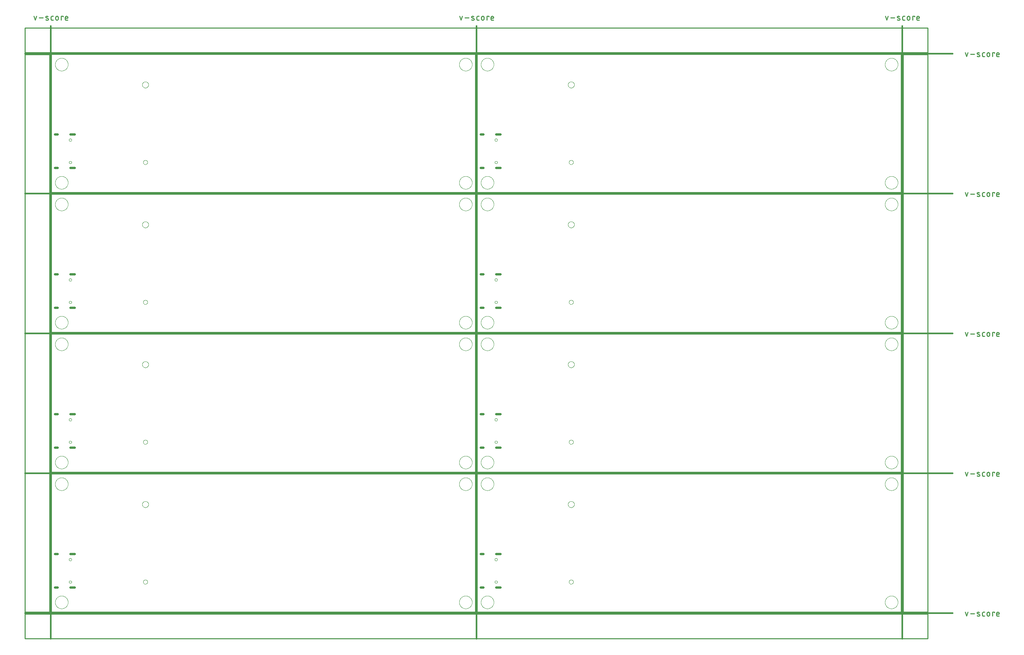
<source format=gko>
G04 EAGLE Gerber RS-274X export*
G75*
%MOMM*%
%FSLAX34Y34*%
%LPD*%
%IN*%
%IPPOS*%
%AMOC8*
5,1,8,0,0,1.08239X$1,22.5*%
G01*
%ADD10C,0.203200*%
%ADD11C,0.381000*%
%ADD12C,0.279400*%
%ADD13C,0.254000*%
%ADD14C,0.000000*%
%ADD15C,0.600000*%


D10*
X0Y0D02*
X0Y355600D01*
X1092200Y355600D01*
X1092200Y0D01*
X0Y0D01*
X1097280Y0D02*
X1097280Y355600D01*
X2189480Y355600D01*
X2189480Y0D01*
X1097280Y0D01*
X0Y360680D02*
X0Y716280D01*
X1092200Y716280D01*
X1092200Y360680D01*
X0Y360680D01*
X1097280Y360680D02*
X1097280Y716280D01*
X2189480Y716280D01*
X2189480Y360680D01*
X1097280Y360680D01*
X0Y721360D02*
X0Y1076960D01*
X1092200Y1076960D01*
X1092200Y721360D01*
X0Y721360D01*
X1097280Y721360D02*
X1097280Y1076960D01*
X2189480Y1076960D01*
X2189480Y721360D01*
X1097280Y721360D01*
X0Y1082040D02*
X0Y1437640D01*
X1092200Y1437640D01*
X1092200Y1082040D01*
X0Y1082040D01*
X1097280Y1082040D02*
X1097280Y1437640D01*
X2189480Y1437640D01*
X2189480Y1082040D01*
X1097280Y1082040D01*
D11*
X-2540Y1511300D02*
X-2540Y-68580D01*
D12*
X-42921Y1526667D02*
X-46251Y1536658D01*
X-39590Y1536658D02*
X-42921Y1526667D01*
X-32806Y1532495D02*
X-22815Y1532495D01*
X-14261Y1532495D02*
X-10098Y1530830D01*
X-14261Y1532494D02*
X-14346Y1532530D01*
X-14429Y1532570D01*
X-14510Y1532613D01*
X-14590Y1532660D01*
X-14667Y1532710D01*
X-14743Y1532763D01*
X-14816Y1532819D01*
X-14886Y1532879D01*
X-14954Y1532941D01*
X-15019Y1533006D01*
X-15081Y1533074D01*
X-15141Y1533145D01*
X-15197Y1533218D01*
X-15250Y1533293D01*
X-15300Y1533371D01*
X-15346Y1533450D01*
X-15389Y1533532D01*
X-15429Y1533615D01*
X-15465Y1533700D01*
X-15497Y1533786D01*
X-15526Y1533874D01*
X-15550Y1533963D01*
X-15571Y1534053D01*
X-15588Y1534143D01*
X-15602Y1534234D01*
X-15611Y1534326D01*
X-15616Y1534418D01*
X-15618Y1534510D01*
X-15616Y1534602D01*
X-15609Y1534694D01*
X-15599Y1534786D01*
X-15585Y1534877D01*
X-15567Y1534968D01*
X-15545Y1535057D01*
X-15519Y1535146D01*
X-15489Y1535233D01*
X-15456Y1535319D01*
X-15419Y1535403D01*
X-15379Y1535486D01*
X-15335Y1535567D01*
X-15288Y1535646D01*
X-15237Y1535723D01*
X-15183Y1535798D01*
X-15126Y1535871D01*
X-15066Y1535941D01*
X-15003Y1536008D01*
X-14937Y1536072D01*
X-14869Y1536134D01*
X-14798Y1536193D01*
X-14724Y1536248D01*
X-14648Y1536301D01*
X-14570Y1536350D01*
X-14490Y1536396D01*
X-14409Y1536438D01*
X-14325Y1536477D01*
X-14240Y1536512D01*
X-14153Y1536543D01*
X-14065Y1536571D01*
X-13976Y1536595D01*
X-13886Y1536615D01*
X-13796Y1536632D01*
X-13704Y1536644D01*
X-13612Y1536653D01*
X-13520Y1536657D01*
X-13428Y1536658D01*
X-13201Y1536652D01*
X-12974Y1536641D01*
X-12747Y1536624D01*
X-12521Y1536601D01*
X-12295Y1536574D01*
X-12070Y1536540D01*
X-11846Y1536502D01*
X-11623Y1536458D01*
X-11401Y1536409D01*
X-11180Y1536354D01*
X-10961Y1536294D01*
X-10743Y1536229D01*
X-10527Y1536158D01*
X-10313Y1536083D01*
X-10100Y1536002D01*
X-9890Y1535916D01*
X-9681Y1535825D01*
X-10098Y1530830D02*
X-10013Y1530794D01*
X-9930Y1530754D01*
X-9849Y1530711D01*
X-9769Y1530664D01*
X-9692Y1530614D01*
X-9616Y1530561D01*
X-9543Y1530505D01*
X-9473Y1530445D01*
X-9405Y1530383D01*
X-9340Y1530318D01*
X-9278Y1530250D01*
X-9218Y1530179D01*
X-9162Y1530106D01*
X-9109Y1530031D01*
X-9059Y1529953D01*
X-9013Y1529874D01*
X-8970Y1529792D01*
X-8930Y1529709D01*
X-8894Y1529624D01*
X-8862Y1529538D01*
X-8833Y1529450D01*
X-8809Y1529361D01*
X-8788Y1529271D01*
X-8771Y1529181D01*
X-8757Y1529090D01*
X-8748Y1528998D01*
X-8743Y1528906D01*
X-8741Y1528814D01*
X-8743Y1528722D01*
X-8750Y1528630D01*
X-8760Y1528538D01*
X-8774Y1528447D01*
X-8792Y1528356D01*
X-8814Y1528267D01*
X-8840Y1528178D01*
X-8870Y1528091D01*
X-8903Y1528005D01*
X-8940Y1527921D01*
X-8980Y1527838D01*
X-9024Y1527757D01*
X-9071Y1527678D01*
X-9122Y1527601D01*
X-9176Y1527526D01*
X-9233Y1527453D01*
X-9293Y1527383D01*
X-9356Y1527316D01*
X-9422Y1527252D01*
X-9490Y1527190D01*
X-9561Y1527131D01*
X-9635Y1527076D01*
X-9711Y1527023D01*
X-9789Y1526974D01*
X-9869Y1526928D01*
X-9950Y1526886D01*
X-10034Y1526847D01*
X-10119Y1526812D01*
X-10206Y1526781D01*
X-10294Y1526753D01*
X-10383Y1526729D01*
X-10473Y1526709D01*
X-10563Y1526692D01*
X-10655Y1526680D01*
X-10747Y1526671D01*
X-10839Y1526667D01*
X-10931Y1526666D01*
X-10931Y1526667D02*
X-11265Y1526676D01*
X-11598Y1526693D01*
X-11931Y1526717D01*
X-12264Y1526750D01*
X-12595Y1526790D01*
X-12926Y1526838D01*
X-13255Y1526894D01*
X-13583Y1526957D01*
X-13909Y1527029D01*
X-14233Y1527108D01*
X-14556Y1527194D01*
X-14876Y1527289D01*
X-15194Y1527391D01*
X-15510Y1527500D01*
X562Y1526667D02*
X3892Y1526667D01*
X562Y1526667D02*
X464Y1526669D01*
X366Y1526675D01*
X268Y1526684D01*
X171Y1526698D01*
X75Y1526715D01*
X-21Y1526736D01*
X-116Y1526761D01*
X-210Y1526789D01*
X-303Y1526821D01*
X-394Y1526857D01*
X-484Y1526896D01*
X-572Y1526939D01*
X-659Y1526986D01*
X-743Y1527035D01*
X-826Y1527088D01*
X-906Y1527144D01*
X-985Y1527203D01*
X-1060Y1527266D01*
X-1134Y1527331D01*
X-1204Y1527399D01*
X-1272Y1527469D01*
X-1338Y1527543D01*
X-1400Y1527619D01*
X-1459Y1527697D01*
X-1515Y1527777D01*
X-1568Y1527860D01*
X-1618Y1527944D01*
X-1664Y1528031D01*
X-1707Y1528119D01*
X-1746Y1528209D01*
X-1782Y1528300D01*
X-1814Y1528393D01*
X-1842Y1528487D01*
X-1867Y1528582D01*
X-1888Y1528678D01*
X-1905Y1528774D01*
X-1919Y1528871D01*
X-1928Y1528969D01*
X-1934Y1529067D01*
X-1936Y1529165D01*
X-1936Y1534160D01*
X-1934Y1534258D01*
X-1928Y1534356D01*
X-1919Y1534454D01*
X-1905Y1534551D01*
X-1888Y1534647D01*
X-1867Y1534743D01*
X-1842Y1534838D01*
X-1814Y1534932D01*
X-1782Y1535025D01*
X-1746Y1535116D01*
X-1707Y1535206D01*
X-1664Y1535294D01*
X-1617Y1535381D01*
X-1568Y1535465D01*
X-1515Y1535548D01*
X-1459Y1535628D01*
X-1400Y1535706D01*
X-1337Y1535782D01*
X-1272Y1535856D01*
X-1204Y1535926D01*
X-1134Y1535994D01*
X-1060Y1536059D01*
X-984Y1536122D01*
X-906Y1536181D01*
X-826Y1536237D01*
X-743Y1536290D01*
X-659Y1536339D01*
X-572Y1536386D01*
X-484Y1536429D01*
X-394Y1536468D01*
X-303Y1536504D01*
X-210Y1536536D01*
X-116Y1536564D01*
X-21Y1536589D01*
X75Y1536610D01*
X171Y1536627D01*
X268Y1536641D01*
X366Y1536650D01*
X464Y1536656D01*
X562Y1536658D01*
X3892Y1536658D01*
X10022Y1533327D02*
X10022Y1529997D01*
X10022Y1533327D02*
X10024Y1533441D01*
X10030Y1533554D01*
X10039Y1533668D01*
X10053Y1533780D01*
X10070Y1533893D01*
X10092Y1534005D01*
X10117Y1534115D01*
X10145Y1534225D01*
X10178Y1534334D01*
X10214Y1534442D01*
X10254Y1534549D01*
X10298Y1534654D01*
X10345Y1534757D01*
X10395Y1534859D01*
X10449Y1534959D01*
X10507Y1535057D01*
X10568Y1535153D01*
X10631Y1535247D01*
X10699Y1535339D01*
X10769Y1535429D01*
X10842Y1535515D01*
X10918Y1535600D01*
X10997Y1535682D01*
X11079Y1535761D01*
X11164Y1535837D01*
X11250Y1535910D01*
X11340Y1535980D01*
X11432Y1536048D01*
X11526Y1536111D01*
X11622Y1536172D01*
X11720Y1536230D01*
X11820Y1536284D01*
X11922Y1536334D01*
X12025Y1536381D01*
X12130Y1536425D01*
X12237Y1536465D01*
X12345Y1536501D01*
X12454Y1536534D01*
X12564Y1536562D01*
X12674Y1536587D01*
X12786Y1536609D01*
X12899Y1536626D01*
X13011Y1536640D01*
X13125Y1536649D01*
X13238Y1536655D01*
X13352Y1536657D01*
X13466Y1536655D01*
X13579Y1536649D01*
X13693Y1536640D01*
X13805Y1536626D01*
X13918Y1536609D01*
X14030Y1536587D01*
X14140Y1536562D01*
X14250Y1536534D01*
X14359Y1536501D01*
X14467Y1536465D01*
X14574Y1536425D01*
X14679Y1536381D01*
X14782Y1536334D01*
X14884Y1536284D01*
X14984Y1536230D01*
X15082Y1536172D01*
X15178Y1536111D01*
X15272Y1536048D01*
X15364Y1535980D01*
X15454Y1535910D01*
X15540Y1535837D01*
X15625Y1535761D01*
X15707Y1535682D01*
X15786Y1535600D01*
X15862Y1535515D01*
X15935Y1535429D01*
X16005Y1535339D01*
X16073Y1535247D01*
X16136Y1535153D01*
X16197Y1535057D01*
X16255Y1534959D01*
X16309Y1534859D01*
X16359Y1534757D01*
X16406Y1534654D01*
X16450Y1534549D01*
X16490Y1534442D01*
X16526Y1534334D01*
X16559Y1534225D01*
X16587Y1534115D01*
X16612Y1534005D01*
X16634Y1533893D01*
X16651Y1533780D01*
X16665Y1533668D01*
X16674Y1533554D01*
X16680Y1533441D01*
X16682Y1533327D01*
X16682Y1529997D01*
X16680Y1529883D01*
X16674Y1529770D01*
X16665Y1529656D01*
X16651Y1529544D01*
X16634Y1529431D01*
X16612Y1529319D01*
X16587Y1529209D01*
X16559Y1529099D01*
X16526Y1528990D01*
X16490Y1528882D01*
X16450Y1528775D01*
X16406Y1528670D01*
X16359Y1528567D01*
X16309Y1528465D01*
X16255Y1528365D01*
X16197Y1528267D01*
X16136Y1528171D01*
X16073Y1528077D01*
X16005Y1527985D01*
X15935Y1527895D01*
X15862Y1527809D01*
X15786Y1527724D01*
X15707Y1527642D01*
X15625Y1527563D01*
X15540Y1527487D01*
X15454Y1527414D01*
X15364Y1527344D01*
X15272Y1527276D01*
X15178Y1527213D01*
X15082Y1527152D01*
X14984Y1527094D01*
X14884Y1527040D01*
X14782Y1526990D01*
X14679Y1526943D01*
X14574Y1526899D01*
X14467Y1526859D01*
X14359Y1526823D01*
X14250Y1526790D01*
X14140Y1526762D01*
X14030Y1526737D01*
X13918Y1526715D01*
X13805Y1526698D01*
X13693Y1526684D01*
X13579Y1526675D01*
X13466Y1526669D01*
X13352Y1526667D01*
X13238Y1526669D01*
X13125Y1526675D01*
X13011Y1526684D01*
X12899Y1526698D01*
X12786Y1526715D01*
X12674Y1526737D01*
X12564Y1526762D01*
X12454Y1526790D01*
X12345Y1526823D01*
X12237Y1526859D01*
X12130Y1526899D01*
X12025Y1526943D01*
X11922Y1526990D01*
X11820Y1527040D01*
X11720Y1527094D01*
X11622Y1527152D01*
X11526Y1527213D01*
X11432Y1527276D01*
X11340Y1527344D01*
X11250Y1527414D01*
X11164Y1527487D01*
X11079Y1527563D01*
X10997Y1527642D01*
X10918Y1527724D01*
X10842Y1527809D01*
X10769Y1527895D01*
X10699Y1527985D01*
X10631Y1528077D01*
X10568Y1528171D01*
X10507Y1528267D01*
X10449Y1528365D01*
X10395Y1528465D01*
X10345Y1528567D01*
X10298Y1528670D01*
X10254Y1528775D01*
X10214Y1528882D01*
X10178Y1528990D01*
X10145Y1529099D01*
X10117Y1529209D01*
X10092Y1529319D01*
X10070Y1529431D01*
X10053Y1529544D01*
X10039Y1529656D01*
X10030Y1529770D01*
X10024Y1529883D01*
X10022Y1529997D01*
X24218Y1526667D02*
X24218Y1536658D01*
X29213Y1536658D01*
X29213Y1534993D01*
X37008Y1526667D02*
X41171Y1526667D01*
X37008Y1526667D02*
X36910Y1526669D01*
X36812Y1526675D01*
X36714Y1526684D01*
X36617Y1526698D01*
X36521Y1526715D01*
X36425Y1526736D01*
X36330Y1526761D01*
X36236Y1526789D01*
X36143Y1526821D01*
X36052Y1526857D01*
X35962Y1526896D01*
X35874Y1526939D01*
X35787Y1526986D01*
X35703Y1527035D01*
X35620Y1527088D01*
X35540Y1527144D01*
X35462Y1527203D01*
X35386Y1527266D01*
X35312Y1527331D01*
X35242Y1527399D01*
X35174Y1527469D01*
X35109Y1527543D01*
X35046Y1527619D01*
X34987Y1527697D01*
X34931Y1527777D01*
X34878Y1527860D01*
X34829Y1527944D01*
X34782Y1528031D01*
X34739Y1528119D01*
X34700Y1528209D01*
X34664Y1528300D01*
X34632Y1528393D01*
X34604Y1528487D01*
X34579Y1528582D01*
X34558Y1528678D01*
X34541Y1528774D01*
X34527Y1528871D01*
X34518Y1528969D01*
X34512Y1529067D01*
X34510Y1529165D01*
X34510Y1533327D01*
X34511Y1533327D02*
X34513Y1533441D01*
X34519Y1533554D01*
X34528Y1533668D01*
X34542Y1533780D01*
X34559Y1533893D01*
X34581Y1534005D01*
X34606Y1534115D01*
X34634Y1534225D01*
X34667Y1534334D01*
X34703Y1534442D01*
X34743Y1534549D01*
X34787Y1534654D01*
X34834Y1534757D01*
X34884Y1534859D01*
X34938Y1534959D01*
X34996Y1535057D01*
X35057Y1535153D01*
X35120Y1535247D01*
X35188Y1535339D01*
X35258Y1535429D01*
X35331Y1535515D01*
X35407Y1535600D01*
X35486Y1535682D01*
X35568Y1535761D01*
X35653Y1535837D01*
X35739Y1535910D01*
X35829Y1535980D01*
X35921Y1536048D01*
X36015Y1536111D01*
X36111Y1536172D01*
X36209Y1536230D01*
X36309Y1536284D01*
X36411Y1536334D01*
X36514Y1536381D01*
X36619Y1536425D01*
X36726Y1536465D01*
X36834Y1536501D01*
X36943Y1536534D01*
X37053Y1536562D01*
X37163Y1536587D01*
X37275Y1536609D01*
X37388Y1536626D01*
X37500Y1536640D01*
X37614Y1536649D01*
X37727Y1536655D01*
X37841Y1536657D01*
X37955Y1536655D01*
X38068Y1536649D01*
X38182Y1536640D01*
X38294Y1536626D01*
X38407Y1536609D01*
X38519Y1536587D01*
X38629Y1536562D01*
X38739Y1536534D01*
X38848Y1536501D01*
X38956Y1536465D01*
X39063Y1536425D01*
X39168Y1536381D01*
X39271Y1536334D01*
X39373Y1536284D01*
X39473Y1536230D01*
X39571Y1536172D01*
X39667Y1536111D01*
X39761Y1536048D01*
X39853Y1535980D01*
X39943Y1535910D01*
X40029Y1535837D01*
X40114Y1535761D01*
X40196Y1535682D01*
X40275Y1535600D01*
X40351Y1535515D01*
X40424Y1535429D01*
X40494Y1535339D01*
X40562Y1535247D01*
X40625Y1535153D01*
X40686Y1535057D01*
X40744Y1534959D01*
X40798Y1534859D01*
X40848Y1534757D01*
X40895Y1534654D01*
X40939Y1534549D01*
X40979Y1534442D01*
X41015Y1534334D01*
X41048Y1534225D01*
X41076Y1534115D01*
X41101Y1534005D01*
X41123Y1533893D01*
X41140Y1533780D01*
X41154Y1533668D01*
X41163Y1533554D01*
X41169Y1533441D01*
X41171Y1533327D01*
X41171Y1531662D01*
X34510Y1531662D01*
D11*
X1094740Y1511300D02*
X1094740Y-68580D01*
D12*
X1054359Y1526667D02*
X1051029Y1536658D01*
X1057690Y1536658D02*
X1054359Y1526667D01*
X1064474Y1532495D02*
X1074465Y1532495D01*
X1083019Y1532495D02*
X1087182Y1530830D01*
X1083019Y1532494D02*
X1082934Y1532530D01*
X1082851Y1532570D01*
X1082770Y1532613D01*
X1082690Y1532660D01*
X1082613Y1532710D01*
X1082537Y1532763D01*
X1082464Y1532819D01*
X1082394Y1532879D01*
X1082326Y1532941D01*
X1082261Y1533006D01*
X1082199Y1533074D01*
X1082139Y1533145D01*
X1082083Y1533218D01*
X1082030Y1533293D01*
X1081980Y1533371D01*
X1081934Y1533450D01*
X1081891Y1533532D01*
X1081851Y1533615D01*
X1081815Y1533700D01*
X1081783Y1533786D01*
X1081754Y1533874D01*
X1081730Y1533963D01*
X1081709Y1534053D01*
X1081692Y1534143D01*
X1081678Y1534234D01*
X1081669Y1534326D01*
X1081664Y1534418D01*
X1081662Y1534510D01*
X1081664Y1534602D01*
X1081671Y1534694D01*
X1081681Y1534786D01*
X1081695Y1534877D01*
X1081713Y1534968D01*
X1081735Y1535057D01*
X1081761Y1535146D01*
X1081791Y1535233D01*
X1081824Y1535319D01*
X1081861Y1535403D01*
X1081901Y1535486D01*
X1081945Y1535567D01*
X1081992Y1535646D01*
X1082043Y1535723D01*
X1082097Y1535798D01*
X1082154Y1535871D01*
X1082214Y1535941D01*
X1082277Y1536008D01*
X1082343Y1536072D01*
X1082411Y1536134D01*
X1082482Y1536193D01*
X1082556Y1536248D01*
X1082632Y1536301D01*
X1082710Y1536350D01*
X1082790Y1536396D01*
X1082871Y1536438D01*
X1082955Y1536477D01*
X1083040Y1536512D01*
X1083127Y1536543D01*
X1083215Y1536571D01*
X1083304Y1536595D01*
X1083394Y1536615D01*
X1083484Y1536632D01*
X1083576Y1536644D01*
X1083668Y1536653D01*
X1083760Y1536657D01*
X1083852Y1536658D01*
X1084079Y1536652D01*
X1084306Y1536641D01*
X1084533Y1536624D01*
X1084759Y1536601D01*
X1084985Y1536574D01*
X1085210Y1536540D01*
X1085434Y1536502D01*
X1085657Y1536458D01*
X1085879Y1536409D01*
X1086100Y1536354D01*
X1086319Y1536294D01*
X1086537Y1536229D01*
X1086753Y1536158D01*
X1086967Y1536083D01*
X1087180Y1536002D01*
X1087390Y1535916D01*
X1087599Y1535825D01*
X1087182Y1530830D02*
X1087267Y1530794D01*
X1087350Y1530754D01*
X1087431Y1530711D01*
X1087511Y1530664D01*
X1087588Y1530614D01*
X1087664Y1530561D01*
X1087737Y1530505D01*
X1087807Y1530445D01*
X1087875Y1530383D01*
X1087940Y1530318D01*
X1088002Y1530250D01*
X1088062Y1530179D01*
X1088118Y1530106D01*
X1088171Y1530031D01*
X1088221Y1529953D01*
X1088267Y1529874D01*
X1088310Y1529792D01*
X1088350Y1529709D01*
X1088386Y1529624D01*
X1088418Y1529538D01*
X1088447Y1529450D01*
X1088471Y1529361D01*
X1088492Y1529271D01*
X1088509Y1529181D01*
X1088523Y1529090D01*
X1088532Y1528998D01*
X1088537Y1528906D01*
X1088539Y1528814D01*
X1088537Y1528722D01*
X1088530Y1528630D01*
X1088520Y1528538D01*
X1088506Y1528447D01*
X1088488Y1528356D01*
X1088466Y1528267D01*
X1088440Y1528178D01*
X1088410Y1528091D01*
X1088377Y1528005D01*
X1088340Y1527921D01*
X1088300Y1527838D01*
X1088256Y1527757D01*
X1088209Y1527678D01*
X1088158Y1527601D01*
X1088104Y1527526D01*
X1088047Y1527453D01*
X1087987Y1527383D01*
X1087924Y1527316D01*
X1087858Y1527252D01*
X1087790Y1527190D01*
X1087719Y1527131D01*
X1087645Y1527076D01*
X1087569Y1527023D01*
X1087491Y1526974D01*
X1087411Y1526928D01*
X1087330Y1526886D01*
X1087246Y1526847D01*
X1087161Y1526812D01*
X1087074Y1526781D01*
X1086986Y1526753D01*
X1086897Y1526729D01*
X1086807Y1526709D01*
X1086717Y1526692D01*
X1086625Y1526680D01*
X1086533Y1526671D01*
X1086441Y1526667D01*
X1086349Y1526666D01*
X1086349Y1526667D02*
X1086015Y1526676D01*
X1085682Y1526693D01*
X1085349Y1526717D01*
X1085016Y1526750D01*
X1084685Y1526790D01*
X1084354Y1526838D01*
X1084025Y1526894D01*
X1083697Y1526957D01*
X1083371Y1527029D01*
X1083047Y1527108D01*
X1082724Y1527194D01*
X1082404Y1527289D01*
X1082086Y1527391D01*
X1081770Y1527500D01*
X1097842Y1526667D02*
X1101172Y1526667D01*
X1097842Y1526667D02*
X1097744Y1526669D01*
X1097646Y1526675D01*
X1097548Y1526684D01*
X1097451Y1526698D01*
X1097355Y1526715D01*
X1097259Y1526736D01*
X1097164Y1526761D01*
X1097070Y1526789D01*
X1096977Y1526821D01*
X1096886Y1526857D01*
X1096796Y1526896D01*
X1096708Y1526939D01*
X1096621Y1526986D01*
X1096537Y1527035D01*
X1096454Y1527088D01*
X1096374Y1527144D01*
X1096296Y1527203D01*
X1096220Y1527266D01*
X1096146Y1527331D01*
X1096076Y1527399D01*
X1096008Y1527469D01*
X1095943Y1527543D01*
X1095880Y1527619D01*
X1095821Y1527697D01*
X1095765Y1527777D01*
X1095712Y1527860D01*
X1095663Y1527944D01*
X1095616Y1528031D01*
X1095573Y1528119D01*
X1095534Y1528209D01*
X1095498Y1528300D01*
X1095466Y1528393D01*
X1095438Y1528487D01*
X1095413Y1528582D01*
X1095392Y1528678D01*
X1095375Y1528774D01*
X1095361Y1528871D01*
X1095352Y1528969D01*
X1095346Y1529067D01*
X1095344Y1529165D01*
X1095344Y1534160D01*
X1095346Y1534258D01*
X1095352Y1534356D01*
X1095361Y1534454D01*
X1095375Y1534551D01*
X1095392Y1534647D01*
X1095413Y1534743D01*
X1095438Y1534838D01*
X1095466Y1534932D01*
X1095498Y1535025D01*
X1095534Y1535116D01*
X1095573Y1535206D01*
X1095616Y1535294D01*
X1095663Y1535381D01*
X1095712Y1535465D01*
X1095765Y1535548D01*
X1095821Y1535628D01*
X1095880Y1535707D01*
X1095943Y1535782D01*
X1096008Y1535856D01*
X1096076Y1535926D01*
X1096146Y1535994D01*
X1096220Y1536060D01*
X1096296Y1536122D01*
X1096374Y1536181D01*
X1096454Y1536237D01*
X1096537Y1536290D01*
X1096621Y1536340D01*
X1096708Y1536386D01*
X1096796Y1536429D01*
X1096886Y1536468D01*
X1096977Y1536504D01*
X1097070Y1536536D01*
X1097164Y1536564D01*
X1097259Y1536589D01*
X1097355Y1536610D01*
X1097451Y1536627D01*
X1097548Y1536641D01*
X1097646Y1536650D01*
X1097744Y1536656D01*
X1097842Y1536658D01*
X1101172Y1536658D01*
X1107302Y1533327D02*
X1107302Y1529997D01*
X1107302Y1533327D02*
X1107304Y1533441D01*
X1107310Y1533554D01*
X1107319Y1533668D01*
X1107333Y1533780D01*
X1107350Y1533893D01*
X1107372Y1534005D01*
X1107397Y1534115D01*
X1107425Y1534225D01*
X1107458Y1534334D01*
X1107494Y1534442D01*
X1107534Y1534549D01*
X1107578Y1534654D01*
X1107625Y1534757D01*
X1107675Y1534859D01*
X1107729Y1534959D01*
X1107787Y1535057D01*
X1107848Y1535153D01*
X1107911Y1535247D01*
X1107979Y1535339D01*
X1108049Y1535429D01*
X1108122Y1535515D01*
X1108198Y1535600D01*
X1108277Y1535682D01*
X1108359Y1535761D01*
X1108444Y1535837D01*
X1108530Y1535910D01*
X1108620Y1535980D01*
X1108712Y1536048D01*
X1108806Y1536111D01*
X1108902Y1536172D01*
X1109000Y1536230D01*
X1109100Y1536284D01*
X1109202Y1536334D01*
X1109305Y1536381D01*
X1109410Y1536425D01*
X1109517Y1536465D01*
X1109625Y1536501D01*
X1109734Y1536534D01*
X1109844Y1536562D01*
X1109954Y1536587D01*
X1110066Y1536609D01*
X1110179Y1536626D01*
X1110291Y1536640D01*
X1110405Y1536649D01*
X1110518Y1536655D01*
X1110632Y1536657D01*
X1110746Y1536655D01*
X1110859Y1536649D01*
X1110973Y1536640D01*
X1111085Y1536626D01*
X1111198Y1536609D01*
X1111310Y1536587D01*
X1111420Y1536562D01*
X1111530Y1536534D01*
X1111639Y1536501D01*
X1111747Y1536465D01*
X1111854Y1536425D01*
X1111959Y1536381D01*
X1112062Y1536334D01*
X1112164Y1536284D01*
X1112264Y1536230D01*
X1112362Y1536172D01*
X1112458Y1536111D01*
X1112552Y1536048D01*
X1112644Y1535980D01*
X1112734Y1535910D01*
X1112820Y1535837D01*
X1112905Y1535761D01*
X1112987Y1535682D01*
X1113066Y1535600D01*
X1113142Y1535515D01*
X1113215Y1535429D01*
X1113285Y1535339D01*
X1113353Y1535247D01*
X1113416Y1535153D01*
X1113477Y1535057D01*
X1113535Y1534959D01*
X1113589Y1534859D01*
X1113639Y1534757D01*
X1113686Y1534654D01*
X1113730Y1534549D01*
X1113770Y1534442D01*
X1113806Y1534334D01*
X1113839Y1534225D01*
X1113867Y1534115D01*
X1113892Y1534005D01*
X1113914Y1533893D01*
X1113931Y1533780D01*
X1113945Y1533668D01*
X1113954Y1533554D01*
X1113960Y1533441D01*
X1113962Y1533327D01*
X1113962Y1529997D01*
X1113960Y1529883D01*
X1113954Y1529770D01*
X1113945Y1529656D01*
X1113931Y1529544D01*
X1113914Y1529431D01*
X1113892Y1529319D01*
X1113867Y1529209D01*
X1113839Y1529099D01*
X1113806Y1528990D01*
X1113770Y1528882D01*
X1113730Y1528775D01*
X1113686Y1528670D01*
X1113639Y1528567D01*
X1113589Y1528465D01*
X1113535Y1528365D01*
X1113477Y1528267D01*
X1113416Y1528171D01*
X1113353Y1528077D01*
X1113285Y1527985D01*
X1113215Y1527895D01*
X1113142Y1527809D01*
X1113066Y1527724D01*
X1112987Y1527642D01*
X1112905Y1527563D01*
X1112820Y1527487D01*
X1112734Y1527414D01*
X1112644Y1527344D01*
X1112552Y1527276D01*
X1112458Y1527213D01*
X1112362Y1527152D01*
X1112264Y1527094D01*
X1112164Y1527040D01*
X1112062Y1526990D01*
X1111959Y1526943D01*
X1111854Y1526899D01*
X1111747Y1526859D01*
X1111639Y1526823D01*
X1111530Y1526790D01*
X1111420Y1526762D01*
X1111310Y1526737D01*
X1111198Y1526715D01*
X1111085Y1526698D01*
X1110973Y1526684D01*
X1110859Y1526675D01*
X1110746Y1526669D01*
X1110632Y1526667D01*
X1110518Y1526669D01*
X1110405Y1526675D01*
X1110291Y1526684D01*
X1110179Y1526698D01*
X1110066Y1526715D01*
X1109954Y1526737D01*
X1109844Y1526762D01*
X1109734Y1526790D01*
X1109625Y1526823D01*
X1109517Y1526859D01*
X1109410Y1526899D01*
X1109305Y1526943D01*
X1109202Y1526990D01*
X1109100Y1527040D01*
X1109000Y1527094D01*
X1108902Y1527152D01*
X1108806Y1527213D01*
X1108712Y1527276D01*
X1108620Y1527344D01*
X1108530Y1527414D01*
X1108444Y1527487D01*
X1108359Y1527563D01*
X1108277Y1527642D01*
X1108198Y1527724D01*
X1108122Y1527809D01*
X1108049Y1527895D01*
X1107979Y1527985D01*
X1107911Y1528077D01*
X1107848Y1528171D01*
X1107787Y1528267D01*
X1107729Y1528365D01*
X1107675Y1528465D01*
X1107625Y1528567D01*
X1107578Y1528670D01*
X1107534Y1528775D01*
X1107494Y1528882D01*
X1107458Y1528990D01*
X1107425Y1529099D01*
X1107397Y1529209D01*
X1107372Y1529319D01*
X1107350Y1529431D01*
X1107333Y1529544D01*
X1107319Y1529656D01*
X1107310Y1529770D01*
X1107304Y1529883D01*
X1107302Y1529997D01*
X1121498Y1526667D02*
X1121498Y1536658D01*
X1126493Y1536658D01*
X1126493Y1534993D01*
X1134288Y1526667D02*
X1138451Y1526667D01*
X1134288Y1526667D02*
X1134190Y1526669D01*
X1134092Y1526675D01*
X1133994Y1526684D01*
X1133897Y1526698D01*
X1133801Y1526715D01*
X1133705Y1526736D01*
X1133610Y1526761D01*
X1133516Y1526789D01*
X1133423Y1526821D01*
X1133332Y1526857D01*
X1133242Y1526896D01*
X1133154Y1526939D01*
X1133067Y1526986D01*
X1132983Y1527035D01*
X1132900Y1527088D01*
X1132820Y1527144D01*
X1132742Y1527203D01*
X1132666Y1527266D01*
X1132592Y1527331D01*
X1132522Y1527399D01*
X1132454Y1527469D01*
X1132389Y1527543D01*
X1132326Y1527619D01*
X1132267Y1527697D01*
X1132211Y1527777D01*
X1132158Y1527860D01*
X1132109Y1527944D01*
X1132062Y1528031D01*
X1132019Y1528119D01*
X1131980Y1528209D01*
X1131944Y1528300D01*
X1131912Y1528393D01*
X1131884Y1528487D01*
X1131859Y1528582D01*
X1131838Y1528678D01*
X1131821Y1528774D01*
X1131807Y1528871D01*
X1131798Y1528969D01*
X1131792Y1529067D01*
X1131790Y1529165D01*
X1131790Y1533327D01*
X1131791Y1533327D02*
X1131793Y1533441D01*
X1131799Y1533554D01*
X1131808Y1533668D01*
X1131822Y1533780D01*
X1131839Y1533893D01*
X1131861Y1534005D01*
X1131886Y1534115D01*
X1131914Y1534225D01*
X1131947Y1534334D01*
X1131983Y1534442D01*
X1132023Y1534549D01*
X1132067Y1534654D01*
X1132114Y1534757D01*
X1132164Y1534859D01*
X1132218Y1534959D01*
X1132276Y1535057D01*
X1132337Y1535153D01*
X1132400Y1535247D01*
X1132468Y1535339D01*
X1132538Y1535429D01*
X1132611Y1535515D01*
X1132687Y1535600D01*
X1132766Y1535682D01*
X1132848Y1535761D01*
X1132933Y1535837D01*
X1133019Y1535910D01*
X1133109Y1535980D01*
X1133201Y1536048D01*
X1133295Y1536111D01*
X1133391Y1536172D01*
X1133489Y1536230D01*
X1133589Y1536284D01*
X1133691Y1536334D01*
X1133794Y1536381D01*
X1133899Y1536425D01*
X1134006Y1536465D01*
X1134114Y1536501D01*
X1134223Y1536534D01*
X1134333Y1536562D01*
X1134443Y1536587D01*
X1134555Y1536609D01*
X1134668Y1536626D01*
X1134780Y1536640D01*
X1134894Y1536649D01*
X1135007Y1536655D01*
X1135121Y1536657D01*
X1135235Y1536655D01*
X1135348Y1536649D01*
X1135462Y1536640D01*
X1135574Y1536626D01*
X1135687Y1536609D01*
X1135799Y1536587D01*
X1135909Y1536562D01*
X1136019Y1536534D01*
X1136128Y1536501D01*
X1136236Y1536465D01*
X1136343Y1536425D01*
X1136448Y1536381D01*
X1136551Y1536334D01*
X1136653Y1536284D01*
X1136753Y1536230D01*
X1136851Y1536172D01*
X1136947Y1536111D01*
X1137041Y1536048D01*
X1137133Y1535980D01*
X1137223Y1535910D01*
X1137309Y1535837D01*
X1137394Y1535761D01*
X1137476Y1535682D01*
X1137555Y1535600D01*
X1137631Y1535515D01*
X1137704Y1535429D01*
X1137774Y1535339D01*
X1137842Y1535247D01*
X1137905Y1535153D01*
X1137966Y1535057D01*
X1138024Y1534959D01*
X1138078Y1534859D01*
X1138128Y1534757D01*
X1138175Y1534654D01*
X1138219Y1534549D01*
X1138259Y1534442D01*
X1138295Y1534334D01*
X1138328Y1534225D01*
X1138356Y1534115D01*
X1138381Y1534005D01*
X1138403Y1533893D01*
X1138420Y1533780D01*
X1138434Y1533668D01*
X1138443Y1533554D01*
X1138449Y1533441D01*
X1138451Y1533327D01*
X1138451Y1531662D01*
X1131790Y1531662D01*
D11*
X2192020Y1511300D02*
X2192020Y-68580D01*
D12*
X2151639Y1526667D02*
X2148309Y1536658D01*
X2154970Y1536658D02*
X2151639Y1526667D01*
X2161754Y1532495D02*
X2171745Y1532495D01*
X2180299Y1532495D02*
X2184462Y1530830D01*
X2180299Y1532494D02*
X2180214Y1532530D01*
X2180131Y1532570D01*
X2180050Y1532613D01*
X2179970Y1532660D01*
X2179893Y1532710D01*
X2179817Y1532763D01*
X2179744Y1532819D01*
X2179674Y1532879D01*
X2179606Y1532941D01*
X2179541Y1533006D01*
X2179479Y1533074D01*
X2179419Y1533145D01*
X2179363Y1533218D01*
X2179310Y1533293D01*
X2179260Y1533371D01*
X2179214Y1533450D01*
X2179171Y1533532D01*
X2179131Y1533615D01*
X2179095Y1533700D01*
X2179063Y1533786D01*
X2179034Y1533874D01*
X2179010Y1533963D01*
X2178989Y1534053D01*
X2178972Y1534143D01*
X2178958Y1534234D01*
X2178949Y1534326D01*
X2178944Y1534418D01*
X2178942Y1534510D01*
X2178944Y1534602D01*
X2178951Y1534694D01*
X2178961Y1534786D01*
X2178975Y1534877D01*
X2178993Y1534968D01*
X2179015Y1535057D01*
X2179041Y1535146D01*
X2179071Y1535233D01*
X2179104Y1535319D01*
X2179141Y1535403D01*
X2179181Y1535486D01*
X2179225Y1535567D01*
X2179272Y1535646D01*
X2179323Y1535723D01*
X2179377Y1535798D01*
X2179434Y1535871D01*
X2179494Y1535941D01*
X2179557Y1536008D01*
X2179623Y1536072D01*
X2179691Y1536134D01*
X2179762Y1536193D01*
X2179836Y1536248D01*
X2179912Y1536301D01*
X2179990Y1536350D01*
X2180070Y1536396D01*
X2180151Y1536438D01*
X2180235Y1536477D01*
X2180320Y1536512D01*
X2180407Y1536543D01*
X2180495Y1536571D01*
X2180584Y1536595D01*
X2180674Y1536615D01*
X2180764Y1536632D01*
X2180856Y1536644D01*
X2180948Y1536653D01*
X2181040Y1536657D01*
X2181132Y1536658D01*
X2181359Y1536652D01*
X2181586Y1536641D01*
X2181813Y1536624D01*
X2182039Y1536601D01*
X2182265Y1536574D01*
X2182490Y1536540D01*
X2182714Y1536502D01*
X2182937Y1536458D01*
X2183159Y1536409D01*
X2183380Y1536354D01*
X2183599Y1536294D01*
X2183817Y1536229D01*
X2184033Y1536158D01*
X2184247Y1536083D01*
X2184460Y1536002D01*
X2184670Y1535916D01*
X2184879Y1535825D01*
X2184462Y1530830D02*
X2184547Y1530794D01*
X2184630Y1530754D01*
X2184711Y1530711D01*
X2184791Y1530664D01*
X2184868Y1530614D01*
X2184944Y1530561D01*
X2185017Y1530505D01*
X2185087Y1530445D01*
X2185155Y1530383D01*
X2185220Y1530318D01*
X2185282Y1530250D01*
X2185342Y1530179D01*
X2185398Y1530106D01*
X2185451Y1530031D01*
X2185501Y1529953D01*
X2185547Y1529874D01*
X2185590Y1529792D01*
X2185630Y1529709D01*
X2185666Y1529624D01*
X2185698Y1529538D01*
X2185727Y1529450D01*
X2185751Y1529361D01*
X2185772Y1529271D01*
X2185789Y1529181D01*
X2185803Y1529090D01*
X2185812Y1528998D01*
X2185817Y1528906D01*
X2185819Y1528814D01*
X2185817Y1528722D01*
X2185810Y1528630D01*
X2185800Y1528538D01*
X2185786Y1528447D01*
X2185768Y1528356D01*
X2185746Y1528267D01*
X2185720Y1528178D01*
X2185690Y1528091D01*
X2185657Y1528005D01*
X2185620Y1527921D01*
X2185580Y1527838D01*
X2185536Y1527757D01*
X2185489Y1527678D01*
X2185438Y1527601D01*
X2185384Y1527526D01*
X2185327Y1527453D01*
X2185267Y1527383D01*
X2185204Y1527316D01*
X2185138Y1527252D01*
X2185070Y1527190D01*
X2184999Y1527131D01*
X2184925Y1527076D01*
X2184849Y1527023D01*
X2184771Y1526974D01*
X2184691Y1526928D01*
X2184610Y1526886D01*
X2184526Y1526847D01*
X2184441Y1526812D01*
X2184354Y1526781D01*
X2184266Y1526753D01*
X2184177Y1526729D01*
X2184087Y1526709D01*
X2183997Y1526692D01*
X2183905Y1526680D01*
X2183813Y1526671D01*
X2183721Y1526667D01*
X2183629Y1526666D01*
X2183629Y1526667D02*
X2183295Y1526676D01*
X2182962Y1526693D01*
X2182629Y1526717D01*
X2182296Y1526750D01*
X2181965Y1526790D01*
X2181634Y1526838D01*
X2181305Y1526894D01*
X2180977Y1526957D01*
X2180651Y1527029D01*
X2180327Y1527108D01*
X2180004Y1527194D01*
X2179684Y1527289D01*
X2179366Y1527391D01*
X2179050Y1527500D01*
X2195122Y1526667D02*
X2198452Y1526667D01*
X2195122Y1526667D02*
X2195024Y1526669D01*
X2194926Y1526675D01*
X2194828Y1526684D01*
X2194731Y1526698D01*
X2194635Y1526715D01*
X2194539Y1526736D01*
X2194444Y1526761D01*
X2194350Y1526789D01*
X2194257Y1526821D01*
X2194166Y1526857D01*
X2194076Y1526896D01*
X2193988Y1526939D01*
X2193901Y1526986D01*
X2193817Y1527035D01*
X2193734Y1527088D01*
X2193654Y1527144D01*
X2193576Y1527203D01*
X2193500Y1527266D01*
X2193426Y1527331D01*
X2193356Y1527399D01*
X2193288Y1527469D01*
X2193223Y1527543D01*
X2193160Y1527619D01*
X2193101Y1527697D01*
X2193045Y1527777D01*
X2192992Y1527860D01*
X2192943Y1527944D01*
X2192896Y1528031D01*
X2192853Y1528119D01*
X2192814Y1528209D01*
X2192778Y1528300D01*
X2192746Y1528393D01*
X2192718Y1528487D01*
X2192693Y1528582D01*
X2192672Y1528678D01*
X2192655Y1528774D01*
X2192641Y1528871D01*
X2192632Y1528969D01*
X2192626Y1529067D01*
X2192624Y1529165D01*
X2192624Y1534160D01*
X2192626Y1534258D01*
X2192632Y1534356D01*
X2192641Y1534454D01*
X2192655Y1534551D01*
X2192672Y1534647D01*
X2192693Y1534743D01*
X2192718Y1534838D01*
X2192746Y1534932D01*
X2192778Y1535025D01*
X2192814Y1535116D01*
X2192853Y1535206D01*
X2192896Y1535294D01*
X2192943Y1535381D01*
X2192992Y1535465D01*
X2193045Y1535548D01*
X2193101Y1535628D01*
X2193160Y1535707D01*
X2193223Y1535782D01*
X2193288Y1535856D01*
X2193356Y1535926D01*
X2193426Y1535994D01*
X2193500Y1536060D01*
X2193576Y1536122D01*
X2193654Y1536181D01*
X2193734Y1536237D01*
X2193817Y1536290D01*
X2193901Y1536340D01*
X2193988Y1536386D01*
X2194076Y1536429D01*
X2194166Y1536468D01*
X2194257Y1536504D01*
X2194350Y1536536D01*
X2194444Y1536564D01*
X2194539Y1536589D01*
X2194635Y1536610D01*
X2194731Y1536627D01*
X2194828Y1536641D01*
X2194926Y1536650D01*
X2195024Y1536656D01*
X2195122Y1536658D01*
X2198452Y1536658D01*
X2204582Y1533327D02*
X2204582Y1529997D01*
X2204582Y1533327D02*
X2204584Y1533441D01*
X2204590Y1533554D01*
X2204599Y1533668D01*
X2204613Y1533780D01*
X2204630Y1533893D01*
X2204652Y1534005D01*
X2204677Y1534115D01*
X2204705Y1534225D01*
X2204738Y1534334D01*
X2204774Y1534442D01*
X2204814Y1534549D01*
X2204858Y1534654D01*
X2204905Y1534757D01*
X2204955Y1534859D01*
X2205009Y1534959D01*
X2205067Y1535057D01*
X2205128Y1535153D01*
X2205191Y1535247D01*
X2205259Y1535339D01*
X2205329Y1535429D01*
X2205402Y1535515D01*
X2205478Y1535600D01*
X2205557Y1535682D01*
X2205639Y1535761D01*
X2205724Y1535837D01*
X2205810Y1535910D01*
X2205900Y1535980D01*
X2205992Y1536048D01*
X2206086Y1536111D01*
X2206182Y1536172D01*
X2206280Y1536230D01*
X2206380Y1536284D01*
X2206482Y1536334D01*
X2206585Y1536381D01*
X2206690Y1536425D01*
X2206797Y1536465D01*
X2206905Y1536501D01*
X2207014Y1536534D01*
X2207124Y1536562D01*
X2207234Y1536587D01*
X2207346Y1536609D01*
X2207459Y1536626D01*
X2207571Y1536640D01*
X2207685Y1536649D01*
X2207798Y1536655D01*
X2207912Y1536657D01*
X2208026Y1536655D01*
X2208139Y1536649D01*
X2208253Y1536640D01*
X2208365Y1536626D01*
X2208478Y1536609D01*
X2208590Y1536587D01*
X2208700Y1536562D01*
X2208810Y1536534D01*
X2208919Y1536501D01*
X2209027Y1536465D01*
X2209134Y1536425D01*
X2209239Y1536381D01*
X2209342Y1536334D01*
X2209444Y1536284D01*
X2209544Y1536230D01*
X2209642Y1536172D01*
X2209738Y1536111D01*
X2209832Y1536048D01*
X2209924Y1535980D01*
X2210014Y1535910D01*
X2210100Y1535837D01*
X2210185Y1535761D01*
X2210267Y1535682D01*
X2210346Y1535600D01*
X2210422Y1535515D01*
X2210495Y1535429D01*
X2210565Y1535339D01*
X2210633Y1535247D01*
X2210696Y1535153D01*
X2210757Y1535057D01*
X2210815Y1534959D01*
X2210869Y1534859D01*
X2210919Y1534757D01*
X2210966Y1534654D01*
X2211010Y1534549D01*
X2211050Y1534442D01*
X2211086Y1534334D01*
X2211119Y1534225D01*
X2211147Y1534115D01*
X2211172Y1534005D01*
X2211194Y1533893D01*
X2211211Y1533780D01*
X2211225Y1533668D01*
X2211234Y1533554D01*
X2211240Y1533441D01*
X2211242Y1533327D01*
X2211242Y1529997D01*
X2211240Y1529883D01*
X2211234Y1529770D01*
X2211225Y1529656D01*
X2211211Y1529544D01*
X2211194Y1529431D01*
X2211172Y1529319D01*
X2211147Y1529209D01*
X2211119Y1529099D01*
X2211086Y1528990D01*
X2211050Y1528882D01*
X2211010Y1528775D01*
X2210966Y1528670D01*
X2210919Y1528567D01*
X2210869Y1528465D01*
X2210815Y1528365D01*
X2210757Y1528267D01*
X2210696Y1528171D01*
X2210633Y1528077D01*
X2210565Y1527985D01*
X2210495Y1527895D01*
X2210422Y1527809D01*
X2210346Y1527724D01*
X2210267Y1527642D01*
X2210185Y1527563D01*
X2210100Y1527487D01*
X2210014Y1527414D01*
X2209924Y1527344D01*
X2209832Y1527276D01*
X2209738Y1527213D01*
X2209642Y1527152D01*
X2209544Y1527094D01*
X2209444Y1527040D01*
X2209342Y1526990D01*
X2209239Y1526943D01*
X2209134Y1526899D01*
X2209027Y1526859D01*
X2208919Y1526823D01*
X2208810Y1526790D01*
X2208700Y1526762D01*
X2208590Y1526737D01*
X2208478Y1526715D01*
X2208365Y1526698D01*
X2208253Y1526684D01*
X2208139Y1526675D01*
X2208026Y1526669D01*
X2207912Y1526667D01*
X2207798Y1526669D01*
X2207685Y1526675D01*
X2207571Y1526684D01*
X2207459Y1526698D01*
X2207346Y1526715D01*
X2207234Y1526737D01*
X2207124Y1526762D01*
X2207014Y1526790D01*
X2206905Y1526823D01*
X2206797Y1526859D01*
X2206690Y1526899D01*
X2206585Y1526943D01*
X2206482Y1526990D01*
X2206380Y1527040D01*
X2206280Y1527094D01*
X2206182Y1527152D01*
X2206086Y1527213D01*
X2205992Y1527276D01*
X2205900Y1527344D01*
X2205810Y1527414D01*
X2205724Y1527487D01*
X2205639Y1527563D01*
X2205557Y1527642D01*
X2205478Y1527724D01*
X2205402Y1527809D01*
X2205329Y1527895D01*
X2205259Y1527985D01*
X2205191Y1528077D01*
X2205128Y1528171D01*
X2205067Y1528267D01*
X2205009Y1528365D01*
X2204955Y1528465D01*
X2204905Y1528567D01*
X2204858Y1528670D01*
X2204814Y1528775D01*
X2204774Y1528882D01*
X2204738Y1528990D01*
X2204705Y1529099D01*
X2204677Y1529209D01*
X2204652Y1529319D01*
X2204630Y1529431D01*
X2204613Y1529544D01*
X2204599Y1529656D01*
X2204590Y1529770D01*
X2204584Y1529883D01*
X2204582Y1529997D01*
X2218778Y1526667D02*
X2218778Y1536658D01*
X2223773Y1536658D01*
X2223773Y1534993D01*
X2231568Y1526667D02*
X2235731Y1526667D01*
X2231568Y1526667D02*
X2231470Y1526669D01*
X2231372Y1526675D01*
X2231274Y1526684D01*
X2231177Y1526698D01*
X2231081Y1526715D01*
X2230985Y1526736D01*
X2230890Y1526761D01*
X2230796Y1526789D01*
X2230703Y1526821D01*
X2230612Y1526857D01*
X2230522Y1526896D01*
X2230434Y1526939D01*
X2230347Y1526986D01*
X2230263Y1527035D01*
X2230180Y1527088D01*
X2230100Y1527144D01*
X2230022Y1527203D01*
X2229946Y1527266D01*
X2229872Y1527331D01*
X2229802Y1527399D01*
X2229734Y1527469D01*
X2229669Y1527543D01*
X2229606Y1527619D01*
X2229547Y1527697D01*
X2229491Y1527777D01*
X2229438Y1527860D01*
X2229389Y1527944D01*
X2229342Y1528031D01*
X2229299Y1528119D01*
X2229260Y1528209D01*
X2229224Y1528300D01*
X2229192Y1528393D01*
X2229164Y1528487D01*
X2229139Y1528582D01*
X2229118Y1528678D01*
X2229101Y1528774D01*
X2229087Y1528871D01*
X2229078Y1528969D01*
X2229072Y1529067D01*
X2229070Y1529165D01*
X2229070Y1533327D01*
X2229071Y1533327D02*
X2229073Y1533441D01*
X2229079Y1533554D01*
X2229088Y1533668D01*
X2229102Y1533780D01*
X2229119Y1533893D01*
X2229141Y1534005D01*
X2229166Y1534115D01*
X2229194Y1534225D01*
X2229227Y1534334D01*
X2229263Y1534442D01*
X2229303Y1534549D01*
X2229347Y1534654D01*
X2229394Y1534757D01*
X2229444Y1534859D01*
X2229498Y1534959D01*
X2229556Y1535057D01*
X2229617Y1535153D01*
X2229680Y1535247D01*
X2229748Y1535339D01*
X2229818Y1535429D01*
X2229891Y1535515D01*
X2229967Y1535600D01*
X2230046Y1535682D01*
X2230128Y1535761D01*
X2230213Y1535837D01*
X2230299Y1535910D01*
X2230389Y1535980D01*
X2230481Y1536048D01*
X2230575Y1536111D01*
X2230671Y1536172D01*
X2230769Y1536230D01*
X2230869Y1536284D01*
X2230971Y1536334D01*
X2231074Y1536381D01*
X2231179Y1536425D01*
X2231286Y1536465D01*
X2231394Y1536501D01*
X2231503Y1536534D01*
X2231613Y1536562D01*
X2231723Y1536587D01*
X2231835Y1536609D01*
X2231948Y1536626D01*
X2232060Y1536640D01*
X2232174Y1536649D01*
X2232287Y1536655D01*
X2232401Y1536657D01*
X2232515Y1536655D01*
X2232628Y1536649D01*
X2232742Y1536640D01*
X2232854Y1536626D01*
X2232967Y1536609D01*
X2233079Y1536587D01*
X2233189Y1536562D01*
X2233299Y1536534D01*
X2233408Y1536501D01*
X2233516Y1536465D01*
X2233623Y1536425D01*
X2233728Y1536381D01*
X2233831Y1536334D01*
X2233933Y1536284D01*
X2234033Y1536230D01*
X2234131Y1536172D01*
X2234227Y1536111D01*
X2234321Y1536048D01*
X2234413Y1535980D01*
X2234503Y1535910D01*
X2234589Y1535837D01*
X2234674Y1535761D01*
X2234756Y1535682D01*
X2234835Y1535600D01*
X2234911Y1535515D01*
X2234984Y1535429D01*
X2235054Y1535339D01*
X2235122Y1535247D01*
X2235185Y1535153D01*
X2235246Y1535057D01*
X2235304Y1534959D01*
X2235358Y1534859D01*
X2235408Y1534757D01*
X2235455Y1534654D01*
X2235499Y1534549D01*
X2235539Y1534442D01*
X2235575Y1534334D01*
X2235608Y1534225D01*
X2235636Y1534115D01*
X2235661Y1534005D01*
X2235683Y1533893D01*
X2235700Y1533780D01*
X2235714Y1533668D01*
X2235723Y1533554D01*
X2235729Y1533441D01*
X2235731Y1533327D01*
X2235731Y1531662D01*
X2229070Y1531662D01*
D11*
X2321560Y-2540D02*
X-68580Y-2540D01*
D12*
X2354049Y-42D02*
X2357379Y-10033D01*
X2360710Y-42D01*
X2367494Y-4205D02*
X2377485Y-4205D01*
X2386039Y-4205D02*
X2390202Y-5870D01*
X2386039Y-4206D02*
X2385954Y-4170D01*
X2385871Y-4130D01*
X2385790Y-4087D01*
X2385710Y-4040D01*
X2385633Y-3990D01*
X2385557Y-3937D01*
X2385484Y-3881D01*
X2385414Y-3821D01*
X2385346Y-3759D01*
X2385281Y-3694D01*
X2385219Y-3626D01*
X2385159Y-3555D01*
X2385103Y-3482D01*
X2385050Y-3407D01*
X2385000Y-3329D01*
X2384954Y-3250D01*
X2384911Y-3168D01*
X2384871Y-3085D01*
X2384835Y-3000D01*
X2384803Y-2914D01*
X2384774Y-2826D01*
X2384750Y-2737D01*
X2384729Y-2647D01*
X2384712Y-2557D01*
X2384698Y-2466D01*
X2384689Y-2374D01*
X2384684Y-2282D01*
X2384682Y-2190D01*
X2384684Y-2098D01*
X2384691Y-2006D01*
X2384701Y-1914D01*
X2384715Y-1823D01*
X2384733Y-1732D01*
X2384755Y-1643D01*
X2384781Y-1554D01*
X2384811Y-1467D01*
X2384844Y-1381D01*
X2384881Y-1297D01*
X2384921Y-1214D01*
X2384965Y-1133D01*
X2385012Y-1054D01*
X2385063Y-977D01*
X2385117Y-902D01*
X2385174Y-829D01*
X2385234Y-759D01*
X2385297Y-692D01*
X2385363Y-628D01*
X2385431Y-566D01*
X2385502Y-507D01*
X2385576Y-452D01*
X2385652Y-399D01*
X2385730Y-350D01*
X2385810Y-304D01*
X2385891Y-262D01*
X2385975Y-223D01*
X2386060Y-188D01*
X2386147Y-157D01*
X2386235Y-129D01*
X2386324Y-105D01*
X2386414Y-85D01*
X2386504Y-68D01*
X2386596Y-56D01*
X2386688Y-47D01*
X2386780Y-43D01*
X2386872Y-42D01*
X2387099Y-48D01*
X2387326Y-59D01*
X2387553Y-76D01*
X2387779Y-99D01*
X2388005Y-126D01*
X2388230Y-160D01*
X2388454Y-198D01*
X2388677Y-242D01*
X2388899Y-291D01*
X2389120Y-346D01*
X2389339Y-406D01*
X2389557Y-471D01*
X2389773Y-542D01*
X2389987Y-617D01*
X2390200Y-698D01*
X2390410Y-784D01*
X2390619Y-875D01*
X2390202Y-5870D02*
X2390287Y-5906D01*
X2390370Y-5946D01*
X2390451Y-5989D01*
X2390531Y-6036D01*
X2390608Y-6086D01*
X2390684Y-6139D01*
X2390757Y-6195D01*
X2390827Y-6255D01*
X2390895Y-6317D01*
X2390960Y-6382D01*
X2391022Y-6450D01*
X2391082Y-6521D01*
X2391138Y-6594D01*
X2391191Y-6669D01*
X2391241Y-6747D01*
X2391287Y-6826D01*
X2391330Y-6908D01*
X2391370Y-6991D01*
X2391406Y-7076D01*
X2391438Y-7162D01*
X2391467Y-7250D01*
X2391491Y-7339D01*
X2391512Y-7429D01*
X2391529Y-7519D01*
X2391543Y-7610D01*
X2391552Y-7702D01*
X2391557Y-7794D01*
X2391559Y-7886D01*
X2391557Y-7978D01*
X2391550Y-8070D01*
X2391540Y-8162D01*
X2391526Y-8253D01*
X2391508Y-8344D01*
X2391486Y-8433D01*
X2391460Y-8522D01*
X2391430Y-8609D01*
X2391397Y-8695D01*
X2391360Y-8779D01*
X2391320Y-8862D01*
X2391276Y-8943D01*
X2391229Y-9022D01*
X2391178Y-9099D01*
X2391124Y-9174D01*
X2391067Y-9247D01*
X2391007Y-9317D01*
X2390944Y-9384D01*
X2390878Y-9448D01*
X2390810Y-9510D01*
X2390739Y-9569D01*
X2390665Y-9624D01*
X2390589Y-9677D01*
X2390511Y-9726D01*
X2390431Y-9772D01*
X2390350Y-9814D01*
X2390266Y-9853D01*
X2390181Y-9888D01*
X2390094Y-9919D01*
X2390006Y-9947D01*
X2389917Y-9971D01*
X2389827Y-9991D01*
X2389737Y-10008D01*
X2389645Y-10020D01*
X2389553Y-10029D01*
X2389461Y-10033D01*
X2389369Y-10034D01*
X2389369Y-10033D02*
X2389035Y-10024D01*
X2388702Y-10007D01*
X2388369Y-9983D01*
X2388036Y-9950D01*
X2387705Y-9910D01*
X2387374Y-9862D01*
X2387045Y-9806D01*
X2386717Y-9743D01*
X2386391Y-9671D01*
X2386067Y-9592D01*
X2385744Y-9506D01*
X2385424Y-9411D01*
X2385106Y-9309D01*
X2384790Y-9200D01*
X2400862Y-10033D02*
X2404192Y-10033D01*
X2400862Y-10033D02*
X2400764Y-10031D01*
X2400666Y-10025D01*
X2400568Y-10016D01*
X2400471Y-10002D01*
X2400375Y-9985D01*
X2400279Y-9964D01*
X2400184Y-9939D01*
X2400090Y-9911D01*
X2399997Y-9879D01*
X2399906Y-9843D01*
X2399816Y-9804D01*
X2399728Y-9761D01*
X2399641Y-9714D01*
X2399557Y-9665D01*
X2399474Y-9612D01*
X2399394Y-9556D01*
X2399316Y-9497D01*
X2399240Y-9435D01*
X2399166Y-9369D01*
X2399096Y-9301D01*
X2399028Y-9231D01*
X2398963Y-9157D01*
X2398900Y-9082D01*
X2398841Y-9003D01*
X2398785Y-8923D01*
X2398732Y-8840D01*
X2398683Y-8756D01*
X2398636Y-8669D01*
X2398593Y-8581D01*
X2398554Y-8491D01*
X2398518Y-8400D01*
X2398486Y-8307D01*
X2398458Y-8213D01*
X2398433Y-8118D01*
X2398412Y-8022D01*
X2398395Y-7926D01*
X2398381Y-7829D01*
X2398372Y-7731D01*
X2398366Y-7633D01*
X2398364Y-7535D01*
X2398364Y-2540D01*
X2398366Y-2442D01*
X2398372Y-2344D01*
X2398381Y-2246D01*
X2398395Y-2149D01*
X2398412Y-2053D01*
X2398433Y-1957D01*
X2398458Y-1862D01*
X2398486Y-1768D01*
X2398518Y-1675D01*
X2398554Y-1584D01*
X2398593Y-1494D01*
X2398636Y-1406D01*
X2398683Y-1319D01*
X2398732Y-1235D01*
X2398785Y-1152D01*
X2398841Y-1072D01*
X2398900Y-994D01*
X2398963Y-918D01*
X2399028Y-844D01*
X2399096Y-774D01*
X2399166Y-706D01*
X2399240Y-641D01*
X2399316Y-578D01*
X2399394Y-519D01*
X2399474Y-463D01*
X2399557Y-410D01*
X2399641Y-361D01*
X2399728Y-314D01*
X2399816Y-271D01*
X2399906Y-232D01*
X2399997Y-196D01*
X2400090Y-164D01*
X2400184Y-136D01*
X2400279Y-111D01*
X2400375Y-90D01*
X2400471Y-73D01*
X2400568Y-59D01*
X2400666Y-50D01*
X2400764Y-44D01*
X2400862Y-42D01*
X2404192Y-42D01*
X2410322Y-3373D02*
X2410322Y-6703D01*
X2410322Y-3373D02*
X2410324Y-3259D01*
X2410330Y-3146D01*
X2410339Y-3032D01*
X2410353Y-2920D01*
X2410370Y-2807D01*
X2410392Y-2695D01*
X2410417Y-2585D01*
X2410445Y-2475D01*
X2410478Y-2366D01*
X2410514Y-2258D01*
X2410554Y-2151D01*
X2410598Y-2046D01*
X2410645Y-1943D01*
X2410695Y-1841D01*
X2410749Y-1741D01*
X2410807Y-1643D01*
X2410868Y-1547D01*
X2410931Y-1453D01*
X2410999Y-1361D01*
X2411069Y-1271D01*
X2411142Y-1185D01*
X2411218Y-1100D01*
X2411297Y-1018D01*
X2411379Y-939D01*
X2411464Y-863D01*
X2411550Y-790D01*
X2411640Y-720D01*
X2411732Y-652D01*
X2411826Y-589D01*
X2411922Y-528D01*
X2412020Y-470D01*
X2412120Y-416D01*
X2412222Y-366D01*
X2412325Y-319D01*
X2412430Y-275D01*
X2412537Y-235D01*
X2412645Y-199D01*
X2412754Y-166D01*
X2412864Y-138D01*
X2412974Y-113D01*
X2413086Y-91D01*
X2413199Y-74D01*
X2413311Y-60D01*
X2413425Y-51D01*
X2413538Y-45D01*
X2413652Y-43D01*
X2413766Y-45D01*
X2413879Y-51D01*
X2413993Y-60D01*
X2414105Y-74D01*
X2414218Y-91D01*
X2414330Y-113D01*
X2414440Y-138D01*
X2414550Y-166D01*
X2414659Y-199D01*
X2414767Y-235D01*
X2414874Y-275D01*
X2414979Y-319D01*
X2415082Y-366D01*
X2415184Y-416D01*
X2415284Y-470D01*
X2415382Y-528D01*
X2415478Y-589D01*
X2415572Y-652D01*
X2415664Y-720D01*
X2415754Y-790D01*
X2415840Y-863D01*
X2415925Y-939D01*
X2416007Y-1018D01*
X2416086Y-1100D01*
X2416162Y-1185D01*
X2416235Y-1271D01*
X2416305Y-1361D01*
X2416373Y-1453D01*
X2416436Y-1547D01*
X2416497Y-1643D01*
X2416555Y-1741D01*
X2416609Y-1841D01*
X2416659Y-1943D01*
X2416706Y-2046D01*
X2416750Y-2151D01*
X2416790Y-2258D01*
X2416826Y-2366D01*
X2416859Y-2475D01*
X2416887Y-2585D01*
X2416912Y-2695D01*
X2416934Y-2807D01*
X2416951Y-2920D01*
X2416965Y-3032D01*
X2416974Y-3146D01*
X2416980Y-3259D01*
X2416982Y-3373D01*
X2416982Y-6703D01*
X2416980Y-6817D01*
X2416974Y-6930D01*
X2416965Y-7044D01*
X2416951Y-7156D01*
X2416934Y-7269D01*
X2416912Y-7381D01*
X2416887Y-7491D01*
X2416859Y-7601D01*
X2416826Y-7710D01*
X2416790Y-7818D01*
X2416750Y-7925D01*
X2416706Y-8030D01*
X2416659Y-8133D01*
X2416609Y-8235D01*
X2416555Y-8335D01*
X2416497Y-8433D01*
X2416436Y-8529D01*
X2416373Y-8623D01*
X2416305Y-8715D01*
X2416235Y-8805D01*
X2416162Y-8891D01*
X2416086Y-8976D01*
X2416007Y-9058D01*
X2415925Y-9137D01*
X2415840Y-9213D01*
X2415754Y-9286D01*
X2415664Y-9356D01*
X2415572Y-9424D01*
X2415478Y-9487D01*
X2415382Y-9548D01*
X2415284Y-9606D01*
X2415184Y-9660D01*
X2415082Y-9710D01*
X2414979Y-9757D01*
X2414874Y-9801D01*
X2414767Y-9841D01*
X2414659Y-9877D01*
X2414550Y-9910D01*
X2414440Y-9938D01*
X2414330Y-9963D01*
X2414218Y-9985D01*
X2414105Y-10002D01*
X2413993Y-10016D01*
X2413879Y-10025D01*
X2413766Y-10031D01*
X2413652Y-10033D01*
X2413538Y-10031D01*
X2413425Y-10025D01*
X2413311Y-10016D01*
X2413199Y-10002D01*
X2413086Y-9985D01*
X2412974Y-9963D01*
X2412864Y-9938D01*
X2412754Y-9910D01*
X2412645Y-9877D01*
X2412537Y-9841D01*
X2412430Y-9801D01*
X2412325Y-9757D01*
X2412222Y-9710D01*
X2412120Y-9660D01*
X2412020Y-9606D01*
X2411922Y-9548D01*
X2411826Y-9487D01*
X2411732Y-9424D01*
X2411640Y-9356D01*
X2411550Y-9286D01*
X2411464Y-9213D01*
X2411379Y-9137D01*
X2411297Y-9058D01*
X2411218Y-8976D01*
X2411142Y-8891D01*
X2411069Y-8805D01*
X2410999Y-8715D01*
X2410931Y-8623D01*
X2410868Y-8529D01*
X2410807Y-8433D01*
X2410749Y-8335D01*
X2410695Y-8235D01*
X2410645Y-8133D01*
X2410598Y-8030D01*
X2410554Y-7925D01*
X2410514Y-7818D01*
X2410478Y-7710D01*
X2410445Y-7601D01*
X2410417Y-7491D01*
X2410392Y-7381D01*
X2410370Y-7269D01*
X2410353Y-7156D01*
X2410339Y-7044D01*
X2410330Y-6930D01*
X2410324Y-6817D01*
X2410322Y-6703D01*
X2424518Y-10033D02*
X2424518Y-42D01*
X2429513Y-42D01*
X2429513Y-1707D01*
X2437308Y-10033D02*
X2441471Y-10033D01*
X2437308Y-10033D02*
X2437210Y-10031D01*
X2437112Y-10025D01*
X2437014Y-10016D01*
X2436917Y-10002D01*
X2436821Y-9985D01*
X2436725Y-9964D01*
X2436630Y-9939D01*
X2436536Y-9911D01*
X2436443Y-9879D01*
X2436352Y-9843D01*
X2436262Y-9804D01*
X2436174Y-9761D01*
X2436087Y-9714D01*
X2436003Y-9665D01*
X2435920Y-9612D01*
X2435840Y-9556D01*
X2435762Y-9497D01*
X2435686Y-9435D01*
X2435612Y-9369D01*
X2435542Y-9301D01*
X2435474Y-9231D01*
X2435409Y-9157D01*
X2435346Y-9082D01*
X2435287Y-9003D01*
X2435231Y-8923D01*
X2435178Y-8840D01*
X2435129Y-8756D01*
X2435082Y-8669D01*
X2435039Y-8581D01*
X2435000Y-8491D01*
X2434964Y-8400D01*
X2434932Y-8307D01*
X2434904Y-8213D01*
X2434879Y-8118D01*
X2434858Y-8022D01*
X2434841Y-7926D01*
X2434827Y-7829D01*
X2434818Y-7731D01*
X2434812Y-7633D01*
X2434810Y-7535D01*
X2434810Y-3373D01*
X2434811Y-3373D02*
X2434813Y-3259D01*
X2434819Y-3146D01*
X2434828Y-3032D01*
X2434842Y-2920D01*
X2434859Y-2807D01*
X2434881Y-2695D01*
X2434906Y-2585D01*
X2434934Y-2475D01*
X2434967Y-2366D01*
X2435003Y-2258D01*
X2435043Y-2151D01*
X2435087Y-2046D01*
X2435134Y-1943D01*
X2435184Y-1841D01*
X2435238Y-1741D01*
X2435296Y-1643D01*
X2435357Y-1547D01*
X2435420Y-1453D01*
X2435488Y-1361D01*
X2435558Y-1271D01*
X2435631Y-1185D01*
X2435707Y-1100D01*
X2435786Y-1018D01*
X2435868Y-939D01*
X2435953Y-863D01*
X2436039Y-790D01*
X2436129Y-720D01*
X2436221Y-652D01*
X2436315Y-589D01*
X2436411Y-528D01*
X2436509Y-470D01*
X2436609Y-416D01*
X2436711Y-366D01*
X2436814Y-319D01*
X2436919Y-275D01*
X2437026Y-235D01*
X2437134Y-199D01*
X2437243Y-166D01*
X2437353Y-138D01*
X2437463Y-113D01*
X2437575Y-91D01*
X2437688Y-74D01*
X2437800Y-60D01*
X2437914Y-51D01*
X2438027Y-45D01*
X2438141Y-43D01*
X2438255Y-45D01*
X2438368Y-51D01*
X2438482Y-60D01*
X2438594Y-74D01*
X2438707Y-91D01*
X2438819Y-113D01*
X2438929Y-138D01*
X2439039Y-166D01*
X2439148Y-199D01*
X2439256Y-235D01*
X2439363Y-275D01*
X2439468Y-319D01*
X2439571Y-366D01*
X2439673Y-416D01*
X2439773Y-470D01*
X2439871Y-528D01*
X2439967Y-589D01*
X2440061Y-652D01*
X2440153Y-720D01*
X2440243Y-790D01*
X2440329Y-863D01*
X2440414Y-939D01*
X2440496Y-1018D01*
X2440575Y-1100D01*
X2440651Y-1185D01*
X2440724Y-1271D01*
X2440794Y-1361D01*
X2440862Y-1453D01*
X2440925Y-1547D01*
X2440986Y-1643D01*
X2441044Y-1741D01*
X2441098Y-1841D01*
X2441148Y-1943D01*
X2441195Y-2046D01*
X2441239Y-2151D01*
X2441279Y-2258D01*
X2441315Y-2366D01*
X2441348Y-2475D01*
X2441376Y-2585D01*
X2441401Y-2695D01*
X2441423Y-2807D01*
X2441440Y-2920D01*
X2441454Y-3032D01*
X2441463Y-3146D01*
X2441469Y-3259D01*
X2441471Y-3373D01*
X2441471Y-5038D01*
X2434810Y-5038D01*
D11*
X2321560Y358140D02*
X-68580Y358140D01*
D12*
X2354049Y360638D02*
X2357379Y350647D01*
X2360710Y360638D01*
X2367494Y356475D02*
X2377485Y356475D01*
X2386039Y356475D02*
X2390202Y354810D01*
X2386039Y356474D02*
X2385954Y356510D01*
X2385871Y356550D01*
X2385790Y356593D01*
X2385710Y356640D01*
X2385633Y356690D01*
X2385557Y356743D01*
X2385484Y356799D01*
X2385414Y356859D01*
X2385346Y356921D01*
X2385281Y356986D01*
X2385219Y357054D01*
X2385159Y357125D01*
X2385103Y357198D01*
X2385050Y357273D01*
X2385000Y357351D01*
X2384954Y357430D01*
X2384911Y357512D01*
X2384871Y357595D01*
X2384835Y357680D01*
X2384803Y357766D01*
X2384774Y357854D01*
X2384750Y357943D01*
X2384729Y358033D01*
X2384712Y358123D01*
X2384698Y358214D01*
X2384689Y358306D01*
X2384684Y358398D01*
X2384682Y358490D01*
X2384684Y358582D01*
X2384691Y358674D01*
X2384701Y358766D01*
X2384715Y358857D01*
X2384733Y358948D01*
X2384755Y359037D01*
X2384781Y359126D01*
X2384811Y359213D01*
X2384844Y359299D01*
X2384881Y359383D01*
X2384921Y359466D01*
X2384965Y359547D01*
X2385012Y359626D01*
X2385063Y359703D01*
X2385117Y359778D01*
X2385174Y359851D01*
X2385234Y359921D01*
X2385297Y359988D01*
X2385363Y360052D01*
X2385431Y360114D01*
X2385502Y360173D01*
X2385576Y360228D01*
X2385652Y360281D01*
X2385730Y360330D01*
X2385810Y360376D01*
X2385891Y360418D01*
X2385975Y360457D01*
X2386060Y360492D01*
X2386147Y360523D01*
X2386235Y360551D01*
X2386324Y360575D01*
X2386414Y360595D01*
X2386504Y360612D01*
X2386596Y360624D01*
X2386688Y360633D01*
X2386780Y360637D01*
X2386872Y360638D01*
X2387099Y360632D01*
X2387326Y360621D01*
X2387553Y360604D01*
X2387779Y360581D01*
X2388005Y360554D01*
X2388230Y360520D01*
X2388454Y360482D01*
X2388677Y360438D01*
X2388899Y360389D01*
X2389120Y360334D01*
X2389339Y360274D01*
X2389557Y360209D01*
X2389773Y360138D01*
X2389987Y360063D01*
X2390200Y359982D01*
X2390410Y359896D01*
X2390619Y359805D01*
X2390202Y354810D02*
X2390287Y354774D01*
X2390370Y354734D01*
X2390451Y354691D01*
X2390531Y354644D01*
X2390608Y354594D01*
X2390684Y354541D01*
X2390757Y354485D01*
X2390827Y354425D01*
X2390895Y354363D01*
X2390960Y354298D01*
X2391022Y354230D01*
X2391082Y354159D01*
X2391138Y354086D01*
X2391191Y354011D01*
X2391241Y353933D01*
X2391287Y353854D01*
X2391330Y353772D01*
X2391370Y353689D01*
X2391406Y353604D01*
X2391438Y353518D01*
X2391467Y353430D01*
X2391491Y353341D01*
X2391512Y353251D01*
X2391529Y353161D01*
X2391543Y353070D01*
X2391552Y352978D01*
X2391557Y352886D01*
X2391559Y352794D01*
X2391557Y352702D01*
X2391550Y352610D01*
X2391540Y352518D01*
X2391526Y352427D01*
X2391508Y352336D01*
X2391486Y352247D01*
X2391460Y352158D01*
X2391430Y352071D01*
X2391397Y351985D01*
X2391360Y351901D01*
X2391320Y351818D01*
X2391276Y351737D01*
X2391229Y351658D01*
X2391178Y351581D01*
X2391124Y351506D01*
X2391067Y351433D01*
X2391007Y351363D01*
X2390944Y351296D01*
X2390878Y351232D01*
X2390810Y351170D01*
X2390739Y351111D01*
X2390665Y351056D01*
X2390589Y351003D01*
X2390511Y350954D01*
X2390431Y350908D01*
X2390350Y350866D01*
X2390266Y350827D01*
X2390181Y350792D01*
X2390094Y350761D01*
X2390006Y350733D01*
X2389917Y350709D01*
X2389827Y350689D01*
X2389737Y350672D01*
X2389645Y350660D01*
X2389553Y350651D01*
X2389461Y350647D01*
X2389369Y350646D01*
X2389369Y350647D02*
X2389035Y350656D01*
X2388702Y350673D01*
X2388369Y350697D01*
X2388036Y350730D01*
X2387705Y350770D01*
X2387374Y350818D01*
X2387045Y350874D01*
X2386717Y350937D01*
X2386391Y351009D01*
X2386067Y351088D01*
X2385744Y351174D01*
X2385424Y351269D01*
X2385106Y351371D01*
X2384790Y351480D01*
X2400862Y350647D02*
X2404192Y350647D01*
X2400862Y350647D02*
X2400764Y350649D01*
X2400666Y350655D01*
X2400568Y350664D01*
X2400471Y350678D01*
X2400375Y350695D01*
X2400279Y350716D01*
X2400184Y350741D01*
X2400090Y350769D01*
X2399997Y350801D01*
X2399906Y350837D01*
X2399816Y350876D01*
X2399728Y350919D01*
X2399641Y350966D01*
X2399557Y351015D01*
X2399474Y351068D01*
X2399394Y351124D01*
X2399316Y351183D01*
X2399240Y351246D01*
X2399166Y351311D01*
X2399096Y351379D01*
X2399028Y351449D01*
X2398963Y351523D01*
X2398900Y351599D01*
X2398841Y351677D01*
X2398785Y351757D01*
X2398732Y351840D01*
X2398683Y351924D01*
X2398636Y352011D01*
X2398593Y352099D01*
X2398554Y352189D01*
X2398518Y352280D01*
X2398486Y352373D01*
X2398458Y352467D01*
X2398433Y352562D01*
X2398412Y352658D01*
X2398395Y352754D01*
X2398381Y352851D01*
X2398372Y352949D01*
X2398366Y353047D01*
X2398364Y353145D01*
X2398364Y358140D01*
X2398366Y358238D01*
X2398372Y358336D01*
X2398381Y358434D01*
X2398395Y358531D01*
X2398412Y358627D01*
X2398433Y358723D01*
X2398458Y358818D01*
X2398486Y358912D01*
X2398518Y359005D01*
X2398554Y359096D01*
X2398593Y359186D01*
X2398636Y359274D01*
X2398683Y359361D01*
X2398732Y359445D01*
X2398785Y359528D01*
X2398841Y359608D01*
X2398900Y359687D01*
X2398963Y359762D01*
X2399028Y359836D01*
X2399096Y359906D01*
X2399166Y359974D01*
X2399240Y360040D01*
X2399316Y360102D01*
X2399394Y360161D01*
X2399474Y360217D01*
X2399557Y360270D01*
X2399641Y360320D01*
X2399728Y360366D01*
X2399816Y360409D01*
X2399906Y360448D01*
X2399997Y360484D01*
X2400090Y360516D01*
X2400184Y360544D01*
X2400279Y360569D01*
X2400375Y360590D01*
X2400471Y360607D01*
X2400568Y360621D01*
X2400666Y360630D01*
X2400764Y360636D01*
X2400862Y360638D01*
X2404192Y360638D01*
X2410322Y357307D02*
X2410322Y353977D01*
X2410322Y357307D02*
X2410324Y357421D01*
X2410330Y357534D01*
X2410339Y357648D01*
X2410353Y357760D01*
X2410370Y357873D01*
X2410392Y357985D01*
X2410417Y358095D01*
X2410445Y358205D01*
X2410478Y358314D01*
X2410514Y358422D01*
X2410554Y358529D01*
X2410598Y358634D01*
X2410645Y358737D01*
X2410695Y358839D01*
X2410749Y358939D01*
X2410807Y359037D01*
X2410868Y359133D01*
X2410931Y359227D01*
X2410999Y359319D01*
X2411069Y359409D01*
X2411142Y359495D01*
X2411218Y359580D01*
X2411297Y359662D01*
X2411379Y359741D01*
X2411464Y359817D01*
X2411550Y359890D01*
X2411640Y359960D01*
X2411732Y360028D01*
X2411826Y360091D01*
X2411922Y360152D01*
X2412020Y360210D01*
X2412120Y360264D01*
X2412222Y360314D01*
X2412325Y360361D01*
X2412430Y360405D01*
X2412537Y360445D01*
X2412645Y360481D01*
X2412754Y360514D01*
X2412864Y360542D01*
X2412974Y360567D01*
X2413086Y360589D01*
X2413199Y360606D01*
X2413311Y360620D01*
X2413425Y360629D01*
X2413538Y360635D01*
X2413652Y360637D01*
X2413766Y360635D01*
X2413879Y360629D01*
X2413993Y360620D01*
X2414105Y360606D01*
X2414218Y360589D01*
X2414330Y360567D01*
X2414440Y360542D01*
X2414550Y360514D01*
X2414659Y360481D01*
X2414767Y360445D01*
X2414874Y360405D01*
X2414979Y360361D01*
X2415082Y360314D01*
X2415184Y360264D01*
X2415284Y360210D01*
X2415382Y360152D01*
X2415478Y360091D01*
X2415572Y360028D01*
X2415664Y359960D01*
X2415754Y359890D01*
X2415840Y359817D01*
X2415925Y359741D01*
X2416007Y359662D01*
X2416086Y359580D01*
X2416162Y359495D01*
X2416235Y359409D01*
X2416305Y359319D01*
X2416373Y359227D01*
X2416436Y359133D01*
X2416497Y359037D01*
X2416555Y358939D01*
X2416609Y358839D01*
X2416659Y358737D01*
X2416706Y358634D01*
X2416750Y358529D01*
X2416790Y358422D01*
X2416826Y358314D01*
X2416859Y358205D01*
X2416887Y358095D01*
X2416912Y357985D01*
X2416934Y357873D01*
X2416951Y357760D01*
X2416965Y357648D01*
X2416974Y357534D01*
X2416980Y357421D01*
X2416982Y357307D01*
X2416982Y353977D01*
X2416980Y353863D01*
X2416974Y353750D01*
X2416965Y353636D01*
X2416951Y353524D01*
X2416934Y353411D01*
X2416912Y353299D01*
X2416887Y353189D01*
X2416859Y353079D01*
X2416826Y352970D01*
X2416790Y352862D01*
X2416750Y352755D01*
X2416706Y352650D01*
X2416659Y352547D01*
X2416609Y352445D01*
X2416555Y352345D01*
X2416497Y352247D01*
X2416436Y352151D01*
X2416373Y352057D01*
X2416305Y351965D01*
X2416235Y351875D01*
X2416162Y351789D01*
X2416086Y351704D01*
X2416007Y351622D01*
X2415925Y351543D01*
X2415840Y351467D01*
X2415754Y351394D01*
X2415664Y351324D01*
X2415572Y351256D01*
X2415478Y351193D01*
X2415382Y351132D01*
X2415284Y351074D01*
X2415184Y351020D01*
X2415082Y350970D01*
X2414979Y350923D01*
X2414874Y350879D01*
X2414767Y350839D01*
X2414659Y350803D01*
X2414550Y350770D01*
X2414440Y350742D01*
X2414330Y350717D01*
X2414218Y350695D01*
X2414105Y350678D01*
X2413993Y350664D01*
X2413879Y350655D01*
X2413766Y350649D01*
X2413652Y350647D01*
X2413538Y350649D01*
X2413425Y350655D01*
X2413311Y350664D01*
X2413199Y350678D01*
X2413086Y350695D01*
X2412974Y350717D01*
X2412864Y350742D01*
X2412754Y350770D01*
X2412645Y350803D01*
X2412537Y350839D01*
X2412430Y350879D01*
X2412325Y350923D01*
X2412222Y350970D01*
X2412120Y351020D01*
X2412020Y351074D01*
X2411922Y351132D01*
X2411826Y351193D01*
X2411732Y351256D01*
X2411640Y351324D01*
X2411550Y351394D01*
X2411464Y351467D01*
X2411379Y351543D01*
X2411297Y351622D01*
X2411218Y351704D01*
X2411142Y351789D01*
X2411069Y351875D01*
X2410999Y351965D01*
X2410931Y352057D01*
X2410868Y352151D01*
X2410807Y352247D01*
X2410749Y352345D01*
X2410695Y352445D01*
X2410645Y352547D01*
X2410598Y352650D01*
X2410554Y352755D01*
X2410514Y352862D01*
X2410478Y352970D01*
X2410445Y353079D01*
X2410417Y353189D01*
X2410392Y353299D01*
X2410370Y353411D01*
X2410353Y353524D01*
X2410339Y353636D01*
X2410330Y353750D01*
X2410324Y353863D01*
X2410322Y353977D01*
X2424518Y350647D02*
X2424518Y360638D01*
X2429513Y360638D01*
X2429513Y358973D01*
X2437308Y350647D02*
X2441471Y350647D01*
X2437308Y350647D02*
X2437210Y350649D01*
X2437112Y350655D01*
X2437014Y350664D01*
X2436917Y350678D01*
X2436821Y350695D01*
X2436725Y350716D01*
X2436630Y350741D01*
X2436536Y350769D01*
X2436443Y350801D01*
X2436352Y350837D01*
X2436262Y350876D01*
X2436174Y350919D01*
X2436087Y350966D01*
X2436003Y351015D01*
X2435920Y351068D01*
X2435840Y351124D01*
X2435762Y351183D01*
X2435686Y351246D01*
X2435612Y351311D01*
X2435542Y351379D01*
X2435474Y351449D01*
X2435409Y351523D01*
X2435346Y351599D01*
X2435287Y351677D01*
X2435231Y351757D01*
X2435178Y351840D01*
X2435129Y351924D01*
X2435082Y352011D01*
X2435039Y352099D01*
X2435000Y352189D01*
X2434964Y352280D01*
X2434932Y352373D01*
X2434904Y352467D01*
X2434879Y352562D01*
X2434858Y352658D01*
X2434841Y352754D01*
X2434827Y352851D01*
X2434818Y352949D01*
X2434812Y353047D01*
X2434810Y353145D01*
X2434810Y357307D01*
X2434811Y357307D02*
X2434813Y357421D01*
X2434819Y357534D01*
X2434828Y357648D01*
X2434842Y357760D01*
X2434859Y357873D01*
X2434881Y357985D01*
X2434906Y358095D01*
X2434934Y358205D01*
X2434967Y358314D01*
X2435003Y358422D01*
X2435043Y358529D01*
X2435087Y358634D01*
X2435134Y358737D01*
X2435184Y358839D01*
X2435238Y358939D01*
X2435296Y359037D01*
X2435357Y359133D01*
X2435420Y359227D01*
X2435488Y359319D01*
X2435558Y359409D01*
X2435631Y359495D01*
X2435707Y359580D01*
X2435786Y359662D01*
X2435868Y359741D01*
X2435953Y359817D01*
X2436039Y359890D01*
X2436129Y359960D01*
X2436221Y360028D01*
X2436315Y360091D01*
X2436411Y360152D01*
X2436509Y360210D01*
X2436609Y360264D01*
X2436711Y360314D01*
X2436814Y360361D01*
X2436919Y360405D01*
X2437026Y360445D01*
X2437134Y360481D01*
X2437243Y360514D01*
X2437353Y360542D01*
X2437463Y360567D01*
X2437575Y360589D01*
X2437688Y360606D01*
X2437800Y360620D01*
X2437914Y360629D01*
X2438027Y360635D01*
X2438141Y360637D01*
X2438255Y360635D01*
X2438368Y360629D01*
X2438482Y360620D01*
X2438594Y360606D01*
X2438707Y360589D01*
X2438819Y360567D01*
X2438929Y360542D01*
X2439039Y360514D01*
X2439148Y360481D01*
X2439256Y360445D01*
X2439363Y360405D01*
X2439468Y360361D01*
X2439571Y360314D01*
X2439673Y360264D01*
X2439773Y360210D01*
X2439871Y360152D01*
X2439967Y360091D01*
X2440061Y360028D01*
X2440153Y359960D01*
X2440243Y359890D01*
X2440329Y359817D01*
X2440414Y359741D01*
X2440496Y359662D01*
X2440575Y359580D01*
X2440651Y359495D01*
X2440724Y359409D01*
X2440794Y359319D01*
X2440862Y359227D01*
X2440925Y359133D01*
X2440986Y359037D01*
X2441044Y358939D01*
X2441098Y358839D01*
X2441148Y358737D01*
X2441195Y358634D01*
X2441239Y358529D01*
X2441279Y358422D01*
X2441315Y358314D01*
X2441348Y358205D01*
X2441376Y358095D01*
X2441401Y357985D01*
X2441423Y357873D01*
X2441440Y357760D01*
X2441454Y357648D01*
X2441463Y357534D01*
X2441469Y357421D01*
X2441471Y357307D01*
X2441471Y355642D01*
X2434810Y355642D01*
D11*
X2321560Y718820D02*
X-68580Y718820D01*
D12*
X2354049Y721318D02*
X2357379Y711327D01*
X2360710Y721318D01*
X2367494Y717155D02*
X2377485Y717155D01*
X2386039Y717155D02*
X2390202Y715490D01*
X2386039Y717154D02*
X2385954Y717190D01*
X2385871Y717230D01*
X2385790Y717273D01*
X2385710Y717320D01*
X2385633Y717370D01*
X2385557Y717423D01*
X2385484Y717479D01*
X2385414Y717539D01*
X2385346Y717601D01*
X2385281Y717666D01*
X2385219Y717734D01*
X2385159Y717805D01*
X2385103Y717878D01*
X2385050Y717953D01*
X2385000Y718031D01*
X2384954Y718110D01*
X2384911Y718192D01*
X2384871Y718275D01*
X2384835Y718360D01*
X2384803Y718446D01*
X2384774Y718534D01*
X2384750Y718623D01*
X2384729Y718713D01*
X2384712Y718803D01*
X2384698Y718894D01*
X2384689Y718986D01*
X2384684Y719078D01*
X2384682Y719170D01*
X2384684Y719262D01*
X2384691Y719354D01*
X2384701Y719446D01*
X2384715Y719537D01*
X2384733Y719628D01*
X2384755Y719717D01*
X2384781Y719806D01*
X2384811Y719893D01*
X2384844Y719979D01*
X2384881Y720063D01*
X2384921Y720146D01*
X2384965Y720227D01*
X2385012Y720306D01*
X2385063Y720383D01*
X2385117Y720458D01*
X2385174Y720531D01*
X2385234Y720601D01*
X2385297Y720668D01*
X2385363Y720732D01*
X2385431Y720794D01*
X2385502Y720853D01*
X2385576Y720908D01*
X2385652Y720961D01*
X2385730Y721010D01*
X2385810Y721056D01*
X2385891Y721098D01*
X2385975Y721137D01*
X2386060Y721172D01*
X2386147Y721203D01*
X2386235Y721231D01*
X2386324Y721255D01*
X2386414Y721275D01*
X2386504Y721292D01*
X2386596Y721304D01*
X2386688Y721313D01*
X2386780Y721317D01*
X2386872Y721318D01*
X2387099Y721312D01*
X2387326Y721301D01*
X2387553Y721284D01*
X2387779Y721261D01*
X2388005Y721234D01*
X2388230Y721200D01*
X2388454Y721162D01*
X2388677Y721118D01*
X2388899Y721069D01*
X2389120Y721014D01*
X2389339Y720954D01*
X2389557Y720889D01*
X2389773Y720818D01*
X2389987Y720743D01*
X2390200Y720662D01*
X2390410Y720576D01*
X2390619Y720485D01*
X2390202Y715490D02*
X2390287Y715454D01*
X2390370Y715414D01*
X2390451Y715371D01*
X2390531Y715324D01*
X2390608Y715274D01*
X2390684Y715221D01*
X2390757Y715165D01*
X2390827Y715105D01*
X2390895Y715043D01*
X2390960Y714978D01*
X2391022Y714910D01*
X2391082Y714839D01*
X2391138Y714766D01*
X2391191Y714691D01*
X2391241Y714613D01*
X2391287Y714534D01*
X2391330Y714452D01*
X2391370Y714369D01*
X2391406Y714284D01*
X2391438Y714198D01*
X2391467Y714110D01*
X2391491Y714021D01*
X2391512Y713931D01*
X2391529Y713841D01*
X2391543Y713750D01*
X2391552Y713658D01*
X2391557Y713566D01*
X2391559Y713474D01*
X2391557Y713382D01*
X2391550Y713290D01*
X2391540Y713198D01*
X2391526Y713107D01*
X2391508Y713016D01*
X2391486Y712927D01*
X2391460Y712838D01*
X2391430Y712751D01*
X2391397Y712665D01*
X2391360Y712581D01*
X2391320Y712498D01*
X2391276Y712417D01*
X2391229Y712338D01*
X2391178Y712261D01*
X2391124Y712186D01*
X2391067Y712113D01*
X2391007Y712043D01*
X2390944Y711976D01*
X2390878Y711912D01*
X2390810Y711850D01*
X2390739Y711791D01*
X2390665Y711736D01*
X2390589Y711683D01*
X2390511Y711634D01*
X2390431Y711588D01*
X2390350Y711546D01*
X2390266Y711507D01*
X2390181Y711472D01*
X2390094Y711441D01*
X2390006Y711413D01*
X2389917Y711389D01*
X2389827Y711369D01*
X2389737Y711352D01*
X2389645Y711340D01*
X2389553Y711331D01*
X2389461Y711327D01*
X2389369Y711326D01*
X2389369Y711327D02*
X2389035Y711336D01*
X2388702Y711353D01*
X2388369Y711377D01*
X2388036Y711410D01*
X2387705Y711450D01*
X2387374Y711498D01*
X2387045Y711554D01*
X2386717Y711617D01*
X2386391Y711689D01*
X2386067Y711768D01*
X2385744Y711854D01*
X2385424Y711949D01*
X2385106Y712051D01*
X2384790Y712160D01*
X2400862Y711327D02*
X2404192Y711327D01*
X2400862Y711327D02*
X2400764Y711329D01*
X2400666Y711335D01*
X2400568Y711344D01*
X2400471Y711358D01*
X2400375Y711375D01*
X2400279Y711396D01*
X2400184Y711421D01*
X2400090Y711449D01*
X2399997Y711481D01*
X2399906Y711517D01*
X2399816Y711556D01*
X2399728Y711599D01*
X2399641Y711646D01*
X2399557Y711695D01*
X2399474Y711748D01*
X2399394Y711804D01*
X2399316Y711863D01*
X2399240Y711926D01*
X2399166Y711991D01*
X2399096Y712059D01*
X2399028Y712129D01*
X2398963Y712203D01*
X2398900Y712279D01*
X2398841Y712357D01*
X2398785Y712437D01*
X2398732Y712520D01*
X2398683Y712604D01*
X2398636Y712691D01*
X2398593Y712779D01*
X2398554Y712869D01*
X2398518Y712960D01*
X2398486Y713053D01*
X2398458Y713147D01*
X2398433Y713242D01*
X2398412Y713338D01*
X2398395Y713434D01*
X2398381Y713531D01*
X2398372Y713629D01*
X2398366Y713727D01*
X2398364Y713825D01*
X2398364Y718820D01*
X2398366Y718918D01*
X2398372Y719016D01*
X2398381Y719114D01*
X2398395Y719211D01*
X2398412Y719307D01*
X2398433Y719403D01*
X2398458Y719498D01*
X2398486Y719592D01*
X2398518Y719685D01*
X2398554Y719776D01*
X2398593Y719866D01*
X2398636Y719954D01*
X2398683Y720041D01*
X2398732Y720125D01*
X2398785Y720208D01*
X2398841Y720288D01*
X2398900Y720367D01*
X2398963Y720442D01*
X2399028Y720516D01*
X2399096Y720586D01*
X2399166Y720654D01*
X2399240Y720720D01*
X2399316Y720782D01*
X2399394Y720841D01*
X2399474Y720897D01*
X2399557Y720950D01*
X2399641Y721000D01*
X2399728Y721046D01*
X2399816Y721089D01*
X2399906Y721128D01*
X2399997Y721164D01*
X2400090Y721196D01*
X2400184Y721224D01*
X2400279Y721249D01*
X2400375Y721270D01*
X2400471Y721287D01*
X2400568Y721301D01*
X2400666Y721310D01*
X2400764Y721316D01*
X2400862Y721318D01*
X2404192Y721318D01*
X2410322Y717987D02*
X2410322Y714657D01*
X2410322Y717987D02*
X2410324Y718101D01*
X2410330Y718214D01*
X2410339Y718328D01*
X2410353Y718440D01*
X2410370Y718553D01*
X2410392Y718665D01*
X2410417Y718775D01*
X2410445Y718885D01*
X2410478Y718994D01*
X2410514Y719102D01*
X2410554Y719209D01*
X2410598Y719314D01*
X2410645Y719417D01*
X2410695Y719519D01*
X2410749Y719619D01*
X2410807Y719717D01*
X2410868Y719813D01*
X2410931Y719907D01*
X2410999Y719999D01*
X2411069Y720089D01*
X2411142Y720175D01*
X2411218Y720260D01*
X2411297Y720342D01*
X2411379Y720421D01*
X2411464Y720497D01*
X2411550Y720570D01*
X2411640Y720640D01*
X2411732Y720708D01*
X2411826Y720771D01*
X2411922Y720832D01*
X2412020Y720890D01*
X2412120Y720944D01*
X2412222Y720994D01*
X2412325Y721041D01*
X2412430Y721085D01*
X2412537Y721125D01*
X2412645Y721161D01*
X2412754Y721194D01*
X2412864Y721222D01*
X2412974Y721247D01*
X2413086Y721269D01*
X2413199Y721286D01*
X2413311Y721300D01*
X2413425Y721309D01*
X2413538Y721315D01*
X2413652Y721317D01*
X2413766Y721315D01*
X2413879Y721309D01*
X2413993Y721300D01*
X2414105Y721286D01*
X2414218Y721269D01*
X2414330Y721247D01*
X2414440Y721222D01*
X2414550Y721194D01*
X2414659Y721161D01*
X2414767Y721125D01*
X2414874Y721085D01*
X2414979Y721041D01*
X2415082Y720994D01*
X2415184Y720944D01*
X2415284Y720890D01*
X2415382Y720832D01*
X2415478Y720771D01*
X2415572Y720708D01*
X2415664Y720640D01*
X2415754Y720570D01*
X2415840Y720497D01*
X2415925Y720421D01*
X2416007Y720342D01*
X2416086Y720260D01*
X2416162Y720175D01*
X2416235Y720089D01*
X2416305Y719999D01*
X2416373Y719907D01*
X2416436Y719813D01*
X2416497Y719717D01*
X2416555Y719619D01*
X2416609Y719519D01*
X2416659Y719417D01*
X2416706Y719314D01*
X2416750Y719209D01*
X2416790Y719102D01*
X2416826Y718994D01*
X2416859Y718885D01*
X2416887Y718775D01*
X2416912Y718665D01*
X2416934Y718553D01*
X2416951Y718440D01*
X2416965Y718328D01*
X2416974Y718214D01*
X2416980Y718101D01*
X2416982Y717987D01*
X2416982Y714657D01*
X2416980Y714543D01*
X2416974Y714430D01*
X2416965Y714316D01*
X2416951Y714204D01*
X2416934Y714091D01*
X2416912Y713979D01*
X2416887Y713869D01*
X2416859Y713759D01*
X2416826Y713650D01*
X2416790Y713542D01*
X2416750Y713435D01*
X2416706Y713330D01*
X2416659Y713227D01*
X2416609Y713125D01*
X2416555Y713025D01*
X2416497Y712927D01*
X2416436Y712831D01*
X2416373Y712737D01*
X2416305Y712645D01*
X2416235Y712555D01*
X2416162Y712469D01*
X2416086Y712384D01*
X2416007Y712302D01*
X2415925Y712223D01*
X2415840Y712147D01*
X2415754Y712074D01*
X2415664Y712004D01*
X2415572Y711936D01*
X2415478Y711873D01*
X2415382Y711812D01*
X2415284Y711754D01*
X2415184Y711700D01*
X2415082Y711650D01*
X2414979Y711603D01*
X2414874Y711559D01*
X2414767Y711519D01*
X2414659Y711483D01*
X2414550Y711450D01*
X2414440Y711422D01*
X2414330Y711397D01*
X2414218Y711375D01*
X2414105Y711358D01*
X2413993Y711344D01*
X2413879Y711335D01*
X2413766Y711329D01*
X2413652Y711327D01*
X2413538Y711329D01*
X2413425Y711335D01*
X2413311Y711344D01*
X2413199Y711358D01*
X2413086Y711375D01*
X2412974Y711397D01*
X2412864Y711422D01*
X2412754Y711450D01*
X2412645Y711483D01*
X2412537Y711519D01*
X2412430Y711559D01*
X2412325Y711603D01*
X2412222Y711650D01*
X2412120Y711700D01*
X2412020Y711754D01*
X2411922Y711812D01*
X2411826Y711873D01*
X2411732Y711936D01*
X2411640Y712004D01*
X2411550Y712074D01*
X2411464Y712147D01*
X2411379Y712223D01*
X2411297Y712302D01*
X2411218Y712384D01*
X2411142Y712469D01*
X2411069Y712555D01*
X2410999Y712645D01*
X2410931Y712737D01*
X2410868Y712831D01*
X2410807Y712927D01*
X2410749Y713025D01*
X2410695Y713125D01*
X2410645Y713227D01*
X2410598Y713330D01*
X2410554Y713435D01*
X2410514Y713542D01*
X2410478Y713650D01*
X2410445Y713759D01*
X2410417Y713869D01*
X2410392Y713979D01*
X2410370Y714091D01*
X2410353Y714204D01*
X2410339Y714316D01*
X2410330Y714430D01*
X2410324Y714543D01*
X2410322Y714657D01*
X2424518Y711327D02*
X2424518Y721318D01*
X2429513Y721318D01*
X2429513Y719653D01*
X2437308Y711327D02*
X2441471Y711327D01*
X2437308Y711327D02*
X2437210Y711329D01*
X2437112Y711335D01*
X2437014Y711344D01*
X2436917Y711358D01*
X2436821Y711375D01*
X2436725Y711396D01*
X2436630Y711421D01*
X2436536Y711449D01*
X2436443Y711481D01*
X2436352Y711517D01*
X2436262Y711556D01*
X2436174Y711599D01*
X2436087Y711646D01*
X2436003Y711695D01*
X2435920Y711748D01*
X2435840Y711804D01*
X2435762Y711863D01*
X2435686Y711926D01*
X2435612Y711991D01*
X2435542Y712059D01*
X2435474Y712129D01*
X2435409Y712203D01*
X2435346Y712279D01*
X2435287Y712357D01*
X2435231Y712437D01*
X2435178Y712520D01*
X2435129Y712604D01*
X2435082Y712691D01*
X2435039Y712779D01*
X2435000Y712869D01*
X2434964Y712960D01*
X2434932Y713053D01*
X2434904Y713147D01*
X2434879Y713242D01*
X2434858Y713338D01*
X2434841Y713434D01*
X2434827Y713531D01*
X2434818Y713629D01*
X2434812Y713727D01*
X2434810Y713825D01*
X2434810Y717987D01*
X2434811Y717987D02*
X2434813Y718101D01*
X2434819Y718214D01*
X2434828Y718328D01*
X2434842Y718440D01*
X2434859Y718553D01*
X2434881Y718665D01*
X2434906Y718775D01*
X2434934Y718885D01*
X2434967Y718994D01*
X2435003Y719102D01*
X2435043Y719209D01*
X2435087Y719314D01*
X2435134Y719417D01*
X2435184Y719519D01*
X2435238Y719619D01*
X2435296Y719717D01*
X2435357Y719813D01*
X2435420Y719907D01*
X2435488Y719999D01*
X2435558Y720089D01*
X2435631Y720175D01*
X2435707Y720260D01*
X2435786Y720342D01*
X2435868Y720421D01*
X2435953Y720497D01*
X2436039Y720570D01*
X2436129Y720640D01*
X2436221Y720708D01*
X2436315Y720771D01*
X2436411Y720832D01*
X2436509Y720890D01*
X2436609Y720944D01*
X2436711Y720994D01*
X2436814Y721041D01*
X2436919Y721085D01*
X2437026Y721125D01*
X2437134Y721161D01*
X2437243Y721194D01*
X2437353Y721222D01*
X2437463Y721247D01*
X2437575Y721269D01*
X2437688Y721286D01*
X2437800Y721300D01*
X2437914Y721309D01*
X2438027Y721315D01*
X2438141Y721317D01*
X2438255Y721315D01*
X2438368Y721309D01*
X2438482Y721300D01*
X2438594Y721286D01*
X2438707Y721269D01*
X2438819Y721247D01*
X2438929Y721222D01*
X2439039Y721194D01*
X2439148Y721161D01*
X2439256Y721125D01*
X2439363Y721085D01*
X2439468Y721041D01*
X2439571Y720994D01*
X2439673Y720944D01*
X2439773Y720890D01*
X2439871Y720832D01*
X2439967Y720771D01*
X2440061Y720708D01*
X2440153Y720640D01*
X2440243Y720570D01*
X2440329Y720497D01*
X2440414Y720421D01*
X2440496Y720342D01*
X2440575Y720260D01*
X2440651Y720175D01*
X2440724Y720089D01*
X2440794Y719999D01*
X2440862Y719907D01*
X2440925Y719813D01*
X2440986Y719717D01*
X2441044Y719619D01*
X2441098Y719519D01*
X2441148Y719417D01*
X2441195Y719314D01*
X2441239Y719209D01*
X2441279Y719102D01*
X2441315Y718994D01*
X2441348Y718885D01*
X2441376Y718775D01*
X2441401Y718665D01*
X2441423Y718553D01*
X2441440Y718440D01*
X2441454Y718328D01*
X2441463Y718214D01*
X2441469Y718101D01*
X2441471Y717987D01*
X2441471Y716322D01*
X2434810Y716322D01*
D11*
X2321560Y1079500D02*
X-68580Y1079500D01*
D12*
X2354049Y1081998D02*
X2357379Y1072007D01*
X2360710Y1081998D01*
X2367494Y1077835D02*
X2377485Y1077835D01*
X2386039Y1077835D02*
X2390202Y1076170D01*
X2386039Y1077834D02*
X2385954Y1077870D01*
X2385871Y1077910D01*
X2385790Y1077953D01*
X2385710Y1078000D01*
X2385633Y1078050D01*
X2385557Y1078103D01*
X2385484Y1078159D01*
X2385414Y1078219D01*
X2385346Y1078281D01*
X2385281Y1078346D01*
X2385219Y1078414D01*
X2385159Y1078485D01*
X2385103Y1078558D01*
X2385050Y1078633D01*
X2385000Y1078711D01*
X2384954Y1078790D01*
X2384911Y1078872D01*
X2384871Y1078955D01*
X2384835Y1079040D01*
X2384803Y1079126D01*
X2384774Y1079214D01*
X2384750Y1079303D01*
X2384729Y1079393D01*
X2384712Y1079483D01*
X2384698Y1079574D01*
X2384689Y1079666D01*
X2384684Y1079758D01*
X2384682Y1079850D01*
X2384684Y1079942D01*
X2384691Y1080034D01*
X2384701Y1080126D01*
X2384715Y1080217D01*
X2384733Y1080308D01*
X2384755Y1080397D01*
X2384781Y1080486D01*
X2384811Y1080573D01*
X2384844Y1080659D01*
X2384881Y1080743D01*
X2384921Y1080826D01*
X2384965Y1080907D01*
X2385012Y1080986D01*
X2385063Y1081063D01*
X2385117Y1081138D01*
X2385174Y1081211D01*
X2385234Y1081281D01*
X2385297Y1081348D01*
X2385363Y1081412D01*
X2385431Y1081474D01*
X2385502Y1081533D01*
X2385576Y1081588D01*
X2385652Y1081641D01*
X2385730Y1081690D01*
X2385810Y1081736D01*
X2385891Y1081778D01*
X2385975Y1081817D01*
X2386060Y1081852D01*
X2386147Y1081883D01*
X2386235Y1081911D01*
X2386324Y1081935D01*
X2386414Y1081955D01*
X2386504Y1081972D01*
X2386596Y1081984D01*
X2386688Y1081993D01*
X2386780Y1081997D01*
X2386872Y1081998D01*
X2387099Y1081992D01*
X2387326Y1081981D01*
X2387553Y1081964D01*
X2387779Y1081941D01*
X2388005Y1081914D01*
X2388230Y1081880D01*
X2388454Y1081842D01*
X2388677Y1081798D01*
X2388899Y1081749D01*
X2389120Y1081694D01*
X2389339Y1081634D01*
X2389557Y1081569D01*
X2389773Y1081498D01*
X2389987Y1081423D01*
X2390200Y1081342D01*
X2390410Y1081256D01*
X2390619Y1081165D01*
X2390202Y1076170D02*
X2390287Y1076134D01*
X2390370Y1076094D01*
X2390451Y1076051D01*
X2390531Y1076004D01*
X2390608Y1075954D01*
X2390684Y1075901D01*
X2390757Y1075845D01*
X2390827Y1075785D01*
X2390895Y1075723D01*
X2390960Y1075658D01*
X2391022Y1075590D01*
X2391082Y1075519D01*
X2391138Y1075446D01*
X2391191Y1075371D01*
X2391241Y1075293D01*
X2391287Y1075214D01*
X2391330Y1075132D01*
X2391370Y1075049D01*
X2391406Y1074964D01*
X2391438Y1074878D01*
X2391467Y1074790D01*
X2391491Y1074701D01*
X2391512Y1074611D01*
X2391529Y1074521D01*
X2391543Y1074430D01*
X2391552Y1074338D01*
X2391557Y1074246D01*
X2391559Y1074154D01*
X2391557Y1074062D01*
X2391550Y1073970D01*
X2391540Y1073878D01*
X2391526Y1073787D01*
X2391508Y1073696D01*
X2391486Y1073607D01*
X2391460Y1073518D01*
X2391430Y1073431D01*
X2391397Y1073345D01*
X2391360Y1073261D01*
X2391320Y1073178D01*
X2391276Y1073097D01*
X2391229Y1073018D01*
X2391178Y1072941D01*
X2391124Y1072866D01*
X2391067Y1072793D01*
X2391007Y1072723D01*
X2390944Y1072656D01*
X2390878Y1072592D01*
X2390810Y1072530D01*
X2390739Y1072471D01*
X2390665Y1072416D01*
X2390589Y1072363D01*
X2390511Y1072314D01*
X2390431Y1072268D01*
X2390350Y1072226D01*
X2390266Y1072187D01*
X2390181Y1072152D01*
X2390094Y1072121D01*
X2390006Y1072093D01*
X2389917Y1072069D01*
X2389827Y1072049D01*
X2389737Y1072032D01*
X2389645Y1072020D01*
X2389553Y1072011D01*
X2389461Y1072007D01*
X2389369Y1072006D01*
X2389369Y1072007D02*
X2389035Y1072016D01*
X2388702Y1072033D01*
X2388369Y1072057D01*
X2388036Y1072090D01*
X2387705Y1072130D01*
X2387374Y1072178D01*
X2387045Y1072234D01*
X2386717Y1072297D01*
X2386391Y1072369D01*
X2386067Y1072448D01*
X2385744Y1072534D01*
X2385424Y1072629D01*
X2385106Y1072731D01*
X2384790Y1072840D01*
X2400862Y1072007D02*
X2404192Y1072007D01*
X2400862Y1072007D02*
X2400764Y1072009D01*
X2400666Y1072015D01*
X2400568Y1072024D01*
X2400471Y1072038D01*
X2400375Y1072055D01*
X2400279Y1072076D01*
X2400184Y1072101D01*
X2400090Y1072129D01*
X2399997Y1072161D01*
X2399906Y1072197D01*
X2399816Y1072236D01*
X2399728Y1072279D01*
X2399641Y1072326D01*
X2399557Y1072375D01*
X2399474Y1072428D01*
X2399394Y1072484D01*
X2399316Y1072543D01*
X2399240Y1072606D01*
X2399166Y1072671D01*
X2399096Y1072739D01*
X2399028Y1072809D01*
X2398963Y1072883D01*
X2398900Y1072959D01*
X2398841Y1073037D01*
X2398785Y1073117D01*
X2398732Y1073200D01*
X2398683Y1073284D01*
X2398636Y1073371D01*
X2398593Y1073459D01*
X2398554Y1073549D01*
X2398518Y1073640D01*
X2398486Y1073733D01*
X2398458Y1073827D01*
X2398433Y1073922D01*
X2398412Y1074018D01*
X2398395Y1074114D01*
X2398381Y1074211D01*
X2398372Y1074309D01*
X2398366Y1074407D01*
X2398364Y1074505D01*
X2398364Y1079500D01*
X2398366Y1079598D01*
X2398372Y1079696D01*
X2398381Y1079794D01*
X2398395Y1079891D01*
X2398412Y1079987D01*
X2398433Y1080083D01*
X2398458Y1080178D01*
X2398486Y1080272D01*
X2398518Y1080365D01*
X2398554Y1080456D01*
X2398593Y1080546D01*
X2398636Y1080634D01*
X2398683Y1080721D01*
X2398732Y1080805D01*
X2398785Y1080888D01*
X2398841Y1080968D01*
X2398900Y1081047D01*
X2398963Y1081122D01*
X2399028Y1081196D01*
X2399096Y1081266D01*
X2399166Y1081334D01*
X2399240Y1081400D01*
X2399316Y1081462D01*
X2399394Y1081521D01*
X2399474Y1081577D01*
X2399557Y1081630D01*
X2399641Y1081680D01*
X2399728Y1081726D01*
X2399816Y1081769D01*
X2399906Y1081808D01*
X2399997Y1081844D01*
X2400090Y1081876D01*
X2400184Y1081904D01*
X2400279Y1081929D01*
X2400375Y1081950D01*
X2400471Y1081967D01*
X2400568Y1081981D01*
X2400666Y1081990D01*
X2400764Y1081996D01*
X2400862Y1081998D01*
X2404192Y1081998D01*
X2410322Y1078667D02*
X2410322Y1075337D01*
X2410322Y1078667D02*
X2410324Y1078781D01*
X2410330Y1078894D01*
X2410339Y1079008D01*
X2410353Y1079120D01*
X2410370Y1079233D01*
X2410392Y1079345D01*
X2410417Y1079455D01*
X2410445Y1079565D01*
X2410478Y1079674D01*
X2410514Y1079782D01*
X2410554Y1079889D01*
X2410598Y1079994D01*
X2410645Y1080097D01*
X2410695Y1080199D01*
X2410749Y1080299D01*
X2410807Y1080397D01*
X2410868Y1080493D01*
X2410931Y1080587D01*
X2410999Y1080679D01*
X2411069Y1080769D01*
X2411142Y1080855D01*
X2411218Y1080940D01*
X2411297Y1081022D01*
X2411379Y1081101D01*
X2411464Y1081177D01*
X2411550Y1081250D01*
X2411640Y1081320D01*
X2411732Y1081388D01*
X2411826Y1081451D01*
X2411922Y1081512D01*
X2412020Y1081570D01*
X2412120Y1081624D01*
X2412222Y1081674D01*
X2412325Y1081721D01*
X2412430Y1081765D01*
X2412537Y1081805D01*
X2412645Y1081841D01*
X2412754Y1081874D01*
X2412864Y1081902D01*
X2412974Y1081927D01*
X2413086Y1081949D01*
X2413199Y1081966D01*
X2413311Y1081980D01*
X2413425Y1081989D01*
X2413538Y1081995D01*
X2413652Y1081997D01*
X2413766Y1081995D01*
X2413879Y1081989D01*
X2413993Y1081980D01*
X2414105Y1081966D01*
X2414218Y1081949D01*
X2414330Y1081927D01*
X2414440Y1081902D01*
X2414550Y1081874D01*
X2414659Y1081841D01*
X2414767Y1081805D01*
X2414874Y1081765D01*
X2414979Y1081721D01*
X2415082Y1081674D01*
X2415184Y1081624D01*
X2415284Y1081570D01*
X2415382Y1081512D01*
X2415478Y1081451D01*
X2415572Y1081388D01*
X2415664Y1081320D01*
X2415754Y1081250D01*
X2415840Y1081177D01*
X2415925Y1081101D01*
X2416007Y1081022D01*
X2416086Y1080940D01*
X2416162Y1080855D01*
X2416235Y1080769D01*
X2416305Y1080679D01*
X2416373Y1080587D01*
X2416436Y1080493D01*
X2416497Y1080397D01*
X2416555Y1080299D01*
X2416609Y1080199D01*
X2416659Y1080097D01*
X2416706Y1079994D01*
X2416750Y1079889D01*
X2416790Y1079782D01*
X2416826Y1079674D01*
X2416859Y1079565D01*
X2416887Y1079455D01*
X2416912Y1079345D01*
X2416934Y1079233D01*
X2416951Y1079120D01*
X2416965Y1079008D01*
X2416974Y1078894D01*
X2416980Y1078781D01*
X2416982Y1078667D01*
X2416982Y1075337D01*
X2416980Y1075223D01*
X2416974Y1075110D01*
X2416965Y1074996D01*
X2416951Y1074884D01*
X2416934Y1074771D01*
X2416912Y1074659D01*
X2416887Y1074549D01*
X2416859Y1074439D01*
X2416826Y1074330D01*
X2416790Y1074222D01*
X2416750Y1074115D01*
X2416706Y1074010D01*
X2416659Y1073907D01*
X2416609Y1073805D01*
X2416555Y1073705D01*
X2416497Y1073607D01*
X2416436Y1073511D01*
X2416373Y1073417D01*
X2416305Y1073325D01*
X2416235Y1073235D01*
X2416162Y1073149D01*
X2416086Y1073064D01*
X2416007Y1072982D01*
X2415925Y1072903D01*
X2415840Y1072827D01*
X2415754Y1072754D01*
X2415664Y1072684D01*
X2415572Y1072616D01*
X2415478Y1072553D01*
X2415382Y1072492D01*
X2415284Y1072434D01*
X2415184Y1072380D01*
X2415082Y1072330D01*
X2414979Y1072283D01*
X2414874Y1072239D01*
X2414767Y1072199D01*
X2414659Y1072163D01*
X2414550Y1072130D01*
X2414440Y1072102D01*
X2414330Y1072077D01*
X2414218Y1072055D01*
X2414105Y1072038D01*
X2413993Y1072024D01*
X2413879Y1072015D01*
X2413766Y1072009D01*
X2413652Y1072007D01*
X2413538Y1072009D01*
X2413425Y1072015D01*
X2413311Y1072024D01*
X2413199Y1072038D01*
X2413086Y1072055D01*
X2412974Y1072077D01*
X2412864Y1072102D01*
X2412754Y1072130D01*
X2412645Y1072163D01*
X2412537Y1072199D01*
X2412430Y1072239D01*
X2412325Y1072283D01*
X2412222Y1072330D01*
X2412120Y1072380D01*
X2412020Y1072434D01*
X2411922Y1072492D01*
X2411826Y1072553D01*
X2411732Y1072616D01*
X2411640Y1072684D01*
X2411550Y1072754D01*
X2411464Y1072827D01*
X2411379Y1072903D01*
X2411297Y1072982D01*
X2411218Y1073064D01*
X2411142Y1073149D01*
X2411069Y1073235D01*
X2410999Y1073325D01*
X2410931Y1073417D01*
X2410868Y1073511D01*
X2410807Y1073607D01*
X2410749Y1073705D01*
X2410695Y1073805D01*
X2410645Y1073907D01*
X2410598Y1074010D01*
X2410554Y1074115D01*
X2410514Y1074222D01*
X2410478Y1074330D01*
X2410445Y1074439D01*
X2410417Y1074549D01*
X2410392Y1074659D01*
X2410370Y1074771D01*
X2410353Y1074884D01*
X2410339Y1074996D01*
X2410330Y1075110D01*
X2410324Y1075223D01*
X2410322Y1075337D01*
X2424518Y1072007D02*
X2424518Y1081998D01*
X2429513Y1081998D01*
X2429513Y1080333D01*
X2437308Y1072007D02*
X2441471Y1072007D01*
X2437308Y1072007D02*
X2437210Y1072009D01*
X2437112Y1072015D01*
X2437014Y1072024D01*
X2436917Y1072038D01*
X2436821Y1072055D01*
X2436725Y1072076D01*
X2436630Y1072101D01*
X2436536Y1072129D01*
X2436443Y1072161D01*
X2436352Y1072197D01*
X2436262Y1072236D01*
X2436174Y1072279D01*
X2436087Y1072326D01*
X2436003Y1072375D01*
X2435920Y1072428D01*
X2435840Y1072484D01*
X2435762Y1072543D01*
X2435686Y1072606D01*
X2435612Y1072671D01*
X2435542Y1072739D01*
X2435474Y1072809D01*
X2435409Y1072883D01*
X2435346Y1072959D01*
X2435287Y1073037D01*
X2435231Y1073117D01*
X2435178Y1073200D01*
X2435129Y1073284D01*
X2435082Y1073371D01*
X2435039Y1073459D01*
X2435000Y1073549D01*
X2434964Y1073640D01*
X2434932Y1073733D01*
X2434904Y1073827D01*
X2434879Y1073922D01*
X2434858Y1074018D01*
X2434841Y1074114D01*
X2434827Y1074211D01*
X2434818Y1074309D01*
X2434812Y1074407D01*
X2434810Y1074505D01*
X2434810Y1078667D01*
X2434811Y1078667D02*
X2434813Y1078781D01*
X2434819Y1078894D01*
X2434828Y1079008D01*
X2434842Y1079120D01*
X2434859Y1079233D01*
X2434881Y1079345D01*
X2434906Y1079455D01*
X2434934Y1079565D01*
X2434967Y1079674D01*
X2435003Y1079782D01*
X2435043Y1079889D01*
X2435087Y1079994D01*
X2435134Y1080097D01*
X2435184Y1080199D01*
X2435238Y1080299D01*
X2435296Y1080397D01*
X2435357Y1080493D01*
X2435420Y1080587D01*
X2435488Y1080679D01*
X2435558Y1080769D01*
X2435631Y1080855D01*
X2435707Y1080940D01*
X2435786Y1081022D01*
X2435868Y1081101D01*
X2435953Y1081177D01*
X2436039Y1081250D01*
X2436129Y1081320D01*
X2436221Y1081388D01*
X2436315Y1081451D01*
X2436411Y1081512D01*
X2436509Y1081570D01*
X2436609Y1081624D01*
X2436711Y1081674D01*
X2436814Y1081721D01*
X2436919Y1081765D01*
X2437026Y1081805D01*
X2437134Y1081841D01*
X2437243Y1081874D01*
X2437353Y1081902D01*
X2437463Y1081927D01*
X2437575Y1081949D01*
X2437688Y1081966D01*
X2437800Y1081980D01*
X2437914Y1081989D01*
X2438027Y1081995D01*
X2438141Y1081997D01*
X2438255Y1081995D01*
X2438368Y1081989D01*
X2438482Y1081980D01*
X2438594Y1081966D01*
X2438707Y1081949D01*
X2438819Y1081927D01*
X2438929Y1081902D01*
X2439039Y1081874D01*
X2439148Y1081841D01*
X2439256Y1081805D01*
X2439363Y1081765D01*
X2439468Y1081721D01*
X2439571Y1081674D01*
X2439673Y1081624D01*
X2439773Y1081570D01*
X2439871Y1081512D01*
X2439967Y1081451D01*
X2440061Y1081388D01*
X2440153Y1081320D01*
X2440243Y1081250D01*
X2440329Y1081177D01*
X2440414Y1081101D01*
X2440496Y1081022D01*
X2440575Y1080940D01*
X2440651Y1080855D01*
X2440724Y1080769D01*
X2440794Y1080679D01*
X2440862Y1080587D01*
X2440925Y1080493D01*
X2440986Y1080397D01*
X2441044Y1080299D01*
X2441098Y1080199D01*
X2441148Y1080097D01*
X2441195Y1079994D01*
X2441239Y1079889D01*
X2441279Y1079782D01*
X2441315Y1079674D01*
X2441348Y1079565D01*
X2441376Y1079455D01*
X2441401Y1079345D01*
X2441423Y1079233D01*
X2441440Y1079120D01*
X2441454Y1079008D01*
X2441463Y1078894D01*
X2441469Y1078781D01*
X2441471Y1078667D01*
X2441471Y1077002D01*
X2434810Y1077002D01*
D11*
X2321560Y1440180D02*
X-68580Y1440180D01*
D12*
X2354049Y1442678D02*
X2357379Y1432687D01*
X2360710Y1442678D01*
X2367494Y1438515D02*
X2377485Y1438515D01*
X2386039Y1438515D02*
X2390202Y1436850D01*
X2386039Y1438514D02*
X2385954Y1438550D01*
X2385871Y1438590D01*
X2385790Y1438633D01*
X2385710Y1438680D01*
X2385633Y1438730D01*
X2385557Y1438783D01*
X2385484Y1438839D01*
X2385414Y1438899D01*
X2385346Y1438961D01*
X2385281Y1439026D01*
X2385219Y1439094D01*
X2385159Y1439165D01*
X2385103Y1439238D01*
X2385050Y1439313D01*
X2385000Y1439391D01*
X2384954Y1439470D01*
X2384911Y1439552D01*
X2384871Y1439635D01*
X2384835Y1439720D01*
X2384803Y1439806D01*
X2384774Y1439894D01*
X2384750Y1439983D01*
X2384729Y1440073D01*
X2384712Y1440163D01*
X2384698Y1440254D01*
X2384689Y1440346D01*
X2384684Y1440438D01*
X2384682Y1440530D01*
X2384684Y1440622D01*
X2384691Y1440714D01*
X2384701Y1440806D01*
X2384715Y1440897D01*
X2384733Y1440988D01*
X2384755Y1441077D01*
X2384781Y1441166D01*
X2384811Y1441253D01*
X2384844Y1441339D01*
X2384881Y1441423D01*
X2384921Y1441506D01*
X2384965Y1441587D01*
X2385012Y1441666D01*
X2385063Y1441743D01*
X2385117Y1441818D01*
X2385174Y1441891D01*
X2385234Y1441961D01*
X2385297Y1442028D01*
X2385363Y1442092D01*
X2385431Y1442154D01*
X2385502Y1442213D01*
X2385576Y1442268D01*
X2385652Y1442321D01*
X2385730Y1442370D01*
X2385810Y1442416D01*
X2385891Y1442458D01*
X2385975Y1442497D01*
X2386060Y1442532D01*
X2386147Y1442563D01*
X2386235Y1442591D01*
X2386324Y1442615D01*
X2386414Y1442635D01*
X2386504Y1442652D01*
X2386596Y1442664D01*
X2386688Y1442673D01*
X2386780Y1442677D01*
X2386872Y1442678D01*
X2387099Y1442672D01*
X2387326Y1442661D01*
X2387553Y1442644D01*
X2387779Y1442621D01*
X2388005Y1442594D01*
X2388230Y1442560D01*
X2388454Y1442522D01*
X2388677Y1442478D01*
X2388899Y1442429D01*
X2389120Y1442374D01*
X2389339Y1442314D01*
X2389557Y1442249D01*
X2389773Y1442178D01*
X2389987Y1442103D01*
X2390200Y1442022D01*
X2390410Y1441936D01*
X2390619Y1441845D01*
X2390202Y1436850D02*
X2390287Y1436814D01*
X2390370Y1436774D01*
X2390451Y1436731D01*
X2390531Y1436684D01*
X2390608Y1436634D01*
X2390684Y1436581D01*
X2390757Y1436525D01*
X2390827Y1436465D01*
X2390895Y1436403D01*
X2390960Y1436338D01*
X2391022Y1436270D01*
X2391082Y1436199D01*
X2391138Y1436126D01*
X2391191Y1436051D01*
X2391241Y1435973D01*
X2391287Y1435894D01*
X2391330Y1435812D01*
X2391370Y1435729D01*
X2391406Y1435644D01*
X2391438Y1435558D01*
X2391467Y1435470D01*
X2391491Y1435381D01*
X2391512Y1435291D01*
X2391529Y1435201D01*
X2391543Y1435110D01*
X2391552Y1435018D01*
X2391557Y1434926D01*
X2391559Y1434834D01*
X2391557Y1434742D01*
X2391550Y1434650D01*
X2391540Y1434558D01*
X2391526Y1434467D01*
X2391508Y1434376D01*
X2391486Y1434287D01*
X2391460Y1434198D01*
X2391430Y1434111D01*
X2391397Y1434025D01*
X2391360Y1433941D01*
X2391320Y1433858D01*
X2391276Y1433777D01*
X2391229Y1433698D01*
X2391178Y1433621D01*
X2391124Y1433546D01*
X2391067Y1433473D01*
X2391007Y1433403D01*
X2390944Y1433336D01*
X2390878Y1433272D01*
X2390810Y1433210D01*
X2390739Y1433151D01*
X2390665Y1433096D01*
X2390589Y1433043D01*
X2390511Y1432994D01*
X2390431Y1432948D01*
X2390350Y1432906D01*
X2390266Y1432867D01*
X2390181Y1432832D01*
X2390094Y1432801D01*
X2390006Y1432773D01*
X2389917Y1432749D01*
X2389827Y1432729D01*
X2389737Y1432712D01*
X2389645Y1432700D01*
X2389553Y1432691D01*
X2389461Y1432687D01*
X2389369Y1432686D01*
X2389369Y1432687D02*
X2389035Y1432696D01*
X2388702Y1432713D01*
X2388369Y1432737D01*
X2388036Y1432770D01*
X2387705Y1432810D01*
X2387374Y1432858D01*
X2387045Y1432914D01*
X2386717Y1432977D01*
X2386391Y1433049D01*
X2386067Y1433128D01*
X2385744Y1433214D01*
X2385424Y1433309D01*
X2385106Y1433411D01*
X2384790Y1433520D01*
X2400862Y1432687D02*
X2404192Y1432687D01*
X2400862Y1432687D02*
X2400764Y1432689D01*
X2400666Y1432695D01*
X2400568Y1432704D01*
X2400471Y1432718D01*
X2400375Y1432735D01*
X2400279Y1432756D01*
X2400184Y1432781D01*
X2400090Y1432809D01*
X2399997Y1432841D01*
X2399906Y1432877D01*
X2399816Y1432916D01*
X2399728Y1432959D01*
X2399641Y1433006D01*
X2399557Y1433055D01*
X2399474Y1433108D01*
X2399394Y1433164D01*
X2399316Y1433223D01*
X2399240Y1433286D01*
X2399166Y1433351D01*
X2399096Y1433419D01*
X2399028Y1433489D01*
X2398963Y1433563D01*
X2398900Y1433639D01*
X2398841Y1433717D01*
X2398785Y1433797D01*
X2398732Y1433880D01*
X2398683Y1433964D01*
X2398636Y1434051D01*
X2398593Y1434139D01*
X2398554Y1434229D01*
X2398518Y1434320D01*
X2398486Y1434413D01*
X2398458Y1434507D01*
X2398433Y1434602D01*
X2398412Y1434698D01*
X2398395Y1434794D01*
X2398381Y1434891D01*
X2398372Y1434989D01*
X2398366Y1435087D01*
X2398364Y1435185D01*
X2398364Y1440180D01*
X2398366Y1440278D01*
X2398372Y1440376D01*
X2398381Y1440474D01*
X2398395Y1440571D01*
X2398412Y1440667D01*
X2398433Y1440763D01*
X2398458Y1440858D01*
X2398486Y1440952D01*
X2398518Y1441045D01*
X2398554Y1441136D01*
X2398593Y1441226D01*
X2398636Y1441314D01*
X2398683Y1441401D01*
X2398732Y1441485D01*
X2398785Y1441568D01*
X2398841Y1441648D01*
X2398900Y1441727D01*
X2398963Y1441802D01*
X2399028Y1441876D01*
X2399096Y1441946D01*
X2399166Y1442014D01*
X2399240Y1442080D01*
X2399316Y1442142D01*
X2399394Y1442201D01*
X2399474Y1442257D01*
X2399557Y1442310D01*
X2399641Y1442360D01*
X2399728Y1442406D01*
X2399816Y1442449D01*
X2399906Y1442488D01*
X2399997Y1442524D01*
X2400090Y1442556D01*
X2400184Y1442584D01*
X2400279Y1442609D01*
X2400375Y1442630D01*
X2400471Y1442647D01*
X2400568Y1442661D01*
X2400666Y1442670D01*
X2400764Y1442676D01*
X2400862Y1442678D01*
X2404192Y1442678D01*
X2410322Y1439347D02*
X2410322Y1436017D01*
X2410322Y1439347D02*
X2410324Y1439461D01*
X2410330Y1439574D01*
X2410339Y1439688D01*
X2410353Y1439800D01*
X2410370Y1439913D01*
X2410392Y1440025D01*
X2410417Y1440135D01*
X2410445Y1440245D01*
X2410478Y1440354D01*
X2410514Y1440462D01*
X2410554Y1440569D01*
X2410598Y1440674D01*
X2410645Y1440777D01*
X2410695Y1440879D01*
X2410749Y1440979D01*
X2410807Y1441077D01*
X2410868Y1441173D01*
X2410931Y1441267D01*
X2410999Y1441359D01*
X2411069Y1441449D01*
X2411142Y1441535D01*
X2411218Y1441620D01*
X2411297Y1441702D01*
X2411379Y1441781D01*
X2411464Y1441857D01*
X2411550Y1441930D01*
X2411640Y1442000D01*
X2411732Y1442068D01*
X2411826Y1442131D01*
X2411922Y1442192D01*
X2412020Y1442250D01*
X2412120Y1442304D01*
X2412222Y1442354D01*
X2412325Y1442401D01*
X2412430Y1442445D01*
X2412537Y1442485D01*
X2412645Y1442521D01*
X2412754Y1442554D01*
X2412864Y1442582D01*
X2412974Y1442607D01*
X2413086Y1442629D01*
X2413199Y1442646D01*
X2413311Y1442660D01*
X2413425Y1442669D01*
X2413538Y1442675D01*
X2413652Y1442677D01*
X2413766Y1442675D01*
X2413879Y1442669D01*
X2413993Y1442660D01*
X2414105Y1442646D01*
X2414218Y1442629D01*
X2414330Y1442607D01*
X2414440Y1442582D01*
X2414550Y1442554D01*
X2414659Y1442521D01*
X2414767Y1442485D01*
X2414874Y1442445D01*
X2414979Y1442401D01*
X2415082Y1442354D01*
X2415184Y1442304D01*
X2415284Y1442250D01*
X2415382Y1442192D01*
X2415478Y1442131D01*
X2415572Y1442068D01*
X2415664Y1442000D01*
X2415754Y1441930D01*
X2415840Y1441857D01*
X2415925Y1441781D01*
X2416007Y1441702D01*
X2416086Y1441620D01*
X2416162Y1441535D01*
X2416235Y1441449D01*
X2416305Y1441359D01*
X2416373Y1441267D01*
X2416436Y1441173D01*
X2416497Y1441077D01*
X2416555Y1440979D01*
X2416609Y1440879D01*
X2416659Y1440777D01*
X2416706Y1440674D01*
X2416750Y1440569D01*
X2416790Y1440462D01*
X2416826Y1440354D01*
X2416859Y1440245D01*
X2416887Y1440135D01*
X2416912Y1440025D01*
X2416934Y1439913D01*
X2416951Y1439800D01*
X2416965Y1439688D01*
X2416974Y1439574D01*
X2416980Y1439461D01*
X2416982Y1439347D01*
X2416982Y1436017D01*
X2416980Y1435903D01*
X2416974Y1435790D01*
X2416965Y1435676D01*
X2416951Y1435564D01*
X2416934Y1435451D01*
X2416912Y1435339D01*
X2416887Y1435229D01*
X2416859Y1435119D01*
X2416826Y1435010D01*
X2416790Y1434902D01*
X2416750Y1434795D01*
X2416706Y1434690D01*
X2416659Y1434587D01*
X2416609Y1434485D01*
X2416555Y1434385D01*
X2416497Y1434287D01*
X2416436Y1434191D01*
X2416373Y1434097D01*
X2416305Y1434005D01*
X2416235Y1433915D01*
X2416162Y1433829D01*
X2416086Y1433744D01*
X2416007Y1433662D01*
X2415925Y1433583D01*
X2415840Y1433507D01*
X2415754Y1433434D01*
X2415664Y1433364D01*
X2415572Y1433296D01*
X2415478Y1433233D01*
X2415382Y1433172D01*
X2415284Y1433114D01*
X2415184Y1433060D01*
X2415082Y1433010D01*
X2414979Y1432963D01*
X2414874Y1432919D01*
X2414767Y1432879D01*
X2414659Y1432843D01*
X2414550Y1432810D01*
X2414440Y1432782D01*
X2414330Y1432757D01*
X2414218Y1432735D01*
X2414105Y1432718D01*
X2413993Y1432704D01*
X2413879Y1432695D01*
X2413766Y1432689D01*
X2413652Y1432687D01*
X2413538Y1432689D01*
X2413425Y1432695D01*
X2413311Y1432704D01*
X2413199Y1432718D01*
X2413086Y1432735D01*
X2412974Y1432757D01*
X2412864Y1432782D01*
X2412754Y1432810D01*
X2412645Y1432843D01*
X2412537Y1432879D01*
X2412430Y1432919D01*
X2412325Y1432963D01*
X2412222Y1433010D01*
X2412120Y1433060D01*
X2412020Y1433114D01*
X2411922Y1433172D01*
X2411826Y1433233D01*
X2411732Y1433296D01*
X2411640Y1433364D01*
X2411550Y1433434D01*
X2411464Y1433507D01*
X2411379Y1433583D01*
X2411297Y1433662D01*
X2411218Y1433744D01*
X2411142Y1433829D01*
X2411069Y1433915D01*
X2410999Y1434005D01*
X2410931Y1434097D01*
X2410868Y1434191D01*
X2410807Y1434287D01*
X2410749Y1434385D01*
X2410695Y1434485D01*
X2410645Y1434587D01*
X2410598Y1434690D01*
X2410554Y1434795D01*
X2410514Y1434902D01*
X2410478Y1435010D01*
X2410445Y1435119D01*
X2410417Y1435229D01*
X2410392Y1435339D01*
X2410370Y1435451D01*
X2410353Y1435564D01*
X2410339Y1435676D01*
X2410330Y1435790D01*
X2410324Y1435903D01*
X2410322Y1436017D01*
X2424518Y1432687D02*
X2424518Y1442678D01*
X2429513Y1442678D01*
X2429513Y1441013D01*
X2437308Y1432687D02*
X2441471Y1432687D01*
X2437308Y1432687D02*
X2437210Y1432689D01*
X2437112Y1432695D01*
X2437014Y1432704D01*
X2436917Y1432718D01*
X2436821Y1432735D01*
X2436725Y1432756D01*
X2436630Y1432781D01*
X2436536Y1432809D01*
X2436443Y1432841D01*
X2436352Y1432877D01*
X2436262Y1432916D01*
X2436174Y1432959D01*
X2436087Y1433006D01*
X2436003Y1433055D01*
X2435920Y1433108D01*
X2435840Y1433164D01*
X2435762Y1433223D01*
X2435686Y1433286D01*
X2435612Y1433351D01*
X2435542Y1433419D01*
X2435474Y1433489D01*
X2435409Y1433563D01*
X2435346Y1433639D01*
X2435287Y1433717D01*
X2435231Y1433797D01*
X2435178Y1433880D01*
X2435129Y1433964D01*
X2435082Y1434051D01*
X2435039Y1434139D01*
X2435000Y1434229D01*
X2434964Y1434320D01*
X2434932Y1434413D01*
X2434904Y1434507D01*
X2434879Y1434602D01*
X2434858Y1434698D01*
X2434841Y1434794D01*
X2434827Y1434891D01*
X2434818Y1434989D01*
X2434812Y1435087D01*
X2434810Y1435185D01*
X2434810Y1439347D01*
X2434811Y1439347D02*
X2434813Y1439461D01*
X2434819Y1439574D01*
X2434828Y1439688D01*
X2434842Y1439800D01*
X2434859Y1439913D01*
X2434881Y1440025D01*
X2434906Y1440135D01*
X2434934Y1440245D01*
X2434967Y1440354D01*
X2435003Y1440462D01*
X2435043Y1440569D01*
X2435087Y1440674D01*
X2435134Y1440777D01*
X2435184Y1440879D01*
X2435238Y1440979D01*
X2435296Y1441077D01*
X2435357Y1441173D01*
X2435420Y1441267D01*
X2435488Y1441359D01*
X2435558Y1441449D01*
X2435631Y1441535D01*
X2435707Y1441620D01*
X2435786Y1441702D01*
X2435868Y1441781D01*
X2435953Y1441857D01*
X2436039Y1441930D01*
X2436129Y1442000D01*
X2436221Y1442068D01*
X2436315Y1442131D01*
X2436411Y1442192D01*
X2436509Y1442250D01*
X2436609Y1442304D01*
X2436711Y1442354D01*
X2436814Y1442401D01*
X2436919Y1442445D01*
X2437026Y1442485D01*
X2437134Y1442521D01*
X2437243Y1442554D01*
X2437353Y1442582D01*
X2437463Y1442607D01*
X2437575Y1442629D01*
X2437688Y1442646D01*
X2437800Y1442660D01*
X2437914Y1442669D01*
X2438027Y1442675D01*
X2438141Y1442677D01*
X2438255Y1442675D01*
X2438368Y1442669D01*
X2438482Y1442660D01*
X2438594Y1442646D01*
X2438707Y1442629D01*
X2438819Y1442607D01*
X2438929Y1442582D01*
X2439039Y1442554D01*
X2439148Y1442521D01*
X2439256Y1442485D01*
X2439363Y1442445D01*
X2439468Y1442401D01*
X2439571Y1442354D01*
X2439673Y1442304D01*
X2439773Y1442250D01*
X2439871Y1442192D01*
X2439967Y1442131D01*
X2440061Y1442068D01*
X2440153Y1442000D01*
X2440243Y1441930D01*
X2440329Y1441857D01*
X2440414Y1441781D01*
X2440496Y1441702D01*
X2440575Y1441620D01*
X2440651Y1441535D01*
X2440724Y1441449D01*
X2440794Y1441359D01*
X2440862Y1441267D01*
X2440925Y1441173D01*
X2440986Y1441077D01*
X2441044Y1440979D01*
X2441098Y1440879D01*
X2441148Y1440777D01*
X2441195Y1440674D01*
X2441239Y1440569D01*
X2441279Y1440462D01*
X2441315Y1440354D01*
X2441348Y1440245D01*
X2441376Y1440135D01*
X2441401Y1440025D01*
X2441423Y1439913D01*
X2441440Y1439800D01*
X2441454Y1439688D01*
X2441463Y1439574D01*
X2441469Y1439461D01*
X2441471Y1439347D01*
X2441471Y1437682D01*
X2434810Y1437682D01*
D13*
X2258060Y-5080D02*
X-68580Y-5080D01*
X2258060Y-5080D02*
X2258060Y-68580D01*
X-68580Y-68580D01*
X-68580Y-5080D01*
X2194560Y1437640D02*
X2258060Y1437640D01*
X2258060Y0D01*
X2194560Y0D01*
X2194560Y1437640D01*
X2258060Y1506220D02*
X-68580Y1506220D01*
X2258060Y1506220D02*
X2258060Y1442720D01*
X-68580Y1442720D01*
X-68580Y1506220D01*
X-68580Y1437640D02*
X-5080Y1437640D01*
X-5080Y0D01*
X-68580Y0D01*
X-68580Y1437640D01*
D14*
X44530Y135580D02*
X44532Y135693D01*
X44538Y135807D01*
X44548Y135920D01*
X44562Y136032D01*
X44579Y136144D01*
X44601Y136256D01*
X44627Y136366D01*
X44656Y136476D01*
X44689Y136584D01*
X44726Y136692D01*
X44767Y136797D01*
X44811Y136902D01*
X44859Y137005D01*
X44910Y137106D01*
X44965Y137205D01*
X45024Y137302D01*
X45086Y137397D01*
X45151Y137490D01*
X45219Y137581D01*
X45290Y137669D01*
X45365Y137755D01*
X45442Y137838D01*
X45522Y137918D01*
X45605Y137995D01*
X45691Y138070D01*
X45779Y138141D01*
X45870Y138209D01*
X45963Y138274D01*
X46058Y138336D01*
X46155Y138395D01*
X46254Y138450D01*
X46355Y138501D01*
X46458Y138549D01*
X46563Y138593D01*
X46668Y138634D01*
X46776Y138671D01*
X46884Y138704D01*
X46994Y138733D01*
X47104Y138759D01*
X47216Y138781D01*
X47328Y138798D01*
X47440Y138812D01*
X47553Y138822D01*
X47667Y138828D01*
X47780Y138830D01*
X47893Y138828D01*
X48007Y138822D01*
X48120Y138812D01*
X48232Y138798D01*
X48344Y138781D01*
X48456Y138759D01*
X48566Y138733D01*
X48676Y138704D01*
X48784Y138671D01*
X48892Y138634D01*
X48997Y138593D01*
X49102Y138549D01*
X49205Y138501D01*
X49306Y138450D01*
X49405Y138395D01*
X49502Y138336D01*
X49597Y138274D01*
X49690Y138209D01*
X49781Y138141D01*
X49869Y138070D01*
X49955Y137995D01*
X50038Y137918D01*
X50118Y137838D01*
X50195Y137755D01*
X50270Y137669D01*
X50341Y137581D01*
X50409Y137490D01*
X50474Y137397D01*
X50536Y137302D01*
X50595Y137205D01*
X50650Y137106D01*
X50701Y137005D01*
X50749Y136902D01*
X50793Y136797D01*
X50834Y136692D01*
X50871Y136584D01*
X50904Y136476D01*
X50933Y136366D01*
X50959Y136256D01*
X50981Y136144D01*
X50998Y136032D01*
X51012Y135920D01*
X51022Y135807D01*
X51028Y135693D01*
X51030Y135580D01*
X51028Y135467D01*
X51022Y135353D01*
X51012Y135240D01*
X50998Y135128D01*
X50981Y135016D01*
X50959Y134904D01*
X50933Y134794D01*
X50904Y134684D01*
X50871Y134576D01*
X50834Y134468D01*
X50793Y134363D01*
X50749Y134258D01*
X50701Y134155D01*
X50650Y134054D01*
X50595Y133955D01*
X50536Y133858D01*
X50474Y133763D01*
X50409Y133670D01*
X50341Y133579D01*
X50270Y133491D01*
X50195Y133405D01*
X50118Y133322D01*
X50038Y133242D01*
X49955Y133165D01*
X49869Y133090D01*
X49781Y133019D01*
X49690Y132951D01*
X49597Y132886D01*
X49502Y132824D01*
X49405Y132765D01*
X49306Y132710D01*
X49205Y132659D01*
X49102Y132611D01*
X48997Y132567D01*
X48892Y132526D01*
X48784Y132489D01*
X48676Y132456D01*
X48566Y132427D01*
X48456Y132401D01*
X48344Y132379D01*
X48232Y132362D01*
X48120Y132348D01*
X48007Y132338D01*
X47893Y132332D01*
X47780Y132330D01*
X47667Y132332D01*
X47553Y132338D01*
X47440Y132348D01*
X47328Y132362D01*
X47216Y132379D01*
X47104Y132401D01*
X46994Y132427D01*
X46884Y132456D01*
X46776Y132489D01*
X46668Y132526D01*
X46563Y132567D01*
X46458Y132611D01*
X46355Y132659D01*
X46254Y132710D01*
X46155Y132765D01*
X46058Y132824D01*
X45963Y132886D01*
X45870Y132951D01*
X45779Y133019D01*
X45691Y133090D01*
X45605Y133165D01*
X45522Y133242D01*
X45442Y133322D01*
X45365Y133405D01*
X45290Y133491D01*
X45219Y133579D01*
X45151Y133670D01*
X45086Y133763D01*
X45024Y133858D01*
X44965Y133955D01*
X44910Y134054D01*
X44859Y134155D01*
X44811Y134258D01*
X44767Y134363D01*
X44726Y134468D01*
X44689Y134576D01*
X44656Y134684D01*
X44627Y134794D01*
X44601Y134904D01*
X44579Y135016D01*
X44562Y135128D01*
X44548Y135240D01*
X44538Y135353D01*
X44532Y135467D01*
X44530Y135580D01*
X44530Y77780D02*
X44532Y77893D01*
X44538Y78007D01*
X44548Y78120D01*
X44562Y78232D01*
X44579Y78344D01*
X44601Y78456D01*
X44627Y78566D01*
X44656Y78676D01*
X44689Y78784D01*
X44726Y78892D01*
X44767Y78997D01*
X44811Y79102D01*
X44859Y79205D01*
X44910Y79306D01*
X44965Y79405D01*
X45024Y79502D01*
X45086Y79597D01*
X45151Y79690D01*
X45219Y79781D01*
X45290Y79869D01*
X45365Y79955D01*
X45442Y80038D01*
X45522Y80118D01*
X45605Y80195D01*
X45691Y80270D01*
X45779Y80341D01*
X45870Y80409D01*
X45963Y80474D01*
X46058Y80536D01*
X46155Y80595D01*
X46254Y80650D01*
X46355Y80701D01*
X46458Y80749D01*
X46563Y80793D01*
X46668Y80834D01*
X46776Y80871D01*
X46884Y80904D01*
X46994Y80933D01*
X47104Y80959D01*
X47216Y80981D01*
X47328Y80998D01*
X47440Y81012D01*
X47553Y81022D01*
X47667Y81028D01*
X47780Y81030D01*
X47893Y81028D01*
X48007Y81022D01*
X48120Y81012D01*
X48232Y80998D01*
X48344Y80981D01*
X48456Y80959D01*
X48566Y80933D01*
X48676Y80904D01*
X48784Y80871D01*
X48892Y80834D01*
X48997Y80793D01*
X49102Y80749D01*
X49205Y80701D01*
X49306Y80650D01*
X49405Y80595D01*
X49502Y80536D01*
X49597Y80474D01*
X49690Y80409D01*
X49781Y80341D01*
X49869Y80270D01*
X49955Y80195D01*
X50038Y80118D01*
X50118Y80038D01*
X50195Y79955D01*
X50270Y79869D01*
X50341Y79781D01*
X50409Y79690D01*
X50474Y79597D01*
X50536Y79502D01*
X50595Y79405D01*
X50650Y79306D01*
X50701Y79205D01*
X50749Y79102D01*
X50793Y78997D01*
X50834Y78892D01*
X50871Y78784D01*
X50904Y78676D01*
X50933Y78566D01*
X50959Y78456D01*
X50981Y78344D01*
X50998Y78232D01*
X51012Y78120D01*
X51022Y78007D01*
X51028Y77893D01*
X51030Y77780D01*
X51028Y77667D01*
X51022Y77553D01*
X51012Y77440D01*
X50998Y77328D01*
X50981Y77216D01*
X50959Y77104D01*
X50933Y76994D01*
X50904Y76884D01*
X50871Y76776D01*
X50834Y76668D01*
X50793Y76563D01*
X50749Y76458D01*
X50701Y76355D01*
X50650Y76254D01*
X50595Y76155D01*
X50536Y76058D01*
X50474Y75963D01*
X50409Y75870D01*
X50341Y75779D01*
X50270Y75691D01*
X50195Y75605D01*
X50118Y75522D01*
X50038Y75442D01*
X49955Y75365D01*
X49869Y75290D01*
X49781Y75219D01*
X49690Y75151D01*
X49597Y75086D01*
X49502Y75024D01*
X49405Y74965D01*
X49306Y74910D01*
X49205Y74859D01*
X49102Y74811D01*
X48997Y74767D01*
X48892Y74726D01*
X48784Y74689D01*
X48676Y74656D01*
X48566Y74627D01*
X48456Y74601D01*
X48344Y74579D01*
X48232Y74562D01*
X48120Y74548D01*
X48007Y74538D01*
X47893Y74532D01*
X47780Y74530D01*
X47667Y74532D01*
X47553Y74538D01*
X47440Y74548D01*
X47328Y74562D01*
X47216Y74579D01*
X47104Y74601D01*
X46994Y74627D01*
X46884Y74656D01*
X46776Y74689D01*
X46668Y74726D01*
X46563Y74767D01*
X46458Y74811D01*
X46355Y74859D01*
X46254Y74910D01*
X46155Y74965D01*
X46058Y75024D01*
X45963Y75086D01*
X45870Y75151D01*
X45779Y75219D01*
X45691Y75290D01*
X45605Y75365D01*
X45522Y75442D01*
X45442Y75522D01*
X45365Y75605D01*
X45290Y75691D01*
X45219Y75779D01*
X45151Y75870D01*
X45086Y75963D01*
X45024Y76058D01*
X44965Y76155D01*
X44910Y76254D01*
X44859Y76355D01*
X44811Y76458D01*
X44767Y76563D01*
X44726Y76668D01*
X44689Y76776D01*
X44656Y76884D01*
X44627Y76994D01*
X44601Y77104D01*
X44579Y77216D01*
X44562Y77328D01*
X44548Y77440D01*
X44538Y77553D01*
X44532Y77667D01*
X44530Y77780D01*
D15*
X47580Y149860D02*
X58580Y149860D01*
X58580Y63500D02*
X47580Y63500D01*
X14430Y149860D02*
X8230Y149860D01*
X8230Y63500D02*
X14430Y63500D01*
D14*
X1050290Y330200D02*
X1050295Y330605D01*
X1050310Y331010D01*
X1050335Y331415D01*
X1050370Y331818D01*
X1050414Y332221D01*
X1050469Y332623D01*
X1050533Y333023D01*
X1050607Y333421D01*
X1050691Y333817D01*
X1050785Y334212D01*
X1050888Y334603D01*
X1051001Y334993D01*
X1051123Y335379D01*
X1051255Y335762D01*
X1051396Y336142D01*
X1051547Y336518D01*
X1051706Y336891D01*
X1051875Y337259D01*
X1052053Y337623D01*
X1052239Y337983D01*
X1052435Y338338D01*
X1052639Y338688D01*
X1052851Y339033D01*
X1053072Y339372D01*
X1053302Y339707D01*
X1053539Y340035D01*
X1053784Y340357D01*
X1054038Y340674D01*
X1054298Y340984D01*
X1054567Y341287D01*
X1054843Y341584D01*
X1055126Y341874D01*
X1055416Y342157D01*
X1055713Y342433D01*
X1056016Y342702D01*
X1056326Y342962D01*
X1056643Y343216D01*
X1056965Y343461D01*
X1057293Y343698D01*
X1057628Y343928D01*
X1057967Y344149D01*
X1058312Y344361D01*
X1058662Y344565D01*
X1059017Y344761D01*
X1059377Y344947D01*
X1059741Y345125D01*
X1060109Y345294D01*
X1060482Y345453D01*
X1060858Y345604D01*
X1061238Y345745D01*
X1061621Y345877D01*
X1062007Y345999D01*
X1062397Y346112D01*
X1062788Y346215D01*
X1063183Y346309D01*
X1063579Y346393D01*
X1063977Y346467D01*
X1064377Y346531D01*
X1064779Y346586D01*
X1065182Y346630D01*
X1065585Y346665D01*
X1065990Y346690D01*
X1066395Y346705D01*
X1066800Y346710D01*
X1067205Y346705D01*
X1067610Y346690D01*
X1068015Y346665D01*
X1068418Y346630D01*
X1068821Y346586D01*
X1069223Y346531D01*
X1069623Y346467D01*
X1070021Y346393D01*
X1070417Y346309D01*
X1070812Y346215D01*
X1071203Y346112D01*
X1071593Y345999D01*
X1071979Y345877D01*
X1072362Y345745D01*
X1072742Y345604D01*
X1073118Y345453D01*
X1073491Y345294D01*
X1073859Y345125D01*
X1074223Y344947D01*
X1074583Y344761D01*
X1074938Y344565D01*
X1075288Y344361D01*
X1075633Y344149D01*
X1075972Y343928D01*
X1076307Y343698D01*
X1076635Y343461D01*
X1076957Y343216D01*
X1077274Y342962D01*
X1077584Y342702D01*
X1077887Y342433D01*
X1078184Y342157D01*
X1078474Y341874D01*
X1078757Y341584D01*
X1079033Y341287D01*
X1079302Y340984D01*
X1079562Y340674D01*
X1079816Y340357D01*
X1080061Y340035D01*
X1080298Y339707D01*
X1080528Y339372D01*
X1080749Y339033D01*
X1080961Y338688D01*
X1081165Y338338D01*
X1081361Y337983D01*
X1081547Y337623D01*
X1081725Y337259D01*
X1081894Y336891D01*
X1082053Y336518D01*
X1082204Y336142D01*
X1082345Y335762D01*
X1082477Y335379D01*
X1082599Y334993D01*
X1082712Y334603D01*
X1082815Y334212D01*
X1082909Y333817D01*
X1082993Y333421D01*
X1083067Y333023D01*
X1083131Y332623D01*
X1083186Y332221D01*
X1083230Y331818D01*
X1083265Y331415D01*
X1083290Y331010D01*
X1083305Y330605D01*
X1083310Y330200D01*
X1083305Y329795D01*
X1083290Y329390D01*
X1083265Y328985D01*
X1083230Y328582D01*
X1083186Y328179D01*
X1083131Y327777D01*
X1083067Y327377D01*
X1082993Y326979D01*
X1082909Y326583D01*
X1082815Y326188D01*
X1082712Y325797D01*
X1082599Y325407D01*
X1082477Y325021D01*
X1082345Y324638D01*
X1082204Y324258D01*
X1082053Y323882D01*
X1081894Y323509D01*
X1081725Y323141D01*
X1081547Y322777D01*
X1081361Y322417D01*
X1081165Y322062D01*
X1080961Y321712D01*
X1080749Y321367D01*
X1080528Y321028D01*
X1080298Y320693D01*
X1080061Y320365D01*
X1079816Y320043D01*
X1079562Y319726D01*
X1079302Y319416D01*
X1079033Y319113D01*
X1078757Y318816D01*
X1078474Y318526D01*
X1078184Y318243D01*
X1077887Y317967D01*
X1077584Y317698D01*
X1077274Y317438D01*
X1076957Y317184D01*
X1076635Y316939D01*
X1076307Y316702D01*
X1075972Y316472D01*
X1075633Y316251D01*
X1075288Y316039D01*
X1074938Y315835D01*
X1074583Y315639D01*
X1074223Y315453D01*
X1073859Y315275D01*
X1073491Y315106D01*
X1073118Y314947D01*
X1072742Y314796D01*
X1072362Y314655D01*
X1071979Y314523D01*
X1071593Y314401D01*
X1071203Y314288D01*
X1070812Y314185D01*
X1070417Y314091D01*
X1070021Y314007D01*
X1069623Y313933D01*
X1069223Y313869D01*
X1068821Y313814D01*
X1068418Y313770D01*
X1068015Y313735D01*
X1067610Y313710D01*
X1067205Y313695D01*
X1066800Y313690D01*
X1066395Y313695D01*
X1065990Y313710D01*
X1065585Y313735D01*
X1065182Y313770D01*
X1064779Y313814D01*
X1064377Y313869D01*
X1063977Y313933D01*
X1063579Y314007D01*
X1063183Y314091D01*
X1062788Y314185D01*
X1062397Y314288D01*
X1062007Y314401D01*
X1061621Y314523D01*
X1061238Y314655D01*
X1060858Y314796D01*
X1060482Y314947D01*
X1060109Y315106D01*
X1059741Y315275D01*
X1059377Y315453D01*
X1059017Y315639D01*
X1058662Y315835D01*
X1058312Y316039D01*
X1057967Y316251D01*
X1057628Y316472D01*
X1057293Y316702D01*
X1056965Y316939D01*
X1056643Y317184D01*
X1056326Y317438D01*
X1056016Y317698D01*
X1055713Y317967D01*
X1055416Y318243D01*
X1055126Y318526D01*
X1054843Y318816D01*
X1054567Y319113D01*
X1054298Y319416D01*
X1054038Y319726D01*
X1053784Y320043D01*
X1053539Y320365D01*
X1053302Y320693D01*
X1053072Y321028D01*
X1052851Y321367D01*
X1052639Y321712D01*
X1052435Y322062D01*
X1052239Y322417D01*
X1052053Y322777D01*
X1051875Y323141D01*
X1051706Y323509D01*
X1051547Y323882D01*
X1051396Y324258D01*
X1051255Y324638D01*
X1051123Y325021D01*
X1051001Y325407D01*
X1050888Y325797D01*
X1050785Y326188D01*
X1050691Y326583D01*
X1050607Y326979D01*
X1050533Y327377D01*
X1050469Y327777D01*
X1050414Y328179D01*
X1050370Y328582D01*
X1050335Y328985D01*
X1050310Y329390D01*
X1050295Y329795D01*
X1050290Y330200D01*
X8890Y330200D02*
X8895Y330605D01*
X8910Y331010D01*
X8935Y331415D01*
X8970Y331818D01*
X9014Y332221D01*
X9069Y332623D01*
X9133Y333023D01*
X9207Y333421D01*
X9291Y333817D01*
X9385Y334212D01*
X9488Y334603D01*
X9601Y334993D01*
X9723Y335379D01*
X9855Y335762D01*
X9996Y336142D01*
X10147Y336518D01*
X10306Y336891D01*
X10475Y337259D01*
X10653Y337623D01*
X10839Y337983D01*
X11035Y338338D01*
X11239Y338688D01*
X11451Y339033D01*
X11672Y339372D01*
X11902Y339707D01*
X12139Y340035D01*
X12384Y340357D01*
X12638Y340674D01*
X12898Y340984D01*
X13167Y341287D01*
X13443Y341584D01*
X13726Y341874D01*
X14016Y342157D01*
X14313Y342433D01*
X14616Y342702D01*
X14926Y342962D01*
X15243Y343216D01*
X15565Y343461D01*
X15893Y343698D01*
X16228Y343928D01*
X16567Y344149D01*
X16912Y344361D01*
X17262Y344565D01*
X17617Y344761D01*
X17977Y344947D01*
X18341Y345125D01*
X18709Y345294D01*
X19082Y345453D01*
X19458Y345604D01*
X19838Y345745D01*
X20221Y345877D01*
X20607Y345999D01*
X20997Y346112D01*
X21388Y346215D01*
X21783Y346309D01*
X22179Y346393D01*
X22577Y346467D01*
X22977Y346531D01*
X23379Y346586D01*
X23782Y346630D01*
X24185Y346665D01*
X24590Y346690D01*
X24995Y346705D01*
X25400Y346710D01*
X25805Y346705D01*
X26210Y346690D01*
X26615Y346665D01*
X27018Y346630D01*
X27421Y346586D01*
X27823Y346531D01*
X28223Y346467D01*
X28621Y346393D01*
X29017Y346309D01*
X29412Y346215D01*
X29803Y346112D01*
X30193Y345999D01*
X30579Y345877D01*
X30962Y345745D01*
X31342Y345604D01*
X31718Y345453D01*
X32091Y345294D01*
X32459Y345125D01*
X32823Y344947D01*
X33183Y344761D01*
X33538Y344565D01*
X33888Y344361D01*
X34233Y344149D01*
X34572Y343928D01*
X34907Y343698D01*
X35235Y343461D01*
X35557Y343216D01*
X35874Y342962D01*
X36184Y342702D01*
X36487Y342433D01*
X36784Y342157D01*
X37074Y341874D01*
X37357Y341584D01*
X37633Y341287D01*
X37902Y340984D01*
X38162Y340674D01*
X38416Y340357D01*
X38661Y340035D01*
X38898Y339707D01*
X39128Y339372D01*
X39349Y339033D01*
X39561Y338688D01*
X39765Y338338D01*
X39961Y337983D01*
X40147Y337623D01*
X40325Y337259D01*
X40494Y336891D01*
X40653Y336518D01*
X40804Y336142D01*
X40945Y335762D01*
X41077Y335379D01*
X41199Y334993D01*
X41312Y334603D01*
X41415Y334212D01*
X41509Y333817D01*
X41593Y333421D01*
X41667Y333023D01*
X41731Y332623D01*
X41786Y332221D01*
X41830Y331818D01*
X41865Y331415D01*
X41890Y331010D01*
X41905Y330605D01*
X41910Y330200D01*
X41905Y329795D01*
X41890Y329390D01*
X41865Y328985D01*
X41830Y328582D01*
X41786Y328179D01*
X41731Y327777D01*
X41667Y327377D01*
X41593Y326979D01*
X41509Y326583D01*
X41415Y326188D01*
X41312Y325797D01*
X41199Y325407D01*
X41077Y325021D01*
X40945Y324638D01*
X40804Y324258D01*
X40653Y323882D01*
X40494Y323509D01*
X40325Y323141D01*
X40147Y322777D01*
X39961Y322417D01*
X39765Y322062D01*
X39561Y321712D01*
X39349Y321367D01*
X39128Y321028D01*
X38898Y320693D01*
X38661Y320365D01*
X38416Y320043D01*
X38162Y319726D01*
X37902Y319416D01*
X37633Y319113D01*
X37357Y318816D01*
X37074Y318526D01*
X36784Y318243D01*
X36487Y317967D01*
X36184Y317698D01*
X35874Y317438D01*
X35557Y317184D01*
X35235Y316939D01*
X34907Y316702D01*
X34572Y316472D01*
X34233Y316251D01*
X33888Y316039D01*
X33538Y315835D01*
X33183Y315639D01*
X32823Y315453D01*
X32459Y315275D01*
X32091Y315106D01*
X31718Y314947D01*
X31342Y314796D01*
X30962Y314655D01*
X30579Y314523D01*
X30193Y314401D01*
X29803Y314288D01*
X29412Y314185D01*
X29017Y314091D01*
X28621Y314007D01*
X28223Y313933D01*
X27823Y313869D01*
X27421Y313814D01*
X27018Y313770D01*
X26615Y313735D01*
X26210Y313710D01*
X25805Y313695D01*
X25400Y313690D01*
X24995Y313695D01*
X24590Y313710D01*
X24185Y313735D01*
X23782Y313770D01*
X23379Y313814D01*
X22977Y313869D01*
X22577Y313933D01*
X22179Y314007D01*
X21783Y314091D01*
X21388Y314185D01*
X20997Y314288D01*
X20607Y314401D01*
X20221Y314523D01*
X19838Y314655D01*
X19458Y314796D01*
X19082Y314947D01*
X18709Y315106D01*
X18341Y315275D01*
X17977Y315453D01*
X17617Y315639D01*
X17262Y315835D01*
X16912Y316039D01*
X16567Y316251D01*
X16228Y316472D01*
X15893Y316702D01*
X15565Y316939D01*
X15243Y317184D01*
X14926Y317438D01*
X14616Y317698D01*
X14313Y317967D01*
X14016Y318243D01*
X13726Y318526D01*
X13443Y318816D01*
X13167Y319113D01*
X12898Y319416D01*
X12638Y319726D01*
X12384Y320043D01*
X12139Y320365D01*
X11902Y320693D01*
X11672Y321028D01*
X11451Y321367D01*
X11239Y321712D01*
X11035Y322062D01*
X10839Y322417D01*
X10653Y322777D01*
X10475Y323141D01*
X10306Y323509D01*
X10147Y323882D01*
X9996Y324258D01*
X9855Y324638D01*
X9723Y325021D01*
X9601Y325407D01*
X9488Y325797D01*
X9385Y326188D01*
X9291Y326583D01*
X9207Y326979D01*
X9133Y327377D01*
X9069Y327777D01*
X9014Y328179D01*
X8970Y328582D01*
X8935Y328985D01*
X8910Y329390D01*
X8895Y329795D01*
X8890Y330200D01*
X1050290Y25400D02*
X1050295Y25805D01*
X1050310Y26210D01*
X1050335Y26615D01*
X1050370Y27018D01*
X1050414Y27421D01*
X1050469Y27823D01*
X1050533Y28223D01*
X1050607Y28621D01*
X1050691Y29017D01*
X1050785Y29412D01*
X1050888Y29803D01*
X1051001Y30193D01*
X1051123Y30579D01*
X1051255Y30962D01*
X1051396Y31342D01*
X1051547Y31718D01*
X1051706Y32091D01*
X1051875Y32459D01*
X1052053Y32823D01*
X1052239Y33183D01*
X1052435Y33538D01*
X1052639Y33888D01*
X1052851Y34233D01*
X1053072Y34572D01*
X1053302Y34907D01*
X1053539Y35235D01*
X1053784Y35557D01*
X1054038Y35874D01*
X1054298Y36184D01*
X1054567Y36487D01*
X1054843Y36784D01*
X1055126Y37074D01*
X1055416Y37357D01*
X1055713Y37633D01*
X1056016Y37902D01*
X1056326Y38162D01*
X1056643Y38416D01*
X1056965Y38661D01*
X1057293Y38898D01*
X1057628Y39128D01*
X1057967Y39349D01*
X1058312Y39561D01*
X1058662Y39765D01*
X1059017Y39961D01*
X1059377Y40147D01*
X1059741Y40325D01*
X1060109Y40494D01*
X1060482Y40653D01*
X1060858Y40804D01*
X1061238Y40945D01*
X1061621Y41077D01*
X1062007Y41199D01*
X1062397Y41312D01*
X1062788Y41415D01*
X1063183Y41509D01*
X1063579Y41593D01*
X1063977Y41667D01*
X1064377Y41731D01*
X1064779Y41786D01*
X1065182Y41830D01*
X1065585Y41865D01*
X1065990Y41890D01*
X1066395Y41905D01*
X1066800Y41910D01*
X1067205Y41905D01*
X1067610Y41890D01*
X1068015Y41865D01*
X1068418Y41830D01*
X1068821Y41786D01*
X1069223Y41731D01*
X1069623Y41667D01*
X1070021Y41593D01*
X1070417Y41509D01*
X1070812Y41415D01*
X1071203Y41312D01*
X1071593Y41199D01*
X1071979Y41077D01*
X1072362Y40945D01*
X1072742Y40804D01*
X1073118Y40653D01*
X1073491Y40494D01*
X1073859Y40325D01*
X1074223Y40147D01*
X1074583Y39961D01*
X1074938Y39765D01*
X1075288Y39561D01*
X1075633Y39349D01*
X1075972Y39128D01*
X1076307Y38898D01*
X1076635Y38661D01*
X1076957Y38416D01*
X1077274Y38162D01*
X1077584Y37902D01*
X1077887Y37633D01*
X1078184Y37357D01*
X1078474Y37074D01*
X1078757Y36784D01*
X1079033Y36487D01*
X1079302Y36184D01*
X1079562Y35874D01*
X1079816Y35557D01*
X1080061Y35235D01*
X1080298Y34907D01*
X1080528Y34572D01*
X1080749Y34233D01*
X1080961Y33888D01*
X1081165Y33538D01*
X1081361Y33183D01*
X1081547Y32823D01*
X1081725Y32459D01*
X1081894Y32091D01*
X1082053Y31718D01*
X1082204Y31342D01*
X1082345Y30962D01*
X1082477Y30579D01*
X1082599Y30193D01*
X1082712Y29803D01*
X1082815Y29412D01*
X1082909Y29017D01*
X1082993Y28621D01*
X1083067Y28223D01*
X1083131Y27823D01*
X1083186Y27421D01*
X1083230Y27018D01*
X1083265Y26615D01*
X1083290Y26210D01*
X1083305Y25805D01*
X1083310Y25400D01*
X1083305Y24995D01*
X1083290Y24590D01*
X1083265Y24185D01*
X1083230Y23782D01*
X1083186Y23379D01*
X1083131Y22977D01*
X1083067Y22577D01*
X1082993Y22179D01*
X1082909Y21783D01*
X1082815Y21388D01*
X1082712Y20997D01*
X1082599Y20607D01*
X1082477Y20221D01*
X1082345Y19838D01*
X1082204Y19458D01*
X1082053Y19082D01*
X1081894Y18709D01*
X1081725Y18341D01*
X1081547Y17977D01*
X1081361Y17617D01*
X1081165Y17262D01*
X1080961Y16912D01*
X1080749Y16567D01*
X1080528Y16228D01*
X1080298Y15893D01*
X1080061Y15565D01*
X1079816Y15243D01*
X1079562Y14926D01*
X1079302Y14616D01*
X1079033Y14313D01*
X1078757Y14016D01*
X1078474Y13726D01*
X1078184Y13443D01*
X1077887Y13167D01*
X1077584Y12898D01*
X1077274Y12638D01*
X1076957Y12384D01*
X1076635Y12139D01*
X1076307Y11902D01*
X1075972Y11672D01*
X1075633Y11451D01*
X1075288Y11239D01*
X1074938Y11035D01*
X1074583Y10839D01*
X1074223Y10653D01*
X1073859Y10475D01*
X1073491Y10306D01*
X1073118Y10147D01*
X1072742Y9996D01*
X1072362Y9855D01*
X1071979Y9723D01*
X1071593Y9601D01*
X1071203Y9488D01*
X1070812Y9385D01*
X1070417Y9291D01*
X1070021Y9207D01*
X1069623Y9133D01*
X1069223Y9069D01*
X1068821Y9014D01*
X1068418Y8970D01*
X1068015Y8935D01*
X1067610Y8910D01*
X1067205Y8895D01*
X1066800Y8890D01*
X1066395Y8895D01*
X1065990Y8910D01*
X1065585Y8935D01*
X1065182Y8970D01*
X1064779Y9014D01*
X1064377Y9069D01*
X1063977Y9133D01*
X1063579Y9207D01*
X1063183Y9291D01*
X1062788Y9385D01*
X1062397Y9488D01*
X1062007Y9601D01*
X1061621Y9723D01*
X1061238Y9855D01*
X1060858Y9996D01*
X1060482Y10147D01*
X1060109Y10306D01*
X1059741Y10475D01*
X1059377Y10653D01*
X1059017Y10839D01*
X1058662Y11035D01*
X1058312Y11239D01*
X1057967Y11451D01*
X1057628Y11672D01*
X1057293Y11902D01*
X1056965Y12139D01*
X1056643Y12384D01*
X1056326Y12638D01*
X1056016Y12898D01*
X1055713Y13167D01*
X1055416Y13443D01*
X1055126Y13726D01*
X1054843Y14016D01*
X1054567Y14313D01*
X1054298Y14616D01*
X1054038Y14926D01*
X1053784Y15243D01*
X1053539Y15565D01*
X1053302Y15893D01*
X1053072Y16228D01*
X1052851Y16567D01*
X1052639Y16912D01*
X1052435Y17262D01*
X1052239Y17617D01*
X1052053Y17977D01*
X1051875Y18341D01*
X1051706Y18709D01*
X1051547Y19082D01*
X1051396Y19458D01*
X1051255Y19838D01*
X1051123Y20221D01*
X1051001Y20607D01*
X1050888Y20997D01*
X1050785Y21388D01*
X1050691Y21783D01*
X1050607Y22179D01*
X1050533Y22577D01*
X1050469Y22977D01*
X1050414Y23379D01*
X1050370Y23782D01*
X1050335Y24185D01*
X1050310Y24590D01*
X1050295Y24995D01*
X1050290Y25400D01*
X8890Y25400D02*
X8895Y25805D01*
X8910Y26210D01*
X8935Y26615D01*
X8970Y27018D01*
X9014Y27421D01*
X9069Y27823D01*
X9133Y28223D01*
X9207Y28621D01*
X9291Y29017D01*
X9385Y29412D01*
X9488Y29803D01*
X9601Y30193D01*
X9723Y30579D01*
X9855Y30962D01*
X9996Y31342D01*
X10147Y31718D01*
X10306Y32091D01*
X10475Y32459D01*
X10653Y32823D01*
X10839Y33183D01*
X11035Y33538D01*
X11239Y33888D01*
X11451Y34233D01*
X11672Y34572D01*
X11902Y34907D01*
X12139Y35235D01*
X12384Y35557D01*
X12638Y35874D01*
X12898Y36184D01*
X13167Y36487D01*
X13443Y36784D01*
X13726Y37074D01*
X14016Y37357D01*
X14313Y37633D01*
X14616Y37902D01*
X14926Y38162D01*
X15243Y38416D01*
X15565Y38661D01*
X15893Y38898D01*
X16228Y39128D01*
X16567Y39349D01*
X16912Y39561D01*
X17262Y39765D01*
X17617Y39961D01*
X17977Y40147D01*
X18341Y40325D01*
X18709Y40494D01*
X19082Y40653D01*
X19458Y40804D01*
X19838Y40945D01*
X20221Y41077D01*
X20607Y41199D01*
X20997Y41312D01*
X21388Y41415D01*
X21783Y41509D01*
X22179Y41593D01*
X22577Y41667D01*
X22977Y41731D01*
X23379Y41786D01*
X23782Y41830D01*
X24185Y41865D01*
X24590Y41890D01*
X24995Y41905D01*
X25400Y41910D01*
X25805Y41905D01*
X26210Y41890D01*
X26615Y41865D01*
X27018Y41830D01*
X27421Y41786D01*
X27823Y41731D01*
X28223Y41667D01*
X28621Y41593D01*
X29017Y41509D01*
X29412Y41415D01*
X29803Y41312D01*
X30193Y41199D01*
X30579Y41077D01*
X30962Y40945D01*
X31342Y40804D01*
X31718Y40653D01*
X32091Y40494D01*
X32459Y40325D01*
X32823Y40147D01*
X33183Y39961D01*
X33538Y39765D01*
X33888Y39561D01*
X34233Y39349D01*
X34572Y39128D01*
X34907Y38898D01*
X35235Y38661D01*
X35557Y38416D01*
X35874Y38162D01*
X36184Y37902D01*
X36487Y37633D01*
X36784Y37357D01*
X37074Y37074D01*
X37357Y36784D01*
X37633Y36487D01*
X37902Y36184D01*
X38162Y35874D01*
X38416Y35557D01*
X38661Y35235D01*
X38898Y34907D01*
X39128Y34572D01*
X39349Y34233D01*
X39561Y33888D01*
X39765Y33538D01*
X39961Y33183D01*
X40147Y32823D01*
X40325Y32459D01*
X40494Y32091D01*
X40653Y31718D01*
X40804Y31342D01*
X40945Y30962D01*
X41077Y30579D01*
X41199Y30193D01*
X41312Y29803D01*
X41415Y29412D01*
X41509Y29017D01*
X41593Y28621D01*
X41667Y28223D01*
X41731Y27823D01*
X41786Y27421D01*
X41830Y27018D01*
X41865Y26615D01*
X41890Y26210D01*
X41905Y25805D01*
X41910Y25400D01*
X41905Y24995D01*
X41890Y24590D01*
X41865Y24185D01*
X41830Y23782D01*
X41786Y23379D01*
X41731Y22977D01*
X41667Y22577D01*
X41593Y22179D01*
X41509Y21783D01*
X41415Y21388D01*
X41312Y20997D01*
X41199Y20607D01*
X41077Y20221D01*
X40945Y19838D01*
X40804Y19458D01*
X40653Y19082D01*
X40494Y18709D01*
X40325Y18341D01*
X40147Y17977D01*
X39961Y17617D01*
X39765Y17262D01*
X39561Y16912D01*
X39349Y16567D01*
X39128Y16228D01*
X38898Y15893D01*
X38661Y15565D01*
X38416Y15243D01*
X38162Y14926D01*
X37902Y14616D01*
X37633Y14313D01*
X37357Y14016D01*
X37074Y13726D01*
X36784Y13443D01*
X36487Y13167D01*
X36184Y12898D01*
X35874Y12638D01*
X35557Y12384D01*
X35235Y12139D01*
X34907Y11902D01*
X34572Y11672D01*
X34233Y11451D01*
X33888Y11239D01*
X33538Y11035D01*
X33183Y10839D01*
X32823Y10653D01*
X32459Y10475D01*
X32091Y10306D01*
X31718Y10147D01*
X31342Y9996D01*
X30962Y9855D01*
X30579Y9723D01*
X30193Y9601D01*
X29803Y9488D01*
X29412Y9385D01*
X29017Y9291D01*
X28621Y9207D01*
X28223Y9133D01*
X27823Y9069D01*
X27421Y9014D01*
X27018Y8970D01*
X26615Y8935D01*
X26210Y8910D01*
X25805Y8895D01*
X25400Y8890D01*
X24995Y8895D01*
X24590Y8910D01*
X24185Y8935D01*
X23782Y8970D01*
X23379Y9014D01*
X22977Y9069D01*
X22577Y9133D01*
X22179Y9207D01*
X21783Y9291D01*
X21388Y9385D01*
X20997Y9488D01*
X20607Y9601D01*
X20221Y9723D01*
X19838Y9855D01*
X19458Y9996D01*
X19082Y10147D01*
X18709Y10306D01*
X18341Y10475D01*
X17977Y10653D01*
X17617Y10839D01*
X17262Y11035D01*
X16912Y11239D01*
X16567Y11451D01*
X16228Y11672D01*
X15893Y11902D01*
X15565Y12139D01*
X15243Y12384D01*
X14926Y12638D01*
X14616Y12898D01*
X14313Y13167D01*
X14016Y13443D01*
X13726Y13726D01*
X13443Y14016D01*
X13167Y14313D01*
X12898Y14616D01*
X12638Y14926D01*
X12384Y15243D01*
X12139Y15565D01*
X11902Y15893D01*
X11672Y16228D01*
X11451Y16567D01*
X11239Y16912D01*
X11035Y17262D01*
X10839Y17617D01*
X10653Y17977D01*
X10475Y18341D01*
X10306Y18709D01*
X10147Y19082D01*
X9996Y19458D01*
X9855Y19838D01*
X9723Y20221D01*
X9601Y20607D01*
X9488Y20997D01*
X9385Y21388D01*
X9291Y21783D01*
X9207Y22179D01*
X9133Y22577D01*
X9069Y22977D01*
X9014Y23379D01*
X8970Y23782D01*
X8935Y24185D01*
X8910Y24590D01*
X8895Y24995D01*
X8890Y25400D01*
X235800Y77800D02*
X235802Y77948D01*
X235808Y78096D01*
X235818Y78244D01*
X235832Y78392D01*
X235850Y78539D01*
X235872Y78686D01*
X235898Y78832D01*
X235927Y78977D01*
X235961Y79122D01*
X235999Y79265D01*
X236040Y79408D01*
X236085Y79549D01*
X236135Y79689D01*
X236187Y79827D01*
X236244Y79965D01*
X236304Y80100D01*
X236368Y80234D01*
X236435Y80366D01*
X236506Y80496D01*
X236581Y80625D01*
X236659Y80751D01*
X236740Y80875D01*
X236824Y80997D01*
X236912Y81116D01*
X237003Y81233D01*
X237097Y81348D01*
X237195Y81460D01*
X237295Y81569D01*
X237398Y81676D01*
X237504Y81780D01*
X237612Y81881D01*
X237724Y81979D01*
X237838Y82074D01*
X237954Y82165D01*
X238073Y82254D01*
X238194Y82339D01*
X238318Y82421D01*
X238444Y82500D01*
X238571Y82575D01*
X238701Y82647D01*
X238833Y82716D01*
X238966Y82780D01*
X239101Y82841D01*
X239238Y82899D01*
X239376Y82953D01*
X239516Y83003D01*
X239657Y83049D01*
X239799Y83091D01*
X239942Y83130D01*
X240086Y83164D01*
X240232Y83195D01*
X240377Y83222D01*
X240524Y83245D01*
X240671Y83264D01*
X240819Y83279D01*
X240966Y83290D01*
X241115Y83297D01*
X241263Y83300D01*
X241411Y83299D01*
X241559Y83294D01*
X241707Y83285D01*
X241855Y83272D01*
X242003Y83255D01*
X242149Y83234D01*
X242296Y83209D01*
X242441Y83180D01*
X242586Y83148D01*
X242729Y83111D01*
X242872Y83071D01*
X243014Y83026D01*
X243154Y82978D01*
X243293Y82926D01*
X243430Y82871D01*
X243566Y82811D01*
X243701Y82748D01*
X243833Y82682D01*
X243964Y82612D01*
X244093Y82538D01*
X244219Y82461D01*
X244344Y82381D01*
X244466Y82297D01*
X244587Y82210D01*
X244704Y82120D01*
X244820Y82026D01*
X244932Y81930D01*
X245042Y81831D01*
X245150Y81728D01*
X245254Y81623D01*
X245356Y81515D01*
X245454Y81404D01*
X245550Y81291D01*
X245643Y81175D01*
X245732Y81057D01*
X245818Y80936D01*
X245901Y80813D01*
X245981Y80688D01*
X246057Y80561D01*
X246130Y80431D01*
X246199Y80300D01*
X246264Y80167D01*
X246327Y80033D01*
X246385Y79896D01*
X246440Y79758D01*
X246490Y79619D01*
X246538Y79478D01*
X246581Y79337D01*
X246621Y79194D01*
X246656Y79050D01*
X246688Y78905D01*
X246716Y78759D01*
X246740Y78613D01*
X246760Y78466D01*
X246776Y78318D01*
X246788Y78171D01*
X246796Y78022D01*
X246800Y77874D01*
X246800Y77726D01*
X246796Y77578D01*
X246788Y77429D01*
X246776Y77282D01*
X246760Y77134D01*
X246740Y76987D01*
X246716Y76841D01*
X246688Y76695D01*
X246656Y76550D01*
X246621Y76406D01*
X246581Y76263D01*
X246538Y76122D01*
X246490Y75981D01*
X246440Y75842D01*
X246385Y75704D01*
X246327Y75567D01*
X246264Y75433D01*
X246199Y75300D01*
X246130Y75169D01*
X246057Y75039D01*
X245981Y74912D01*
X245901Y74787D01*
X245818Y74664D01*
X245732Y74543D01*
X245643Y74425D01*
X245550Y74309D01*
X245454Y74196D01*
X245356Y74085D01*
X245254Y73977D01*
X245150Y73872D01*
X245042Y73769D01*
X244932Y73670D01*
X244820Y73574D01*
X244704Y73480D01*
X244587Y73390D01*
X244466Y73303D01*
X244344Y73219D01*
X244219Y73139D01*
X244093Y73062D01*
X243964Y72988D01*
X243833Y72918D01*
X243701Y72852D01*
X243566Y72789D01*
X243430Y72729D01*
X243293Y72674D01*
X243154Y72622D01*
X243014Y72574D01*
X242872Y72529D01*
X242729Y72489D01*
X242586Y72452D01*
X242441Y72420D01*
X242296Y72391D01*
X242149Y72366D01*
X242003Y72345D01*
X241855Y72328D01*
X241707Y72315D01*
X241559Y72306D01*
X241411Y72301D01*
X241263Y72300D01*
X241115Y72303D01*
X240966Y72310D01*
X240819Y72321D01*
X240671Y72336D01*
X240524Y72355D01*
X240377Y72378D01*
X240232Y72405D01*
X240086Y72436D01*
X239942Y72470D01*
X239799Y72509D01*
X239657Y72551D01*
X239516Y72597D01*
X239376Y72647D01*
X239238Y72701D01*
X239101Y72759D01*
X238966Y72820D01*
X238833Y72884D01*
X238701Y72953D01*
X238571Y73025D01*
X238444Y73100D01*
X238318Y73179D01*
X238194Y73261D01*
X238073Y73346D01*
X237954Y73435D01*
X237838Y73526D01*
X237724Y73621D01*
X237612Y73719D01*
X237504Y73820D01*
X237398Y73924D01*
X237295Y74031D01*
X237195Y74140D01*
X237097Y74252D01*
X237003Y74367D01*
X236912Y74484D01*
X236824Y74603D01*
X236740Y74725D01*
X236659Y74849D01*
X236581Y74975D01*
X236506Y75104D01*
X236435Y75234D01*
X236368Y75366D01*
X236304Y75500D01*
X236244Y75635D01*
X236187Y75773D01*
X236135Y75911D01*
X236085Y76051D01*
X236040Y76192D01*
X235999Y76335D01*
X235961Y76478D01*
X235927Y76623D01*
X235898Y76768D01*
X235872Y76914D01*
X235850Y77061D01*
X235832Y77208D01*
X235818Y77356D01*
X235808Y77504D01*
X235802Y77652D01*
X235800Y77800D01*
X233300Y277800D02*
X233302Y277996D01*
X233310Y278193D01*
X233322Y278389D01*
X233339Y278584D01*
X233360Y278779D01*
X233387Y278974D01*
X233418Y279168D01*
X233454Y279361D01*
X233494Y279553D01*
X233540Y279744D01*
X233590Y279934D01*
X233644Y280122D01*
X233704Y280309D01*
X233768Y280495D01*
X233836Y280679D01*
X233909Y280861D01*
X233986Y281042D01*
X234068Y281220D01*
X234154Y281397D01*
X234245Y281571D01*
X234339Y281743D01*
X234438Y281913D01*
X234541Y282080D01*
X234648Y282245D01*
X234759Y282406D01*
X234874Y282566D01*
X234993Y282722D01*
X235116Y282875D01*
X235242Y283025D01*
X235372Y283172D01*
X235506Y283316D01*
X235643Y283457D01*
X235784Y283594D01*
X235928Y283728D01*
X236075Y283858D01*
X236225Y283984D01*
X236378Y284107D01*
X236534Y284226D01*
X236694Y284341D01*
X236855Y284452D01*
X237020Y284559D01*
X237187Y284662D01*
X237357Y284761D01*
X237529Y284855D01*
X237703Y284946D01*
X237880Y285032D01*
X238058Y285114D01*
X238239Y285191D01*
X238421Y285264D01*
X238605Y285332D01*
X238791Y285396D01*
X238978Y285456D01*
X239166Y285510D01*
X239356Y285560D01*
X239547Y285606D01*
X239739Y285646D01*
X239932Y285682D01*
X240126Y285713D01*
X240321Y285740D01*
X240516Y285761D01*
X240711Y285778D01*
X240907Y285790D01*
X241104Y285798D01*
X241300Y285800D01*
X241496Y285798D01*
X241693Y285790D01*
X241889Y285778D01*
X242084Y285761D01*
X242279Y285740D01*
X242474Y285713D01*
X242668Y285682D01*
X242861Y285646D01*
X243053Y285606D01*
X243244Y285560D01*
X243434Y285510D01*
X243622Y285456D01*
X243809Y285396D01*
X243995Y285332D01*
X244179Y285264D01*
X244361Y285191D01*
X244542Y285114D01*
X244720Y285032D01*
X244897Y284946D01*
X245071Y284855D01*
X245243Y284761D01*
X245413Y284662D01*
X245580Y284559D01*
X245745Y284452D01*
X245906Y284341D01*
X246066Y284226D01*
X246222Y284107D01*
X246375Y283984D01*
X246525Y283858D01*
X246672Y283728D01*
X246816Y283594D01*
X246957Y283457D01*
X247094Y283316D01*
X247228Y283172D01*
X247358Y283025D01*
X247484Y282875D01*
X247607Y282722D01*
X247726Y282566D01*
X247841Y282406D01*
X247952Y282245D01*
X248059Y282080D01*
X248162Y281913D01*
X248261Y281743D01*
X248355Y281571D01*
X248446Y281397D01*
X248532Y281220D01*
X248614Y281042D01*
X248691Y280861D01*
X248764Y280679D01*
X248832Y280495D01*
X248896Y280309D01*
X248956Y280122D01*
X249010Y279934D01*
X249060Y279744D01*
X249106Y279553D01*
X249146Y279361D01*
X249182Y279168D01*
X249213Y278974D01*
X249240Y278779D01*
X249261Y278584D01*
X249278Y278389D01*
X249290Y278193D01*
X249298Y277996D01*
X249300Y277800D01*
X249298Y277604D01*
X249290Y277407D01*
X249278Y277211D01*
X249261Y277016D01*
X249240Y276821D01*
X249213Y276626D01*
X249182Y276432D01*
X249146Y276239D01*
X249106Y276047D01*
X249060Y275856D01*
X249010Y275666D01*
X248956Y275478D01*
X248896Y275291D01*
X248832Y275105D01*
X248764Y274921D01*
X248691Y274739D01*
X248614Y274558D01*
X248532Y274380D01*
X248446Y274203D01*
X248355Y274029D01*
X248261Y273857D01*
X248162Y273687D01*
X248059Y273520D01*
X247952Y273355D01*
X247841Y273194D01*
X247726Y273034D01*
X247607Y272878D01*
X247484Y272725D01*
X247358Y272575D01*
X247228Y272428D01*
X247094Y272284D01*
X246957Y272143D01*
X246816Y272006D01*
X246672Y271872D01*
X246525Y271742D01*
X246375Y271616D01*
X246222Y271493D01*
X246066Y271374D01*
X245906Y271259D01*
X245745Y271148D01*
X245580Y271041D01*
X245413Y270938D01*
X245243Y270839D01*
X245071Y270745D01*
X244897Y270654D01*
X244720Y270568D01*
X244542Y270486D01*
X244361Y270409D01*
X244179Y270336D01*
X243995Y270268D01*
X243809Y270204D01*
X243622Y270144D01*
X243434Y270090D01*
X243244Y270040D01*
X243053Y269994D01*
X242861Y269954D01*
X242668Y269918D01*
X242474Y269887D01*
X242279Y269860D01*
X242084Y269839D01*
X241889Y269822D01*
X241693Y269810D01*
X241496Y269802D01*
X241300Y269800D01*
X241104Y269802D01*
X240907Y269810D01*
X240711Y269822D01*
X240516Y269839D01*
X240321Y269860D01*
X240126Y269887D01*
X239932Y269918D01*
X239739Y269954D01*
X239547Y269994D01*
X239356Y270040D01*
X239166Y270090D01*
X238978Y270144D01*
X238791Y270204D01*
X238605Y270268D01*
X238421Y270336D01*
X238239Y270409D01*
X238058Y270486D01*
X237880Y270568D01*
X237703Y270654D01*
X237529Y270745D01*
X237357Y270839D01*
X237187Y270938D01*
X237020Y271041D01*
X236855Y271148D01*
X236694Y271259D01*
X236534Y271374D01*
X236378Y271493D01*
X236225Y271616D01*
X236075Y271742D01*
X235928Y271872D01*
X235784Y272006D01*
X235643Y272143D01*
X235506Y272284D01*
X235372Y272428D01*
X235242Y272575D01*
X235116Y272725D01*
X234993Y272878D01*
X234874Y273034D01*
X234759Y273194D01*
X234648Y273355D01*
X234541Y273520D01*
X234438Y273687D01*
X234339Y273857D01*
X234245Y274029D01*
X234154Y274203D01*
X234068Y274380D01*
X233986Y274558D01*
X233909Y274739D01*
X233836Y274921D01*
X233768Y275105D01*
X233704Y275291D01*
X233644Y275478D01*
X233590Y275666D01*
X233540Y275856D01*
X233494Y276047D01*
X233454Y276239D01*
X233418Y276432D01*
X233387Y276626D01*
X233360Y276821D01*
X233339Y277016D01*
X233322Y277211D01*
X233310Y277407D01*
X233302Y277604D01*
X233300Y277800D01*
X1141810Y135580D02*
X1141812Y135693D01*
X1141818Y135807D01*
X1141828Y135920D01*
X1141842Y136032D01*
X1141859Y136144D01*
X1141881Y136256D01*
X1141907Y136366D01*
X1141936Y136476D01*
X1141969Y136584D01*
X1142006Y136692D01*
X1142047Y136797D01*
X1142091Y136902D01*
X1142139Y137005D01*
X1142190Y137106D01*
X1142245Y137205D01*
X1142304Y137302D01*
X1142366Y137397D01*
X1142431Y137490D01*
X1142499Y137581D01*
X1142570Y137669D01*
X1142645Y137755D01*
X1142722Y137838D01*
X1142802Y137918D01*
X1142885Y137995D01*
X1142971Y138070D01*
X1143059Y138141D01*
X1143150Y138209D01*
X1143243Y138274D01*
X1143338Y138336D01*
X1143435Y138395D01*
X1143534Y138450D01*
X1143635Y138501D01*
X1143738Y138549D01*
X1143843Y138593D01*
X1143948Y138634D01*
X1144056Y138671D01*
X1144164Y138704D01*
X1144274Y138733D01*
X1144384Y138759D01*
X1144496Y138781D01*
X1144608Y138798D01*
X1144720Y138812D01*
X1144833Y138822D01*
X1144947Y138828D01*
X1145060Y138830D01*
X1145173Y138828D01*
X1145287Y138822D01*
X1145400Y138812D01*
X1145512Y138798D01*
X1145624Y138781D01*
X1145736Y138759D01*
X1145846Y138733D01*
X1145956Y138704D01*
X1146064Y138671D01*
X1146172Y138634D01*
X1146277Y138593D01*
X1146382Y138549D01*
X1146485Y138501D01*
X1146586Y138450D01*
X1146685Y138395D01*
X1146782Y138336D01*
X1146877Y138274D01*
X1146970Y138209D01*
X1147061Y138141D01*
X1147149Y138070D01*
X1147235Y137995D01*
X1147318Y137918D01*
X1147398Y137838D01*
X1147475Y137755D01*
X1147550Y137669D01*
X1147621Y137581D01*
X1147689Y137490D01*
X1147754Y137397D01*
X1147816Y137302D01*
X1147875Y137205D01*
X1147930Y137106D01*
X1147981Y137005D01*
X1148029Y136902D01*
X1148073Y136797D01*
X1148114Y136692D01*
X1148151Y136584D01*
X1148184Y136476D01*
X1148213Y136366D01*
X1148239Y136256D01*
X1148261Y136144D01*
X1148278Y136032D01*
X1148292Y135920D01*
X1148302Y135807D01*
X1148308Y135693D01*
X1148310Y135580D01*
X1148308Y135467D01*
X1148302Y135353D01*
X1148292Y135240D01*
X1148278Y135128D01*
X1148261Y135016D01*
X1148239Y134904D01*
X1148213Y134794D01*
X1148184Y134684D01*
X1148151Y134576D01*
X1148114Y134468D01*
X1148073Y134363D01*
X1148029Y134258D01*
X1147981Y134155D01*
X1147930Y134054D01*
X1147875Y133955D01*
X1147816Y133858D01*
X1147754Y133763D01*
X1147689Y133670D01*
X1147621Y133579D01*
X1147550Y133491D01*
X1147475Y133405D01*
X1147398Y133322D01*
X1147318Y133242D01*
X1147235Y133165D01*
X1147149Y133090D01*
X1147061Y133019D01*
X1146970Y132951D01*
X1146877Y132886D01*
X1146782Y132824D01*
X1146685Y132765D01*
X1146586Y132710D01*
X1146485Y132659D01*
X1146382Y132611D01*
X1146277Y132567D01*
X1146172Y132526D01*
X1146064Y132489D01*
X1145956Y132456D01*
X1145846Y132427D01*
X1145736Y132401D01*
X1145624Y132379D01*
X1145512Y132362D01*
X1145400Y132348D01*
X1145287Y132338D01*
X1145173Y132332D01*
X1145060Y132330D01*
X1144947Y132332D01*
X1144833Y132338D01*
X1144720Y132348D01*
X1144608Y132362D01*
X1144496Y132379D01*
X1144384Y132401D01*
X1144274Y132427D01*
X1144164Y132456D01*
X1144056Y132489D01*
X1143948Y132526D01*
X1143843Y132567D01*
X1143738Y132611D01*
X1143635Y132659D01*
X1143534Y132710D01*
X1143435Y132765D01*
X1143338Y132824D01*
X1143243Y132886D01*
X1143150Y132951D01*
X1143059Y133019D01*
X1142971Y133090D01*
X1142885Y133165D01*
X1142802Y133242D01*
X1142722Y133322D01*
X1142645Y133405D01*
X1142570Y133491D01*
X1142499Y133579D01*
X1142431Y133670D01*
X1142366Y133763D01*
X1142304Y133858D01*
X1142245Y133955D01*
X1142190Y134054D01*
X1142139Y134155D01*
X1142091Y134258D01*
X1142047Y134363D01*
X1142006Y134468D01*
X1141969Y134576D01*
X1141936Y134684D01*
X1141907Y134794D01*
X1141881Y134904D01*
X1141859Y135016D01*
X1141842Y135128D01*
X1141828Y135240D01*
X1141818Y135353D01*
X1141812Y135467D01*
X1141810Y135580D01*
X1141810Y77780D02*
X1141812Y77893D01*
X1141818Y78007D01*
X1141828Y78120D01*
X1141842Y78232D01*
X1141859Y78344D01*
X1141881Y78456D01*
X1141907Y78566D01*
X1141936Y78676D01*
X1141969Y78784D01*
X1142006Y78892D01*
X1142047Y78997D01*
X1142091Y79102D01*
X1142139Y79205D01*
X1142190Y79306D01*
X1142245Y79405D01*
X1142304Y79502D01*
X1142366Y79597D01*
X1142431Y79690D01*
X1142499Y79781D01*
X1142570Y79869D01*
X1142645Y79955D01*
X1142722Y80038D01*
X1142802Y80118D01*
X1142885Y80195D01*
X1142971Y80270D01*
X1143059Y80341D01*
X1143150Y80409D01*
X1143243Y80474D01*
X1143338Y80536D01*
X1143435Y80595D01*
X1143534Y80650D01*
X1143635Y80701D01*
X1143738Y80749D01*
X1143843Y80793D01*
X1143948Y80834D01*
X1144056Y80871D01*
X1144164Y80904D01*
X1144274Y80933D01*
X1144384Y80959D01*
X1144496Y80981D01*
X1144608Y80998D01*
X1144720Y81012D01*
X1144833Y81022D01*
X1144947Y81028D01*
X1145060Y81030D01*
X1145173Y81028D01*
X1145287Y81022D01*
X1145400Y81012D01*
X1145512Y80998D01*
X1145624Y80981D01*
X1145736Y80959D01*
X1145846Y80933D01*
X1145956Y80904D01*
X1146064Y80871D01*
X1146172Y80834D01*
X1146277Y80793D01*
X1146382Y80749D01*
X1146485Y80701D01*
X1146586Y80650D01*
X1146685Y80595D01*
X1146782Y80536D01*
X1146877Y80474D01*
X1146970Y80409D01*
X1147061Y80341D01*
X1147149Y80270D01*
X1147235Y80195D01*
X1147318Y80118D01*
X1147398Y80038D01*
X1147475Y79955D01*
X1147550Y79869D01*
X1147621Y79781D01*
X1147689Y79690D01*
X1147754Y79597D01*
X1147816Y79502D01*
X1147875Y79405D01*
X1147930Y79306D01*
X1147981Y79205D01*
X1148029Y79102D01*
X1148073Y78997D01*
X1148114Y78892D01*
X1148151Y78784D01*
X1148184Y78676D01*
X1148213Y78566D01*
X1148239Y78456D01*
X1148261Y78344D01*
X1148278Y78232D01*
X1148292Y78120D01*
X1148302Y78007D01*
X1148308Y77893D01*
X1148310Y77780D01*
X1148308Y77667D01*
X1148302Y77553D01*
X1148292Y77440D01*
X1148278Y77328D01*
X1148261Y77216D01*
X1148239Y77104D01*
X1148213Y76994D01*
X1148184Y76884D01*
X1148151Y76776D01*
X1148114Y76668D01*
X1148073Y76563D01*
X1148029Y76458D01*
X1147981Y76355D01*
X1147930Y76254D01*
X1147875Y76155D01*
X1147816Y76058D01*
X1147754Y75963D01*
X1147689Y75870D01*
X1147621Y75779D01*
X1147550Y75691D01*
X1147475Y75605D01*
X1147398Y75522D01*
X1147318Y75442D01*
X1147235Y75365D01*
X1147149Y75290D01*
X1147061Y75219D01*
X1146970Y75151D01*
X1146877Y75086D01*
X1146782Y75024D01*
X1146685Y74965D01*
X1146586Y74910D01*
X1146485Y74859D01*
X1146382Y74811D01*
X1146277Y74767D01*
X1146172Y74726D01*
X1146064Y74689D01*
X1145956Y74656D01*
X1145846Y74627D01*
X1145736Y74601D01*
X1145624Y74579D01*
X1145512Y74562D01*
X1145400Y74548D01*
X1145287Y74538D01*
X1145173Y74532D01*
X1145060Y74530D01*
X1144947Y74532D01*
X1144833Y74538D01*
X1144720Y74548D01*
X1144608Y74562D01*
X1144496Y74579D01*
X1144384Y74601D01*
X1144274Y74627D01*
X1144164Y74656D01*
X1144056Y74689D01*
X1143948Y74726D01*
X1143843Y74767D01*
X1143738Y74811D01*
X1143635Y74859D01*
X1143534Y74910D01*
X1143435Y74965D01*
X1143338Y75024D01*
X1143243Y75086D01*
X1143150Y75151D01*
X1143059Y75219D01*
X1142971Y75290D01*
X1142885Y75365D01*
X1142802Y75442D01*
X1142722Y75522D01*
X1142645Y75605D01*
X1142570Y75691D01*
X1142499Y75779D01*
X1142431Y75870D01*
X1142366Y75963D01*
X1142304Y76058D01*
X1142245Y76155D01*
X1142190Y76254D01*
X1142139Y76355D01*
X1142091Y76458D01*
X1142047Y76563D01*
X1142006Y76668D01*
X1141969Y76776D01*
X1141936Y76884D01*
X1141907Y76994D01*
X1141881Y77104D01*
X1141859Y77216D01*
X1141842Y77328D01*
X1141828Y77440D01*
X1141818Y77553D01*
X1141812Y77667D01*
X1141810Y77780D01*
D15*
X1144860Y149860D02*
X1155860Y149860D01*
X1155860Y63500D02*
X1144860Y63500D01*
X1111710Y149860D02*
X1105510Y149860D01*
X1105510Y63500D02*
X1111710Y63500D01*
D14*
X2147570Y330200D02*
X2147575Y330605D01*
X2147590Y331010D01*
X2147615Y331415D01*
X2147650Y331818D01*
X2147694Y332221D01*
X2147749Y332623D01*
X2147813Y333023D01*
X2147887Y333421D01*
X2147971Y333817D01*
X2148065Y334212D01*
X2148168Y334603D01*
X2148281Y334993D01*
X2148403Y335379D01*
X2148535Y335762D01*
X2148676Y336142D01*
X2148827Y336518D01*
X2148986Y336891D01*
X2149155Y337259D01*
X2149333Y337623D01*
X2149519Y337983D01*
X2149715Y338338D01*
X2149919Y338688D01*
X2150131Y339033D01*
X2150352Y339372D01*
X2150582Y339707D01*
X2150819Y340035D01*
X2151064Y340357D01*
X2151318Y340674D01*
X2151578Y340984D01*
X2151847Y341287D01*
X2152123Y341584D01*
X2152406Y341874D01*
X2152696Y342157D01*
X2152993Y342433D01*
X2153296Y342702D01*
X2153606Y342962D01*
X2153923Y343216D01*
X2154245Y343461D01*
X2154573Y343698D01*
X2154908Y343928D01*
X2155247Y344149D01*
X2155592Y344361D01*
X2155942Y344565D01*
X2156297Y344761D01*
X2156657Y344947D01*
X2157021Y345125D01*
X2157389Y345294D01*
X2157762Y345453D01*
X2158138Y345604D01*
X2158518Y345745D01*
X2158901Y345877D01*
X2159287Y345999D01*
X2159677Y346112D01*
X2160068Y346215D01*
X2160463Y346309D01*
X2160859Y346393D01*
X2161257Y346467D01*
X2161657Y346531D01*
X2162059Y346586D01*
X2162462Y346630D01*
X2162865Y346665D01*
X2163270Y346690D01*
X2163675Y346705D01*
X2164080Y346710D01*
X2164485Y346705D01*
X2164890Y346690D01*
X2165295Y346665D01*
X2165698Y346630D01*
X2166101Y346586D01*
X2166503Y346531D01*
X2166903Y346467D01*
X2167301Y346393D01*
X2167697Y346309D01*
X2168092Y346215D01*
X2168483Y346112D01*
X2168873Y345999D01*
X2169259Y345877D01*
X2169642Y345745D01*
X2170022Y345604D01*
X2170398Y345453D01*
X2170771Y345294D01*
X2171139Y345125D01*
X2171503Y344947D01*
X2171863Y344761D01*
X2172218Y344565D01*
X2172568Y344361D01*
X2172913Y344149D01*
X2173252Y343928D01*
X2173587Y343698D01*
X2173915Y343461D01*
X2174237Y343216D01*
X2174554Y342962D01*
X2174864Y342702D01*
X2175167Y342433D01*
X2175464Y342157D01*
X2175754Y341874D01*
X2176037Y341584D01*
X2176313Y341287D01*
X2176582Y340984D01*
X2176842Y340674D01*
X2177096Y340357D01*
X2177341Y340035D01*
X2177578Y339707D01*
X2177808Y339372D01*
X2178029Y339033D01*
X2178241Y338688D01*
X2178445Y338338D01*
X2178641Y337983D01*
X2178827Y337623D01*
X2179005Y337259D01*
X2179174Y336891D01*
X2179333Y336518D01*
X2179484Y336142D01*
X2179625Y335762D01*
X2179757Y335379D01*
X2179879Y334993D01*
X2179992Y334603D01*
X2180095Y334212D01*
X2180189Y333817D01*
X2180273Y333421D01*
X2180347Y333023D01*
X2180411Y332623D01*
X2180466Y332221D01*
X2180510Y331818D01*
X2180545Y331415D01*
X2180570Y331010D01*
X2180585Y330605D01*
X2180590Y330200D01*
X2180585Y329795D01*
X2180570Y329390D01*
X2180545Y328985D01*
X2180510Y328582D01*
X2180466Y328179D01*
X2180411Y327777D01*
X2180347Y327377D01*
X2180273Y326979D01*
X2180189Y326583D01*
X2180095Y326188D01*
X2179992Y325797D01*
X2179879Y325407D01*
X2179757Y325021D01*
X2179625Y324638D01*
X2179484Y324258D01*
X2179333Y323882D01*
X2179174Y323509D01*
X2179005Y323141D01*
X2178827Y322777D01*
X2178641Y322417D01*
X2178445Y322062D01*
X2178241Y321712D01*
X2178029Y321367D01*
X2177808Y321028D01*
X2177578Y320693D01*
X2177341Y320365D01*
X2177096Y320043D01*
X2176842Y319726D01*
X2176582Y319416D01*
X2176313Y319113D01*
X2176037Y318816D01*
X2175754Y318526D01*
X2175464Y318243D01*
X2175167Y317967D01*
X2174864Y317698D01*
X2174554Y317438D01*
X2174237Y317184D01*
X2173915Y316939D01*
X2173587Y316702D01*
X2173252Y316472D01*
X2172913Y316251D01*
X2172568Y316039D01*
X2172218Y315835D01*
X2171863Y315639D01*
X2171503Y315453D01*
X2171139Y315275D01*
X2170771Y315106D01*
X2170398Y314947D01*
X2170022Y314796D01*
X2169642Y314655D01*
X2169259Y314523D01*
X2168873Y314401D01*
X2168483Y314288D01*
X2168092Y314185D01*
X2167697Y314091D01*
X2167301Y314007D01*
X2166903Y313933D01*
X2166503Y313869D01*
X2166101Y313814D01*
X2165698Y313770D01*
X2165295Y313735D01*
X2164890Y313710D01*
X2164485Y313695D01*
X2164080Y313690D01*
X2163675Y313695D01*
X2163270Y313710D01*
X2162865Y313735D01*
X2162462Y313770D01*
X2162059Y313814D01*
X2161657Y313869D01*
X2161257Y313933D01*
X2160859Y314007D01*
X2160463Y314091D01*
X2160068Y314185D01*
X2159677Y314288D01*
X2159287Y314401D01*
X2158901Y314523D01*
X2158518Y314655D01*
X2158138Y314796D01*
X2157762Y314947D01*
X2157389Y315106D01*
X2157021Y315275D01*
X2156657Y315453D01*
X2156297Y315639D01*
X2155942Y315835D01*
X2155592Y316039D01*
X2155247Y316251D01*
X2154908Y316472D01*
X2154573Y316702D01*
X2154245Y316939D01*
X2153923Y317184D01*
X2153606Y317438D01*
X2153296Y317698D01*
X2152993Y317967D01*
X2152696Y318243D01*
X2152406Y318526D01*
X2152123Y318816D01*
X2151847Y319113D01*
X2151578Y319416D01*
X2151318Y319726D01*
X2151064Y320043D01*
X2150819Y320365D01*
X2150582Y320693D01*
X2150352Y321028D01*
X2150131Y321367D01*
X2149919Y321712D01*
X2149715Y322062D01*
X2149519Y322417D01*
X2149333Y322777D01*
X2149155Y323141D01*
X2148986Y323509D01*
X2148827Y323882D01*
X2148676Y324258D01*
X2148535Y324638D01*
X2148403Y325021D01*
X2148281Y325407D01*
X2148168Y325797D01*
X2148065Y326188D01*
X2147971Y326583D01*
X2147887Y326979D01*
X2147813Y327377D01*
X2147749Y327777D01*
X2147694Y328179D01*
X2147650Y328582D01*
X2147615Y328985D01*
X2147590Y329390D01*
X2147575Y329795D01*
X2147570Y330200D01*
X1106170Y330200D02*
X1106175Y330605D01*
X1106190Y331010D01*
X1106215Y331415D01*
X1106250Y331818D01*
X1106294Y332221D01*
X1106349Y332623D01*
X1106413Y333023D01*
X1106487Y333421D01*
X1106571Y333817D01*
X1106665Y334212D01*
X1106768Y334603D01*
X1106881Y334993D01*
X1107003Y335379D01*
X1107135Y335762D01*
X1107276Y336142D01*
X1107427Y336518D01*
X1107586Y336891D01*
X1107755Y337259D01*
X1107933Y337623D01*
X1108119Y337983D01*
X1108315Y338338D01*
X1108519Y338688D01*
X1108731Y339033D01*
X1108952Y339372D01*
X1109182Y339707D01*
X1109419Y340035D01*
X1109664Y340357D01*
X1109918Y340674D01*
X1110178Y340984D01*
X1110447Y341287D01*
X1110723Y341584D01*
X1111006Y341874D01*
X1111296Y342157D01*
X1111593Y342433D01*
X1111896Y342702D01*
X1112206Y342962D01*
X1112523Y343216D01*
X1112845Y343461D01*
X1113173Y343698D01*
X1113508Y343928D01*
X1113847Y344149D01*
X1114192Y344361D01*
X1114542Y344565D01*
X1114897Y344761D01*
X1115257Y344947D01*
X1115621Y345125D01*
X1115989Y345294D01*
X1116362Y345453D01*
X1116738Y345604D01*
X1117118Y345745D01*
X1117501Y345877D01*
X1117887Y345999D01*
X1118277Y346112D01*
X1118668Y346215D01*
X1119063Y346309D01*
X1119459Y346393D01*
X1119857Y346467D01*
X1120257Y346531D01*
X1120659Y346586D01*
X1121062Y346630D01*
X1121465Y346665D01*
X1121870Y346690D01*
X1122275Y346705D01*
X1122680Y346710D01*
X1123085Y346705D01*
X1123490Y346690D01*
X1123895Y346665D01*
X1124298Y346630D01*
X1124701Y346586D01*
X1125103Y346531D01*
X1125503Y346467D01*
X1125901Y346393D01*
X1126297Y346309D01*
X1126692Y346215D01*
X1127083Y346112D01*
X1127473Y345999D01*
X1127859Y345877D01*
X1128242Y345745D01*
X1128622Y345604D01*
X1128998Y345453D01*
X1129371Y345294D01*
X1129739Y345125D01*
X1130103Y344947D01*
X1130463Y344761D01*
X1130818Y344565D01*
X1131168Y344361D01*
X1131513Y344149D01*
X1131852Y343928D01*
X1132187Y343698D01*
X1132515Y343461D01*
X1132837Y343216D01*
X1133154Y342962D01*
X1133464Y342702D01*
X1133767Y342433D01*
X1134064Y342157D01*
X1134354Y341874D01*
X1134637Y341584D01*
X1134913Y341287D01*
X1135182Y340984D01*
X1135442Y340674D01*
X1135696Y340357D01*
X1135941Y340035D01*
X1136178Y339707D01*
X1136408Y339372D01*
X1136629Y339033D01*
X1136841Y338688D01*
X1137045Y338338D01*
X1137241Y337983D01*
X1137427Y337623D01*
X1137605Y337259D01*
X1137774Y336891D01*
X1137933Y336518D01*
X1138084Y336142D01*
X1138225Y335762D01*
X1138357Y335379D01*
X1138479Y334993D01*
X1138592Y334603D01*
X1138695Y334212D01*
X1138789Y333817D01*
X1138873Y333421D01*
X1138947Y333023D01*
X1139011Y332623D01*
X1139066Y332221D01*
X1139110Y331818D01*
X1139145Y331415D01*
X1139170Y331010D01*
X1139185Y330605D01*
X1139190Y330200D01*
X1139185Y329795D01*
X1139170Y329390D01*
X1139145Y328985D01*
X1139110Y328582D01*
X1139066Y328179D01*
X1139011Y327777D01*
X1138947Y327377D01*
X1138873Y326979D01*
X1138789Y326583D01*
X1138695Y326188D01*
X1138592Y325797D01*
X1138479Y325407D01*
X1138357Y325021D01*
X1138225Y324638D01*
X1138084Y324258D01*
X1137933Y323882D01*
X1137774Y323509D01*
X1137605Y323141D01*
X1137427Y322777D01*
X1137241Y322417D01*
X1137045Y322062D01*
X1136841Y321712D01*
X1136629Y321367D01*
X1136408Y321028D01*
X1136178Y320693D01*
X1135941Y320365D01*
X1135696Y320043D01*
X1135442Y319726D01*
X1135182Y319416D01*
X1134913Y319113D01*
X1134637Y318816D01*
X1134354Y318526D01*
X1134064Y318243D01*
X1133767Y317967D01*
X1133464Y317698D01*
X1133154Y317438D01*
X1132837Y317184D01*
X1132515Y316939D01*
X1132187Y316702D01*
X1131852Y316472D01*
X1131513Y316251D01*
X1131168Y316039D01*
X1130818Y315835D01*
X1130463Y315639D01*
X1130103Y315453D01*
X1129739Y315275D01*
X1129371Y315106D01*
X1128998Y314947D01*
X1128622Y314796D01*
X1128242Y314655D01*
X1127859Y314523D01*
X1127473Y314401D01*
X1127083Y314288D01*
X1126692Y314185D01*
X1126297Y314091D01*
X1125901Y314007D01*
X1125503Y313933D01*
X1125103Y313869D01*
X1124701Y313814D01*
X1124298Y313770D01*
X1123895Y313735D01*
X1123490Y313710D01*
X1123085Y313695D01*
X1122680Y313690D01*
X1122275Y313695D01*
X1121870Y313710D01*
X1121465Y313735D01*
X1121062Y313770D01*
X1120659Y313814D01*
X1120257Y313869D01*
X1119857Y313933D01*
X1119459Y314007D01*
X1119063Y314091D01*
X1118668Y314185D01*
X1118277Y314288D01*
X1117887Y314401D01*
X1117501Y314523D01*
X1117118Y314655D01*
X1116738Y314796D01*
X1116362Y314947D01*
X1115989Y315106D01*
X1115621Y315275D01*
X1115257Y315453D01*
X1114897Y315639D01*
X1114542Y315835D01*
X1114192Y316039D01*
X1113847Y316251D01*
X1113508Y316472D01*
X1113173Y316702D01*
X1112845Y316939D01*
X1112523Y317184D01*
X1112206Y317438D01*
X1111896Y317698D01*
X1111593Y317967D01*
X1111296Y318243D01*
X1111006Y318526D01*
X1110723Y318816D01*
X1110447Y319113D01*
X1110178Y319416D01*
X1109918Y319726D01*
X1109664Y320043D01*
X1109419Y320365D01*
X1109182Y320693D01*
X1108952Y321028D01*
X1108731Y321367D01*
X1108519Y321712D01*
X1108315Y322062D01*
X1108119Y322417D01*
X1107933Y322777D01*
X1107755Y323141D01*
X1107586Y323509D01*
X1107427Y323882D01*
X1107276Y324258D01*
X1107135Y324638D01*
X1107003Y325021D01*
X1106881Y325407D01*
X1106768Y325797D01*
X1106665Y326188D01*
X1106571Y326583D01*
X1106487Y326979D01*
X1106413Y327377D01*
X1106349Y327777D01*
X1106294Y328179D01*
X1106250Y328582D01*
X1106215Y328985D01*
X1106190Y329390D01*
X1106175Y329795D01*
X1106170Y330200D01*
X2147570Y25400D02*
X2147575Y25805D01*
X2147590Y26210D01*
X2147615Y26615D01*
X2147650Y27018D01*
X2147694Y27421D01*
X2147749Y27823D01*
X2147813Y28223D01*
X2147887Y28621D01*
X2147971Y29017D01*
X2148065Y29412D01*
X2148168Y29803D01*
X2148281Y30193D01*
X2148403Y30579D01*
X2148535Y30962D01*
X2148676Y31342D01*
X2148827Y31718D01*
X2148986Y32091D01*
X2149155Y32459D01*
X2149333Y32823D01*
X2149519Y33183D01*
X2149715Y33538D01*
X2149919Y33888D01*
X2150131Y34233D01*
X2150352Y34572D01*
X2150582Y34907D01*
X2150819Y35235D01*
X2151064Y35557D01*
X2151318Y35874D01*
X2151578Y36184D01*
X2151847Y36487D01*
X2152123Y36784D01*
X2152406Y37074D01*
X2152696Y37357D01*
X2152993Y37633D01*
X2153296Y37902D01*
X2153606Y38162D01*
X2153923Y38416D01*
X2154245Y38661D01*
X2154573Y38898D01*
X2154908Y39128D01*
X2155247Y39349D01*
X2155592Y39561D01*
X2155942Y39765D01*
X2156297Y39961D01*
X2156657Y40147D01*
X2157021Y40325D01*
X2157389Y40494D01*
X2157762Y40653D01*
X2158138Y40804D01*
X2158518Y40945D01*
X2158901Y41077D01*
X2159287Y41199D01*
X2159677Y41312D01*
X2160068Y41415D01*
X2160463Y41509D01*
X2160859Y41593D01*
X2161257Y41667D01*
X2161657Y41731D01*
X2162059Y41786D01*
X2162462Y41830D01*
X2162865Y41865D01*
X2163270Y41890D01*
X2163675Y41905D01*
X2164080Y41910D01*
X2164485Y41905D01*
X2164890Y41890D01*
X2165295Y41865D01*
X2165698Y41830D01*
X2166101Y41786D01*
X2166503Y41731D01*
X2166903Y41667D01*
X2167301Y41593D01*
X2167697Y41509D01*
X2168092Y41415D01*
X2168483Y41312D01*
X2168873Y41199D01*
X2169259Y41077D01*
X2169642Y40945D01*
X2170022Y40804D01*
X2170398Y40653D01*
X2170771Y40494D01*
X2171139Y40325D01*
X2171503Y40147D01*
X2171863Y39961D01*
X2172218Y39765D01*
X2172568Y39561D01*
X2172913Y39349D01*
X2173252Y39128D01*
X2173587Y38898D01*
X2173915Y38661D01*
X2174237Y38416D01*
X2174554Y38162D01*
X2174864Y37902D01*
X2175167Y37633D01*
X2175464Y37357D01*
X2175754Y37074D01*
X2176037Y36784D01*
X2176313Y36487D01*
X2176582Y36184D01*
X2176842Y35874D01*
X2177096Y35557D01*
X2177341Y35235D01*
X2177578Y34907D01*
X2177808Y34572D01*
X2178029Y34233D01*
X2178241Y33888D01*
X2178445Y33538D01*
X2178641Y33183D01*
X2178827Y32823D01*
X2179005Y32459D01*
X2179174Y32091D01*
X2179333Y31718D01*
X2179484Y31342D01*
X2179625Y30962D01*
X2179757Y30579D01*
X2179879Y30193D01*
X2179992Y29803D01*
X2180095Y29412D01*
X2180189Y29017D01*
X2180273Y28621D01*
X2180347Y28223D01*
X2180411Y27823D01*
X2180466Y27421D01*
X2180510Y27018D01*
X2180545Y26615D01*
X2180570Y26210D01*
X2180585Y25805D01*
X2180590Y25400D01*
X2180585Y24995D01*
X2180570Y24590D01*
X2180545Y24185D01*
X2180510Y23782D01*
X2180466Y23379D01*
X2180411Y22977D01*
X2180347Y22577D01*
X2180273Y22179D01*
X2180189Y21783D01*
X2180095Y21388D01*
X2179992Y20997D01*
X2179879Y20607D01*
X2179757Y20221D01*
X2179625Y19838D01*
X2179484Y19458D01*
X2179333Y19082D01*
X2179174Y18709D01*
X2179005Y18341D01*
X2178827Y17977D01*
X2178641Y17617D01*
X2178445Y17262D01*
X2178241Y16912D01*
X2178029Y16567D01*
X2177808Y16228D01*
X2177578Y15893D01*
X2177341Y15565D01*
X2177096Y15243D01*
X2176842Y14926D01*
X2176582Y14616D01*
X2176313Y14313D01*
X2176037Y14016D01*
X2175754Y13726D01*
X2175464Y13443D01*
X2175167Y13167D01*
X2174864Y12898D01*
X2174554Y12638D01*
X2174237Y12384D01*
X2173915Y12139D01*
X2173587Y11902D01*
X2173252Y11672D01*
X2172913Y11451D01*
X2172568Y11239D01*
X2172218Y11035D01*
X2171863Y10839D01*
X2171503Y10653D01*
X2171139Y10475D01*
X2170771Y10306D01*
X2170398Y10147D01*
X2170022Y9996D01*
X2169642Y9855D01*
X2169259Y9723D01*
X2168873Y9601D01*
X2168483Y9488D01*
X2168092Y9385D01*
X2167697Y9291D01*
X2167301Y9207D01*
X2166903Y9133D01*
X2166503Y9069D01*
X2166101Y9014D01*
X2165698Y8970D01*
X2165295Y8935D01*
X2164890Y8910D01*
X2164485Y8895D01*
X2164080Y8890D01*
X2163675Y8895D01*
X2163270Y8910D01*
X2162865Y8935D01*
X2162462Y8970D01*
X2162059Y9014D01*
X2161657Y9069D01*
X2161257Y9133D01*
X2160859Y9207D01*
X2160463Y9291D01*
X2160068Y9385D01*
X2159677Y9488D01*
X2159287Y9601D01*
X2158901Y9723D01*
X2158518Y9855D01*
X2158138Y9996D01*
X2157762Y10147D01*
X2157389Y10306D01*
X2157021Y10475D01*
X2156657Y10653D01*
X2156297Y10839D01*
X2155942Y11035D01*
X2155592Y11239D01*
X2155247Y11451D01*
X2154908Y11672D01*
X2154573Y11902D01*
X2154245Y12139D01*
X2153923Y12384D01*
X2153606Y12638D01*
X2153296Y12898D01*
X2152993Y13167D01*
X2152696Y13443D01*
X2152406Y13726D01*
X2152123Y14016D01*
X2151847Y14313D01*
X2151578Y14616D01*
X2151318Y14926D01*
X2151064Y15243D01*
X2150819Y15565D01*
X2150582Y15893D01*
X2150352Y16228D01*
X2150131Y16567D01*
X2149919Y16912D01*
X2149715Y17262D01*
X2149519Y17617D01*
X2149333Y17977D01*
X2149155Y18341D01*
X2148986Y18709D01*
X2148827Y19082D01*
X2148676Y19458D01*
X2148535Y19838D01*
X2148403Y20221D01*
X2148281Y20607D01*
X2148168Y20997D01*
X2148065Y21388D01*
X2147971Y21783D01*
X2147887Y22179D01*
X2147813Y22577D01*
X2147749Y22977D01*
X2147694Y23379D01*
X2147650Y23782D01*
X2147615Y24185D01*
X2147590Y24590D01*
X2147575Y24995D01*
X2147570Y25400D01*
X1106170Y25400D02*
X1106175Y25805D01*
X1106190Y26210D01*
X1106215Y26615D01*
X1106250Y27018D01*
X1106294Y27421D01*
X1106349Y27823D01*
X1106413Y28223D01*
X1106487Y28621D01*
X1106571Y29017D01*
X1106665Y29412D01*
X1106768Y29803D01*
X1106881Y30193D01*
X1107003Y30579D01*
X1107135Y30962D01*
X1107276Y31342D01*
X1107427Y31718D01*
X1107586Y32091D01*
X1107755Y32459D01*
X1107933Y32823D01*
X1108119Y33183D01*
X1108315Y33538D01*
X1108519Y33888D01*
X1108731Y34233D01*
X1108952Y34572D01*
X1109182Y34907D01*
X1109419Y35235D01*
X1109664Y35557D01*
X1109918Y35874D01*
X1110178Y36184D01*
X1110447Y36487D01*
X1110723Y36784D01*
X1111006Y37074D01*
X1111296Y37357D01*
X1111593Y37633D01*
X1111896Y37902D01*
X1112206Y38162D01*
X1112523Y38416D01*
X1112845Y38661D01*
X1113173Y38898D01*
X1113508Y39128D01*
X1113847Y39349D01*
X1114192Y39561D01*
X1114542Y39765D01*
X1114897Y39961D01*
X1115257Y40147D01*
X1115621Y40325D01*
X1115989Y40494D01*
X1116362Y40653D01*
X1116738Y40804D01*
X1117118Y40945D01*
X1117501Y41077D01*
X1117887Y41199D01*
X1118277Y41312D01*
X1118668Y41415D01*
X1119063Y41509D01*
X1119459Y41593D01*
X1119857Y41667D01*
X1120257Y41731D01*
X1120659Y41786D01*
X1121062Y41830D01*
X1121465Y41865D01*
X1121870Y41890D01*
X1122275Y41905D01*
X1122680Y41910D01*
X1123085Y41905D01*
X1123490Y41890D01*
X1123895Y41865D01*
X1124298Y41830D01*
X1124701Y41786D01*
X1125103Y41731D01*
X1125503Y41667D01*
X1125901Y41593D01*
X1126297Y41509D01*
X1126692Y41415D01*
X1127083Y41312D01*
X1127473Y41199D01*
X1127859Y41077D01*
X1128242Y40945D01*
X1128622Y40804D01*
X1128998Y40653D01*
X1129371Y40494D01*
X1129739Y40325D01*
X1130103Y40147D01*
X1130463Y39961D01*
X1130818Y39765D01*
X1131168Y39561D01*
X1131513Y39349D01*
X1131852Y39128D01*
X1132187Y38898D01*
X1132515Y38661D01*
X1132837Y38416D01*
X1133154Y38162D01*
X1133464Y37902D01*
X1133767Y37633D01*
X1134064Y37357D01*
X1134354Y37074D01*
X1134637Y36784D01*
X1134913Y36487D01*
X1135182Y36184D01*
X1135442Y35874D01*
X1135696Y35557D01*
X1135941Y35235D01*
X1136178Y34907D01*
X1136408Y34572D01*
X1136629Y34233D01*
X1136841Y33888D01*
X1137045Y33538D01*
X1137241Y33183D01*
X1137427Y32823D01*
X1137605Y32459D01*
X1137774Y32091D01*
X1137933Y31718D01*
X1138084Y31342D01*
X1138225Y30962D01*
X1138357Y30579D01*
X1138479Y30193D01*
X1138592Y29803D01*
X1138695Y29412D01*
X1138789Y29017D01*
X1138873Y28621D01*
X1138947Y28223D01*
X1139011Y27823D01*
X1139066Y27421D01*
X1139110Y27018D01*
X1139145Y26615D01*
X1139170Y26210D01*
X1139185Y25805D01*
X1139190Y25400D01*
X1139185Y24995D01*
X1139170Y24590D01*
X1139145Y24185D01*
X1139110Y23782D01*
X1139066Y23379D01*
X1139011Y22977D01*
X1138947Y22577D01*
X1138873Y22179D01*
X1138789Y21783D01*
X1138695Y21388D01*
X1138592Y20997D01*
X1138479Y20607D01*
X1138357Y20221D01*
X1138225Y19838D01*
X1138084Y19458D01*
X1137933Y19082D01*
X1137774Y18709D01*
X1137605Y18341D01*
X1137427Y17977D01*
X1137241Y17617D01*
X1137045Y17262D01*
X1136841Y16912D01*
X1136629Y16567D01*
X1136408Y16228D01*
X1136178Y15893D01*
X1135941Y15565D01*
X1135696Y15243D01*
X1135442Y14926D01*
X1135182Y14616D01*
X1134913Y14313D01*
X1134637Y14016D01*
X1134354Y13726D01*
X1134064Y13443D01*
X1133767Y13167D01*
X1133464Y12898D01*
X1133154Y12638D01*
X1132837Y12384D01*
X1132515Y12139D01*
X1132187Y11902D01*
X1131852Y11672D01*
X1131513Y11451D01*
X1131168Y11239D01*
X1130818Y11035D01*
X1130463Y10839D01*
X1130103Y10653D01*
X1129739Y10475D01*
X1129371Y10306D01*
X1128998Y10147D01*
X1128622Y9996D01*
X1128242Y9855D01*
X1127859Y9723D01*
X1127473Y9601D01*
X1127083Y9488D01*
X1126692Y9385D01*
X1126297Y9291D01*
X1125901Y9207D01*
X1125503Y9133D01*
X1125103Y9069D01*
X1124701Y9014D01*
X1124298Y8970D01*
X1123895Y8935D01*
X1123490Y8910D01*
X1123085Y8895D01*
X1122680Y8890D01*
X1122275Y8895D01*
X1121870Y8910D01*
X1121465Y8935D01*
X1121062Y8970D01*
X1120659Y9014D01*
X1120257Y9069D01*
X1119857Y9133D01*
X1119459Y9207D01*
X1119063Y9291D01*
X1118668Y9385D01*
X1118277Y9488D01*
X1117887Y9601D01*
X1117501Y9723D01*
X1117118Y9855D01*
X1116738Y9996D01*
X1116362Y10147D01*
X1115989Y10306D01*
X1115621Y10475D01*
X1115257Y10653D01*
X1114897Y10839D01*
X1114542Y11035D01*
X1114192Y11239D01*
X1113847Y11451D01*
X1113508Y11672D01*
X1113173Y11902D01*
X1112845Y12139D01*
X1112523Y12384D01*
X1112206Y12638D01*
X1111896Y12898D01*
X1111593Y13167D01*
X1111296Y13443D01*
X1111006Y13726D01*
X1110723Y14016D01*
X1110447Y14313D01*
X1110178Y14616D01*
X1109918Y14926D01*
X1109664Y15243D01*
X1109419Y15565D01*
X1109182Y15893D01*
X1108952Y16228D01*
X1108731Y16567D01*
X1108519Y16912D01*
X1108315Y17262D01*
X1108119Y17617D01*
X1107933Y17977D01*
X1107755Y18341D01*
X1107586Y18709D01*
X1107427Y19082D01*
X1107276Y19458D01*
X1107135Y19838D01*
X1107003Y20221D01*
X1106881Y20607D01*
X1106768Y20997D01*
X1106665Y21388D01*
X1106571Y21783D01*
X1106487Y22179D01*
X1106413Y22577D01*
X1106349Y22977D01*
X1106294Y23379D01*
X1106250Y23782D01*
X1106215Y24185D01*
X1106190Y24590D01*
X1106175Y24995D01*
X1106170Y25400D01*
X1333080Y77800D02*
X1333082Y77948D01*
X1333088Y78096D01*
X1333098Y78244D01*
X1333112Y78392D01*
X1333130Y78539D01*
X1333152Y78686D01*
X1333178Y78832D01*
X1333207Y78977D01*
X1333241Y79122D01*
X1333279Y79265D01*
X1333320Y79408D01*
X1333365Y79549D01*
X1333415Y79689D01*
X1333467Y79827D01*
X1333524Y79965D01*
X1333584Y80100D01*
X1333648Y80234D01*
X1333715Y80366D01*
X1333786Y80496D01*
X1333861Y80625D01*
X1333939Y80751D01*
X1334020Y80875D01*
X1334104Y80997D01*
X1334192Y81116D01*
X1334283Y81233D01*
X1334377Y81348D01*
X1334475Y81460D01*
X1334575Y81569D01*
X1334678Y81676D01*
X1334784Y81780D01*
X1334892Y81881D01*
X1335004Y81979D01*
X1335118Y82074D01*
X1335234Y82165D01*
X1335353Y82254D01*
X1335474Y82339D01*
X1335598Y82421D01*
X1335724Y82500D01*
X1335851Y82575D01*
X1335981Y82647D01*
X1336113Y82716D01*
X1336246Y82780D01*
X1336381Y82841D01*
X1336518Y82899D01*
X1336656Y82953D01*
X1336796Y83003D01*
X1336937Y83049D01*
X1337079Y83091D01*
X1337222Y83130D01*
X1337366Y83164D01*
X1337512Y83195D01*
X1337657Y83222D01*
X1337804Y83245D01*
X1337951Y83264D01*
X1338099Y83279D01*
X1338246Y83290D01*
X1338395Y83297D01*
X1338543Y83300D01*
X1338691Y83299D01*
X1338839Y83294D01*
X1338987Y83285D01*
X1339135Y83272D01*
X1339283Y83255D01*
X1339429Y83234D01*
X1339576Y83209D01*
X1339721Y83180D01*
X1339866Y83148D01*
X1340009Y83111D01*
X1340152Y83071D01*
X1340294Y83026D01*
X1340434Y82978D01*
X1340573Y82926D01*
X1340710Y82871D01*
X1340846Y82811D01*
X1340981Y82748D01*
X1341113Y82682D01*
X1341244Y82612D01*
X1341373Y82538D01*
X1341499Y82461D01*
X1341624Y82381D01*
X1341746Y82297D01*
X1341867Y82210D01*
X1341984Y82120D01*
X1342100Y82026D01*
X1342212Y81930D01*
X1342322Y81831D01*
X1342430Y81728D01*
X1342534Y81623D01*
X1342636Y81515D01*
X1342734Y81404D01*
X1342830Y81291D01*
X1342923Y81175D01*
X1343012Y81057D01*
X1343098Y80936D01*
X1343181Y80813D01*
X1343261Y80688D01*
X1343337Y80561D01*
X1343410Y80431D01*
X1343479Y80300D01*
X1343544Y80167D01*
X1343607Y80033D01*
X1343665Y79896D01*
X1343720Y79758D01*
X1343770Y79619D01*
X1343818Y79478D01*
X1343861Y79337D01*
X1343901Y79194D01*
X1343936Y79050D01*
X1343968Y78905D01*
X1343996Y78759D01*
X1344020Y78613D01*
X1344040Y78466D01*
X1344056Y78318D01*
X1344068Y78171D01*
X1344076Y78022D01*
X1344080Y77874D01*
X1344080Y77726D01*
X1344076Y77578D01*
X1344068Y77429D01*
X1344056Y77282D01*
X1344040Y77134D01*
X1344020Y76987D01*
X1343996Y76841D01*
X1343968Y76695D01*
X1343936Y76550D01*
X1343901Y76406D01*
X1343861Y76263D01*
X1343818Y76122D01*
X1343770Y75981D01*
X1343720Y75842D01*
X1343665Y75704D01*
X1343607Y75567D01*
X1343544Y75433D01*
X1343479Y75300D01*
X1343410Y75169D01*
X1343337Y75039D01*
X1343261Y74912D01*
X1343181Y74787D01*
X1343098Y74664D01*
X1343012Y74543D01*
X1342923Y74425D01*
X1342830Y74309D01*
X1342734Y74196D01*
X1342636Y74085D01*
X1342534Y73977D01*
X1342430Y73872D01*
X1342322Y73769D01*
X1342212Y73670D01*
X1342100Y73574D01*
X1341984Y73480D01*
X1341867Y73390D01*
X1341746Y73303D01*
X1341624Y73219D01*
X1341499Y73139D01*
X1341373Y73062D01*
X1341244Y72988D01*
X1341113Y72918D01*
X1340981Y72852D01*
X1340846Y72789D01*
X1340710Y72729D01*
X1340573Y72674D01*
X1340434Y72622D01*
X1340294Y72574D01*
X1340152Y72529D01*
X1340009Y72489D01*
X1339866Y72452D01*
X1339721Y72420D01*
X1339576Y72391D01*
X1339429Y72366D01*
X1339283Y72345D01*
X1339135Y72328D01*
X1338987Y72315D01*
X1338839Y72306D01*
X1338691Y72301D01*
X1338543Y72300D01*
X1338395Y72303D01*
X1338246Y72310D01*
X1338099Y72321D01*
X1337951Y72336D01*
X1337804Y72355D01*
X1337657Y72378D01*
X1337512Y72405D01*
X1337366Y72436D01*
X1337222Y72470D01*
X1337079Y72509D01*
X1336937Y72551D01*
X1336796Y72597D01*
X1336656Y72647D01*
X1336518Y72701D01*
X1336381Y72759D01*
X1336246Y72820D01*
X1336113Y72884D01*
X1335981Y72953D01*
X1335851Y73025D01*
X1335724Y73100D01*
X1335598Y73179D01*
X1335474Y73261D01*
X1335353Y73346D01*
X1335234Y73435D01*
X1335118Y73526D01*
X1335004Y73621D01*
X1334892Y73719D01*
X1334784Y73820D01*
X1334678Y73924D01*
X1334575Y74031D01*
X1334475Y74140D01*
X1334377Y74252D01*
X1334283Y74367D01*
X1334192Y74484D01*
X1334104Y74603D01*
X1334020Y74725D01*
X1333939Y74849D01*
X1333861Y74975D01*
X1333786Y75104D01*
X1333715Y75234D01*
X1333648Y75366D01*
X1333584Y75500D01*
X1333524Y75635D01*
X1333467Y75773D01*
X1333415Y75911D01*
X1333365Y76051D01*
X1333320Y76192D01*
X1333279Y76335D01*
X1333241Y76478D01*
X1333207Y76623D01*
X1333178Y76768D01*
X1333152Y76914D01*
X1333130Y77061D01*
X1333112Y77208D01*
X1333098Y77356D01*
X1333088Y77504D01*
X1333082Y77652D01*
X1333080Y77800D01*
X1330580Y277800D02*
X1330582Y277996D01*
X1330590Y278193D01*
X1330602Y278389D01*
X1330619Y278584D01*
X1330640Y278779D01*
X1330667Y278974D01*
X1330698Y279168D01*
X1330734Y279361D01*
X1330774Y279553D01*
X1330820Y279744D01*
X1330870Y279934D01*
X1330924Y280122D01*
X1330984Y280309D01*
X1331048Y280495D01*
X1331116Y280679D01*
X1331189Y280861D01*
X1331266Y281042D01*
X1331348Y281220D01*
X1331434Y281397D01*
X1331525Y281571D01*
X1331619Y281743D01*
X1331718Y281913D01*
X1331821Y282080D01*
X1331928Y282245D01*
X1332039Y282406D01*
X1332154Y282566D01*
X1332273Y282722D01*
X1332396Y282875D01*
X1332522Y283025D01*
X1332652Y283172D01*
X1332786Y283316D01*
X1332923Y283457D01*
X1333064Y283594D01*
X1333208Y283728D01*
X1333355Y283858D01*
X1333505Y283984D01*
X1333658Y284107D01*
X1333814Y284226D01*
X1333974Y284341D01*
X1334135Y284452D01*
X1334300Y284559D01*
X1334467Y284662D01*
X1334637Y284761D01*
X1334809Y284855D01*
X1334983Y284946D01*
X1335160Y285032D01*
X1335338Y285114D01*
X1335519Y285191D01*
X1335701Y285264D01*
X1335885Y285332D01*
X1336071Y285396D01*
X1336258Y285456D01*
X1336446Y285510D01*
X1336636Y285560D01*
X1336827Y285606D01*
X1337019Y285646D01*
X1337212Y285682D01*
X1337406Y285713D01*
X1337601Y285740D01*
X1337796Y285761D01*
X1337991Y285778D01*
X1338187Y285790D01*
X1338384Y285798D01*
X1338580Y285800D01*
X1338776Y285798D01*
X1338973Y285790D01*
X1339169Y285778D01*
X1339364Y285761D01*
X1339559Y285740D01*
X1339754Y285713D01*
X1339948Y285682D01*
X1340141Y285646D01*
X1340333Y285606D01*
X1340524Y285560D01*
X1340714Y285510D01*
X1340902Y285456D01*
X1341089Y285396D01*
X1341275Y285332D01*
X1341459Y285264D01*
X1341641Y285191D01*
X1341822Y285114D01*
X1342000Y285032D01*
X1342177Y284946D01*
X1342351Y284855D01*
X1342523Y284761D01*
X1342693Y284662D01*
X1342860Y284559D01*
X1343025Y284452D01*
X1343186Y284341D01*
X1343346Y284226D01*
X1343502Y284107D01*
X1343655Y283984D01*
X1343805Y283858D01*
X1343952Y283728D01*
X1344096Y283594D01*
X1344237Y283457D01*
X1344374Y283316D01*
X1344508Y283172D01*
X1344638Y283025D01*
X1344764Y282875D01*
X1344887Y282722D01*
X1345006Y282566D01*
X1345121Y282406D01*
X1345232Y282245D01*
X1345339Y282080D01*
X1345442Y281913D01*
X1345541Y281743D01*
X1345635Y281571D01*
X1345726Y281397D01*
X1345812Y281220D01*
X1345894Y281042D01*
X1345971Y280861D01*
X1346044Y280679D01*
X1346112Y280495D01*
X1346176Y280309D01*
X1346236Y280122D01*
X1346290Y279934D01*
X1346340Y279744D01*
X1346386Y279553D01*
X1346426Y279361D01*
X1346462Y279168D01*
X1346493Y278974D01*
X1346520Y278779D01*
X1346541Y278584D01*
X1346558Y278389D01*
X1346570Y278193D01*
X1346578Y277996D01*
X1346580Y277800D01*
X1346578Y277604D01*
X1346570Y277407D01*
X1346558Y277211D01*
X1346541Y277016D01*
X1346520Y276821D01*
X1346493Y276626D01*
X1346462Y276432D01*
X1346426Y276239D01*
X1346386Y276047D01*
X1346340Y275856D01*
X1346290Y275666D01*
X1346236Y275478D01*
X1346176Y275291D01*
X1346112Y275105D01*
X1346044Y274921D01*
X1345971Y274739D01*
X1345894Y274558D01*
X1345812Y274380D01*
X1345726Y274203D01*
X1345635Y274029D01*
X1345541Y273857D01*
X1345442Y273687D01*
X1345339Y273520D01*
X1345232Y273355D01*
X1345121Y273194D01*
X1345006Y273034D01*
X1344887Y272878D01*
X1344764Y272725D01*
X1344638Y272575D01*
X1344508Y272428D01*
X1344374Y272284D01*
X1344237Y272143D01*
X1344096Y272006D01*
X1343952Y271872D01*
X1343805Y271742D01*
X1343655Y271616D01*
X1343502Y271493D01*
X1343346Y271374D01*
X1343186Y271259D01*
X1343025Y271148D01*
X1342860Y271041D01*
X1342693Y270938D01*
X1342523Y270839D01*
X1342351Y270745D01*
X1342177Y270654D01*
X1342000Y270568D01*
X1341822Y270486D01*
X1341641Y270409D01*
X1341459Y270336D01*
X1341275Y270268D01*
X1341089Y270204D01*
X1340902Y270144D01*
X1340714Y270090D01*
X1340524Y270040D01*
X1340333Y269994D01*
X1340141Y269954D01*
X1339948Y269918D01*
X1339754Y269887D01*
X1339559Y269860D01*
X1339364Y269839D01*
X1339169Y269822D01*
X1338973Y269810D01*
X1338776Y269802D01*
X1338580Y269800D01*
X1338384Y269802D01*
X1338187Y269810D01*
X1337991Y269822D01*
X1337796Y269839D01*
X1337601Y269860D01*
X1337406Y269887D01*
X1337212Y269918D01*
X1337019Y269954D01*
X1336827Y269994D01*
X1336636Y270040D01*
X1336446Y270090D01*
X1336258Y270144D01*
X1336071Y270204D01*
X1335885Y270268D01*
X1335701Y270336D01*
X1335519Y270409D01*
X1335338Y270486D01*
X1335160Y270568D01*
X1334983Y270654D01*
X1334809Y270745D01*
X1334637Y270839D01*
X1334467Y270938D01*
X1334300Y271041D01*
X1334135Y271148D01*
X1333974Y271259D01*
X1333814Y271374D01*
X1333658Y271493D01*
X1333505Y271616D01*
X1333355Y271742D01*
X1333208Y271872D01*
X1333064Y272006D01*
X1332923Y272143D01*
X1332786Y272284D01*
X1332652Y272428D01*
X1332522Y272575D01*
X1332396Y272725D01*
X1332273Y272878D01*
X1332154Y273034D01*
X1332039Y273194D01*
X1331928Y273355D01*
X1331821Y273520D01*
X1331718Y273687D01*
X1331619Y273857D01*
X1331525Y274029D01*
X1331434Y274203D01*
X1331348Y274380D01*
X1331266Y274558D01*
X1331189Y274739D01*
X1331116Y274921D01*
X1331048Y275105D01*
X1330984Y275291D01*
X1330924Y275478D01*
X1330870Y275666D01*
X1330820Y275856D01*
X1330774Y276047D01*
X1330734Y276239D01*
X1330698Y276432D01*
X1330667Y276626D01*
X1330640Y276821D01*
X1330619Y277016D01*
X1330602Y277211D01*
X1330590Y277407D01*
X1330582Y277604D01*
X1330580Y277800D01*
X44530Y496260D02*
X44532Y496373D01*
X44538Y496487D01*
X44548Y496600D01*
X44562Y496712D01*
X44579Y496824D01*
X44601Y496936D01*
X44627Y497046D01*
X44656Y497156D01*
X44689Y497264D01*
X44726Y497372D01*
X44767Y497477D01*
X44811Y497582D01*
X44859Y497685D01*
X44910Y497786D01*
X44965Y497885D01*
X45024Y497982D01*
X45086Y498077D01*
X45151Y498170D01*
X45219Y498261D01*
X45290Y498349D01*
X45365Y498435D01*
X45442Y498518D01*
X45522Y498598D01*
X45605Y498675D01*
X45691Y498750D01*
X45779Y498821D01*
X45870Y498889D01*
X45963Y498954D01*
X46058Y499016D01*
X46155Y499075D01*
X46254Y499130D01*
X46355Y499181D01*
X46458Y499229D01*
X46563Y499273D01*
X46668Y499314D01*
X46776Y499351D01*
X46884Y499384D01*
X46994Y499413D01*
X47104Y499439D01*
X47216Y499461D01*
X47328Y499478D01*
X47440Y499492D01*
X47553Y499502D01*
X47667Y499508D01*
X47780Y499510D01*
X47893Y499508D01*
X48007Y499502D01*
X48120Y499492D01*
X48232Y499478D01*
X48344Y499461D01*
X48456Y499439D01*
X48566Y499413D01*
X48676Y499384D01*
X48784Y499351D01*
X48892Y499314D01*
X48997Y499273D01*
X49102Y499229D01*
X49205Y499181D01*
X49306Y499130D01*
X49405Y499075D01*
X49502Y499016D01*
X49597Y498954D01*
X49690Y498889D01*
X49781Y498821D01*
X49869Y498750D01*
X49955Y498675D01*
X50038Y498598D01*
X50118Y498518D01*
X50195Y498435D01*
X50270Y498349D01*
X50341Y498261D01*
X50409Y498170D01*
X50474Y498077D01*
X50536Y497982D01*
X50595Y497885D01*
X50650Y497786D01*
X50701Y497685D01*
X50749Y497582D01*
X50793Y497477D01*
X50834Y497372D01*
X50871Y497264D01*
X50904Y497156D01*
X50933Y497046D01*
X50959Y496936D01*
X50981Y496824D01*
X50998Y496712D01*
X51012Y496600D01*
X51022Y496487D01*
X51028Y496373D01*
X51030Y496260D01*
X51028Y496147D01*
X51022Y496033D01*
X51012Y495920D01*
X50998Y495808D01*
X50981Y495696D01*
X50959Y495584D01*
X50933Y495474D01*
X50904Y495364D01*
X50871Y495256D01*
X50834Y495148D01*
X50793Y495043D01*
X50749Y494938D01*
X50701Y494835D01*
X50650Y494734D01*
X50595Y494635D01*
X50536Y494538D01*
X50474Y494443D01*
X50409Y494350D01*
X50341Y494259D01*
X50270Y494171D01*
X50195Y494085D01*
X50118Y494002D01*
X50038Y493922D01*
X49955Y493845D01*
X49869Y493770D01*
X49781Y493699D01*
X49690Y493631D01*
X49597Y493566D01*
X49502Y493504D01*
X49405Y493445D01*
X49306Y493390D01*
X49205Y493339D01*
X49102Y493291D01*
X48997Y493247D01*
X48892Y493206D01*
X48784Y493169D01*
X48676Y493136D01*
X48566Y493107D01*
X48456Y493081D01*
X48344Y493059D01*
X48232Y493042D01*
X48120Y493028D01*
X48007Y493018D01*
X47893Y493012D01*
X47780Y493010D01*
X47667Y493012D01*
X47553Y493018D01*
X47440Y493028D01*
X47328Y493042D01*
X47216Y493059D01*
X47104Y493081D01*
X46994Y493107D01*
X46884Y493136D01*
X46776Y493169D01*
X46668Y493206D01*
X46563Y493247D01*
X46458Y493291D01*
X46355Y493339D01*
X46254Y493390D01*
X46155Y493445D01*
X46058Y493504D01*
X45963Y493566D01*
X45870Y493631D01*
X45779Y493699D01*
X45691Y493770D01*
X45605Y493845D01*
X45522Y493922D01*
X45442Y494002D01*
X45365Y494085D01*
X45290Y494171D01*
X45219Y494259D01*
X45151Y494350D01*
X45086Y494443D01*
X45024Y494538D01*
X44965Y494635D01*
X44910Y494734D01*
X44859Y494835D01*
X44811Y494938D01*
X44767Y495043D01*
X44726Y495148D01*
X44689Y495256D01*
X44656Y495364D01*
X44627Y495474D01*
X44601Y495584D01*
X44579Y495696D01*
X44562Y495808D01*
X44548Y495920D01*
X44538Y496033D01*
X44532Y496147D01*
X44530Y496260D01*
X44530Y438460D02*
X44532Y438573D01*
X44538Y438687D01*
X44548Y438800D01*
X44562Y438912D01*
X44579Y439024D01*
X44601Y439136D01*
X44627Y439246D01*
X44656Y439356D01*
X44689Y439464D01*
X44726Y439572D01*
X44767Y439677D01*
X44811Y439782D01*
X44859Y439885D01*
X44910Y439986D01*
X44965Y440085D01*
X45024Y440182D01*
X45086Y440277D01*
X45151Y440370D01*
X45219Y440461D01*
X45290Y440549D01*
X45365Y440635D01*
X45442Y440718D01*
X45522Y440798D01*
X45605Y440875D01*
X45691Y440950D01*
X45779Y441021D01*
X45870Y441089D01*
X45963Y441154D01*
X46058Y441216D01*
X46155Y441275D01*
X46254Y441330D01*
X46355Y441381D01*
X46458Y441429D01*
X46563Y441473D01*
X46668Y441514D01*
X46776Y441551D01*
X46884Y441584D01*
X46994Y441613D01*
X47104Y441639D01*
X47216Y441661D01*
X47328Y441678D01*
X47440Y441692D01*
X47553Y441702D01*
X47667Y441708D01*
X47780Y441710D01*
X47893Y441708D01*
X48007Y441702D01*
X48120Y441692D01*
X48232Y441678D01*
X48344Y441661D01*
X48456Y441639D01*
X48566Y441613D01*
X48676Y441584D01*
X48784Y441551D01*
X48892Y441514D01*
X48997Y441473D01*
X49102Y441429D01*
X49205Y441381D01*
X49306Y441330D01*
X49405Y441275D01*
X49502Y441216D01*
X49597Y441154D01*
X49690Y441089D01*
X49781Y441021D01*
X49869Y440950D01*
X49955Y440875D01*
X50038Y440798D01*
X50118Y440718D01*
X50195Y440635D01*
X50270Y440549D01*
X50341Y440461D01*
X50409Y440370D01*
X50474Y440277D01*
X50536Y440182D01*
X50595Y440085D01*
X50650Y439986D01*
X50701Y439885D01*
X50749Y439782D01*
X50793Y439677D01*
X50834Y439572D01*
X50871Y439464D01*
X50904Y439356D01*
X50933Y439246D01*
X50959Y439136D01*
X50981Y439024D01*
X50998Y438912D01*
X51012Y438800D01*
X51022Y438687D01*
X51028Y438573D01*
X51030Y438460D01*
X51028Y438347D01*
X51022Y438233D01*
X51012Y438120D01*
X50998Y438008D01*
X50981Y437896D01*
X50959Y437784D01*
X50933Y437674D01*
X50904Y437564D01*
X50871Y437456D01*
X50834Y437348D01*
X50793Y437243D01*
X50749Y437138D01*
X50701Y437035D01*
X50650Y436934D01*
X50595Y436835D01*
X50536Y436738D01*
X50474Y436643D01*
X50409Y436550D01*
X50341Y436459D01*
X50270Y436371D01*
X50195Y436285D01*
X50118Y436202D01*
X50038Y436122D01*
X49955Y436045D01*
X49869Y435970D01*
X49781Y435899D01*
X49690Y435831D01*
X49597Y435766D01*
X49502Y435704D01*
X49405Y435645D01*
X49306Y435590D01*
X49205Y435539D01*
X49102Y435491D01*
X48997Y435447D01*
X48892Y435406D01*
X48784Y435369D01*
X48676Y435336D01*
X48566Y435307D01*
X48456Y435281D01*
X48344Y435259D01*
X48232Y435242D01*
X48120Y435228D01*
X48007Y435218D01*
X47893Y435212D01*
X47780Y435210D01*
X47667Y435212D01*
X47553Y435218D01*
X47440Y435228D01*
X47328Y435242D01*
X47216Y435259D01*
X47104Y435281D01*
X46994Y435307D01*
X46884Y435336D01*
X46776Y435369D01*
X46668Y435406D01*
X46563Y435447D01*
X46458Y435491D01*
X46355Y435539D01*
X46254Y435590D01*
X46155Y435645D01*
X46058Y435704D01*
X45963Y435766D01*
X45870Y435831D01*
X45779Y435899D01*
X45691Y435970D01*
X45605Y436045D01*
X45522Y436122D01*
X45442Y436202D01*
X45365Y436285D01*
X45290Y436371D01*
X45219Y436459D01*
X45151Y436550D01*
X45086Y436643D01*
X45024Y436738D01*
X44965Y436835D01*
X44910Y436934D01*
X44859Y437035D01*
X44811Y437138D01*
X44767Y437243D01*
X44726Y437348D01*
X44689Y437456D01*
X44656Y437564D01*
X44627Y437674D01*
X44601Y437784D01*
X44579Y437896D01*
X44562Y438008D01*
X44548Y438120D01*
X44538Y438233D01*
X44532Y438347D01*
X44530Y438460D01*
D15*
X47580Y510540D02*
X58580Y510540D01*
X58580Y424180D02*
X47580Y424180D01*
X14430Y510540D02*
X8230Y510540D01*
X8230Y424180D02*
X14430Y424180D01*
D14*
X1050290Y690880D02*
X1050295Y691285D01*
X1050310Y691690D01*
X1050335Y692095D01*
X1050370Y692498D01*
X1050414Y692901D01*
X1050469Y693303D01*
X1050533Y693703D01*
X1050607Y694101D01*
X1050691Y694497D01*
X1050785Y694892D01*
X1050888Y695283D01*
X1051001Y695673D01*
X1051123Y696059D01*
X1051255Y696442D01*
X1051396Y696822D01*
X1051547Y697198D01*
X1051706Y697571D01*
X1051875Y697939D01*
X1052053Y698303D01*
X1052239Y698663D01*
X1052435Y699018D01*
X1052639Y699368D01*
X1052851Y699713D01*
X1053072Y700052D01*
X1053302Y700387D01*
X1053539Y700715D01*
X1053784Y701037D01*
X1054038Y701354D01*
X1054298Y701664D01*
X1054567Y701967D01*
X1054843Y702264D01*
X1055126Y702554D01*
X1055416Y702837D01*
X1055713Y703113D01*
X1056016Y703382D01*
X1056326Y703642D01*
X1056643Y703896D01*
X1056965Y704141D01*
X1057293Y704378D01*
X1057628Y704608D01*
X1057967Y704829D01*
X1058312Y705041D01*
X1058662Y705245D01*
X1059017Y705441D01*
X1059377Y705627D01*
X1059741Y705805D01*
X1060109Y705974D01*
X1060482Y706133D01*
X1060858Y706284D01*
X1061238Y706425D01*
X1061621Y706557D01*
X1062007Y706679D01*
X1062397Y706792D01*
X1062788Y706895D01*
X1063183Y706989D01*
X1063579Y707073D01*
X1063977Y707147D01*
X1064377Y707211D01*
X1064779Y707266D01*
X1065182Y707310D01*
X1065585Y707345D01*
X1065990Y707370D01*
X1066395Y707385D01*
X1066800Y707390D01*
X1067205Y707385D01*
X1067610Y707370D01*
X1068015Y707345D01*
X1068418Y707310D01*
X1068821Y707266D01*
X1069223Y707211D01*
X1069623Y707147D01*
X1070021Y707073D01*
X1070417Y706989D01*
X1070812Y706895D01*
X1071203Y706792D01*
X1071593Y706679D01*
X1071979Y706557D01*
X1072362Y706425D01*
X1072742Y706284D01*
X1073118Y706133D01*
X1073491Y705974D01*
X1073859Y705805D01*
X1074223Y705627D01*
X1074583Y705441D01*
X1074938Y705245D01*
X1075288Y705041D01*
X1075633Y704829D01*
X1075972Y704608D01*
X1076307Y704378D01*
X1076635Y704141D01*
X1076957Y703896D01*
X1077274Y703642D01*
X1077584Y703382D01*
X1077887Y703113D01*
X1078184Y702837D01*
X1078474Y702554D01*
X1078757Y702264D01*
X1079033Y701967D01*
X1079302Y701664D01*
X1079562Y701354D01*
X1079816Y701037D01*
X1080061Y700715D01*
X1080298Y700387D01*
X1080528Y700052D01*
X1080749Y699713D01*
X1080961Y699368D01*
X1081165Y699018D01*
X1081361Y698663D01*
X1081547Y698303D01*
X1081725Y697939D01*
X1081894Y697571D01*
X1082053Y697198D01*
X1082204Y696822D01*
X1082345Y696442D01*
X1082477Y696059D01*
X1082599Y695673D01*
X1082712Y695283D01*
X1082815Y694892D01*
X1082909Y694497D01*
X1082993Y694101D01*
X1083067Y693703D01*
X1083131Y693303D01*
X1083186Y692901D01*
X1083230Y692498D01*
X1083265Y692095D01*
X1083290Y691690D01*
X1083305Y691285D01*
X1083310Y690880D01*
X1083305Y690475D01*
X1083290Y690070D01*
X1083265Y689665D01*
X1083230Y689262D01*
X1083186Y688859D01*
X1083131Y688457D01*
X1083067Y688057D01*
X1082993Y687659D01*
X1082909Y687263D01*
X1082815Y686868D01*
X1082712Y686477D01*
X1082599Y686087D01*
X1082477Y685701D01*
X1082345Y685318D01*
X1082204Y684938D01*
X1082053Y684562D01*
X1081894Y684189D01*
X1081725Y683821D01*
X1081547Y683457D01*
X1081361Y683097D01*
X1081165Y682742D01*
X1080961Y682392D01*
X1080749Y682047D01*
X1080528Y681708D01*
X1080298Y681373D01*
X1080061Y681045D01*
X1079816Y680723D01*
X1079562Y680406D01*
X1079302Y680096D01*
X1079033Y679793D01*
X1078757Y679496D01*
X1078474Y679206D01*
X1078184Y678923D01*
X1077887Y678647D01*
X1077584Y678378D01*
X1077274Y678118D01*
X1076957Y677864D01*
X1076635Y677619D01*
X1076307Y677382D01*
X1075972Y677152D01*
X1075633Y676931D01*
X1075288Y676719D01*
X1074938Y676515D01*
X1074583Y676319D01*
X1074223Y676133D01*
X1073859Y675955D01*
X1073491Y675786D01*
X1073118Y675627D01*
X1072742Y675476D01*
X1072362Y675335D01*
X1071979Y675203D01*
X1071593Y675081D01*
X1071203Y674968D01*
X1070812Y674865D01*
X1070417Y674771D01*
X1070021Y674687D01*
X1069623Y674613D01*
X1069223Y674549D01*
X1068821Y674494D01*
X1068418Y674450D01*
X1068015Y674415D01*
X1067610Y674390D01*
X1067205Y674375D01*
X1066800Y674370D01*
X1066395Y674375D01*
X1065990Y674390D01*
X1065585Y674415D01*
X1065182Y674450D01*
X1064779Y674494D01*
X1064377Y674549D01*
X1063977Y674613D01*
X1063579Y674687D01*
X1063183Y674771D01*
X1062788Y674865D01*
X1062397Y674968D01*
X1062007Y675081D01*
X1061621Y675203D01*
X1061238Y675335D01*
X1060858Y675476D01*
X1060482Y675627D01*
X1060109Y675786D01*
X1059741Y675955D01*
X1059377Y676133D01*
X1059017Y676319D01*
X1058662Y676515D01*
X1058312Y676719D01*
X1057967Y676931D01*
X1057628Y677152D01*
X1057293Y677382D01*
X1056965Y677619D01*
X1056643Y677864D01*
X1056326Y678118D01*
X1056016Y678378D01*
X1055713Y678647D01*
X1055416Y678923D01*
X1055126Y679206D01*
X1054843Y679496D01*
X1054567Y679793D01*
X1054298Y680096D01*
X1054038Y680406D01*
X1053784Y680723D01*
X1053539Y681045D01*
X1053302Y681373D01*
X1053072Y681708D01*
X1052851Y682047D01*
X1052639Y682392D01*
X1052435Y682742D01*
X1052239Y683097D01*
X1052053Y683457D01*
X1051875Y683821D01*
X1051706Y684189D01*
X1051547Y684562D01*
X1051396Y684938D01*
X1051255Y685318D01*
X1051123Y685701D01*
X1051001Y686087D01*
X1050888Y686477D01*
X1050785Y686868D01*
X1050691Y687263D01*
X1050607Y687659D01*
X1050533Y688057D01*
X1050469Y688457D01*
X1050414Y688859D01*
X1050370Y689262D01*
X1050335Y689665D01*
X1050310Y690070D01*
X1050295Y690475D01*
X1050290Y690880D01*
X8890Y690880D02*
X8895Y691285D01*
X8910Y691690D01*
X8935Y692095D01*
X8970Y692498D01*
X9014Y692901D01*
X9069Y693303D01*
X9133Y693703D01*
X9207Y694101D01*
X9291Y694497D01*
X9385Y694892D01*
X9488Y695283D01*
X9601Y695673D01*
X9723Y696059D01*
X9855Y696442D01*
X9996Y696822D01*
X10147Y697198D01*
X10306Y697571D01*
X10475Y697939D01*
X10653Y698303D01*
X10839Y698663D01*
X11035Y699018D01*
X11239Y699368D01*
X11451Y699713D01*
X11672Y700052D01*
X11902Y700387D01*
X12139Y700715D01*
X12384Y701037D01*
X12638Y701354D01*
X12898Y701664D01*
X13167Y701967D01*
X13443Y702264D01*
X13726Y702554D01*
X14016Y702837D01*
X14313Y703113D01*
X14616Y703382D01*
X14926Y703642D01*
X15243Y703896D01*
X15565Y704141D01*
X15893Y704378D01*
X16228Y704608D01*
X16567Y704829D01*
X16912Y705041D01*
X17262Y705245D01*
X17617Y705441D01*
X17977Y705627D01*
X18341Y705805D01*
X18709Y705974D01*
X19082Y706133D01*
X19458Y706284D01*
X19838Y706425D01*
X20221Y706557D01*
X20607Y706679D01*
X20997Y706792D01*
X21388Y706895D01*
X21783Y706989D01*
X22179Y707073D01*
X22577Y707147D01*
X22977Y707211D01*
X23379Y707266D01*
X23782Y707310D01*
X24185Y707345D01*
X24590Y707370D01*
X24995Y707385D01*
X25400Y707390D01*
X25805Y707385D01*
X26210Y707370D01*
X26615Y707345D01*
X27018Y707310D01*
X27421Y707266D01*
X27823Y707211D01*
X28223Y707147D01*
X28621Y707073D01*
X29017Y706989D01*
X29412Y706895D01*
X29803Y706792D01*
X30193Y706679D01*
X30579Y706557D01*
X30962Y706425D01*
X31342Y706284D01*
X31718Y706133D01*
X32091Y705974D01*
X32459Y705805D01*
X32823Y705627D01*
X33183Y705441D01*
X33538Y705245D01*
X33888Y705041D01*
X34233Y704829D01*
X34572Y704608D01*
X34907Y704378D01*
X35235Y704141D01*
X35557Y703896D01*
X35874Y703642D01*
X36184Y703382D01*
X36487Y703113D01*
X36784Y702837D01*
X37074Y702554D01*
X37357Y702264D01*
X37633Y701967D01*
X37902Y701664D01*
X38162Y701354D01*
X38416Y701037D01*
X38661Y700715D01*
X38898Y700387D01*
X39128Y700052D01*
X39349Y699713D01*
X39561Y699368D01*
X39765Y699018D01*
X39961Y698663D01*
X40147Y698303D01*
X40325Y697939D01*
X40494Y697571D01*
X40653Y697198D01*
X40804Y696822D01*
X40945Y696442D01*
X41077Y696059D01*
X41199Y695673D01*
X41312Y695283D01*
X41415Y694892D01*
X41509Y694497D01*
X41593Y694101D01*
X41667Y693703D01*
X41731Y693303D01*
X41786Y692901D01*
X41830Y692498D01*
X41865Y692095D01*
X41890Y691690D01*
X41905Y691285D01*
X41910Y690880D01*
X41905Y690475D01*
X41890Y690070D01*
X41865Y689665D01*
X41830Y689262D01*
X41786Y688859D01*
X41731Y688457D01*
X41667Y688057D01*
X41593Y687659D01*
X41509Y687263D01*
X41415Y686868D01*
X41312Y686477D01*
X41199Y686087D01*
X41077Y685701D01*
X40945Y685318D01*
X40804Y684938D01*
X40653Y684562D01*
X40494Y684189D01*
X40325Y683821D01*
X40147Y683457D01*
X39961Y683097D01*
X39765Y682742D01*
X39561Y682392D01*
X39349Y682047D01*
X39128Y681708D01*
X38898Y681373D01*
X38661Y681045D01*
X38416Y680723D01*
X38162Y680406D01*
X37902Y680096D01*
X37633Y679793D01*
X37357Y679496D01*
X37074Y679206D01*
X36784Y678923D01*
X36487Y678647D01*
X36184Y678378D01*
X35874Y678118D01*
X35557Y677864D01*
X35235Y677619D01*
X34907Y677382D01*
X34572Y677152D01*
X34233Y676931D01*
X33888Y676719D01*
X33538Y676515D01*
X33183Y676319D01*
X32823Y676133D01*
X32459Y675955D01*
X32091Y675786D01*
X31718Y675627D01*
X31342Y675476D01*
X30962Y675335D01*
X30579Y675203D01*
X30193Y675081D01*
X29803Y674968D01*
X29412Y674865D01*
X29017Y674771D01*
X28621Y674687D01*
X28223Y674613D01*
X27823Y674549D01*
X27421Y674494D01*
X27018Y674450D01*
X26615Y674415D01*
X26210Y674390D01*
X25805Y674375D01*
X25400Y674370D01*
X24995Y674375D01*
X24590Y674390D01*
X24185Y674415D01*
X23782Y674450D01*
X23379Y674494D01*
X22977Y674549D01*
X22577Y674613D01*
X22179Y674687D01*
X21783Y674771D01*
X21388Y674865D01*
X20997Y674968D01*
X20607Y675081D01*
X20221Y675203D01*
X19838Y675335D01*
X19458Y675476D01*
X19082Y675627D01*
X18709Y675786D01*
X18341Y675955D01*
X17977Y676133D01*
X17617Y676319D01*
X17262Y676515D01*
X16912Y676719D01*
X16567Y676931D01*
X16228Y677152D01*
X15893Y677382D01*
X15565Y677619D01*
X15243Y677864D01*
X14926Y678118D01*
X14616Y678378D01*
X14313Y678647D01*
X14016Y678923D01*
X13726Y679206D01*
X13443Y679496D01*
X13167Y679793D01*
X12898Y680096D01*
X12638Y680406D01*
X12384Y680723D01*
X12139Y681045D01*
X11902Y681373D01*
X11672Y681708D01*
X11451Y682047D01*
X11239Y682392D01*
X11035Y682742D01*
X10839Y683097D01*
X10653Y683457D01*
X10475Y683821D01*
X10306Y684189D01*
X10147Y684562D01*
X9996Y684938D01*
X9855Y685318D01*
X9723Y685701D01*
X9601Y686087D01*
X9488Y686477D01*
X9385Y686868D01*
X9291Y687263D01*
X9207Y687659D01*
X9133Y688057D01*
X9069Y688457D01*
X9014Y688859D01*
X8970Y689262D01*
X8935Y689665D01*
X8910Y690070D01*
X8895Y690475D01*
X8890Y690880D01*
X1050290Y386080D02*
X1050295Y386485D01*
X1050310Y386890D01*
X1050335Y387295D01*
X1050370Y387698D01*
X1050414Y388101D01*
X1050469Y388503D01*
X1050533Y388903D01*
X1050607Y389301D01*
X1050691Y389697D01*
X1050785Y390092D01*
X1050888Y390483D01*
X1051001Y390873D01*
X1051123Y391259D01*
X1051255Y391642D01*
X1051396Y392022D01*
X1051547Y392398D01*
X1051706Y392771D01*
X1051875Y393139D01*
X1052053Y393503D01*
X1052239Y393863D01*
X1052435Y394218D01*
X1052639Y394568D01*
X1052851Y394913D01*
X1053072Y395252D01*
X1053302Y395587D01*
X1053539Y395915D01*
X1053784Y396237D01*
X1054038Y396554D01*
X1054298Y396864D01*
X1054567Y397167D01*
X1054843Y397464D01*
X1055126Y397754D01*
X1055416Y398037D01*
X1055713Y398313D01*
X1056016Y398582D01*
X1056326Y398842D01*
X1056643Y399096D01*
X1056965Y399341D01*
X1057293Y399578D01*
X1057628Y399808D01*
X1057967Y400029D01*
X1058312Y400241D01*
X1058662Y400445D01*
X1059017Y400641D01*
X1059377Y400827D01*
X1059741Y401005D01*
X1060109Y401174D01*
X1060482Y401333D01*
X1060858Y401484D01*
X1061238Y401625D01*
X1061621Y401757D01*
X1062007Y401879D01*
X1062397Y401992D01*
X1062788Y402095D01*
X1063183Y402189D01*
X1063579Y402273D01*
X1063977Y402347D01*
X1064377Y402411D01*
X1064779Y402466D01*
X1065182Y402510D01*
X1065585Y402545D01*
X1065990Y402570D01*
X1066395Y402585D01*
X1066800Y402590D01*
X1067205Y402585D01*
X1067610Y402570D01*
X1068015Y402545D01*
X1068418Y402510D01*
X1068821Y402466D01*
X1069223Y402411D01*
X1069623Y402347D01*
X1070021Y402273D01*
X1070417Y402189D01*
X1070812Y402095D01*
X1071203Y401992D01*
X1071593Y401879D01*
X1071979Y401757D01*
X1072362Y401625D01*
X1072742Y401484D01*
X1073118Y401333D01*
X1073491Y401174D01*
X1073859Y401005D01*
X1074223Y400827D01*
X1074583Y400641D01*
X1074938Y400445D01*
X1075288Y400241D01*
X1075633Y400029D01*
X1075972Y399808D01*
X1076307Y399578D01*
X1076635Y399341D01*
X1076957Y399096D01*
X1077274Y398842D01*
X1077584Y398582D01*
X1077887Y398313D01*
X1078184Y398037D01*
X1078474Y397754D01*
X1078757Y397464D01*
X1079033Y397167D01*
X1079302Y396864D01*
X1079562Y396554D01*
X1079816Y396237D01*
X1080061Y395915D01*
X1080298Y395587D01*
X1080528Y395252D01*
X1080749Y394913D01*
X1080961Y394568D01*
X1081165Y394218D01*
X1081361Y393863D01*
X1081547Y393503D01*
X1081725Y393139D01*
X1081894Y392771D01*
X1082053Y392398D01*
X1082204Y392022D01*
X1082345Y391642D01*
X1082477Y391259D01*
X1082599Y390873D01*
X1082712Y390483D01*
X1082815Y390092D01*
X1082909Y389697D01*
X1082993Y389301D01*
X1083067Y388903D01*
X1083131Y388503D01*
X1083186Y388101D01*
X1083230Y387698D01*
X1083265Y387295D01*
X1083290Y386890D01*
X1083305Y386485D01*
X1083310Y386080D01*
X1083305Y385675D01*
X1083290Y385270D01*
X1083265Y384865D01*
X1083230Y384462D01*
X1083186Y384059D01*
X1083131Y383657D01*
X1083067Y383257D01*
X1082993Y382859D01*
X1082909Y382463D01*
X1082815Y382068D01*
X1082712Y381677D01*
X1082599Y381287D01*
X1082477Y380901D01*
X1082345Y380518D01*
X1082204Y380138D01*
X1082053Y379762D01*
X1081894Y379389D01*
X1081725Y379021D01*
X1081547Y378657D01*
X1081361Y378297D01*
X1081165Y377942D01*
X1080961Y377592D01*
X1080749Y377247D01*
X1080528Y376908D01*
X1080298Y376573D01*
X1080061Y376245D01*
X1079816Y375923D01*
X1079562Y375606D01*
X1079302Y375296D01*
X1079033Y374993D01*
X1078757Y374696D01*
X1078474Y374406D01*
X1078184Y374123D01*
X1077887Y373847D01*
X1077584Y373578D01*
X1077274Y373318D01*
X1076957Y373064D01*
X1076635Y372819D01*
X1076307Y372582D01*
X1075972Y372352D01*
X1075633Y372131D01*
X1075288Y371919D01*
X1074938Y371715D01*
X1074583Y371519D01*
X1074223Y371333D01*
X1073859Y371155D01*
X1073491Y370986D01*
X1073118Y370827D01*
X1072742Y370676D01*
X1072362Y370535D01*
X1071979Y370403D01*
X1071593Y370281D01*
X1071203Y370168D01*
X1070812Y370065D01*
X1070417Y369971D01*
X1070021Y369887D01*
X1069623Y369813D01*
X1069223Y369749D01*
X1068821Y369694D01*
X1068418Y369650D01*
X1068015Y369615D01*
X1067610Y369590D01*
X1067205Y369575D01*
X1066800Y369570D01*
X1066395Y369575D01*
X1065990Y369590D01*
X1065585Y369615D01*
X1065182Y369650D01*
X1064779Y369694D01*
X1064377Y369749D01*
X1063977Y369813D01*
X1063579Y369887D01*
X1063183Y369971D01*
X1062788Y370065D01*
X1062397Y370168D01*
X1062007Y370281D01*
X1061621Y370403D01*
X1061238Y370535D01*
X1060858Y370676D01*
X1060482Y370827D01*
X1060109Y370986D01*
X1059741Y371155D01*
X1059377Y371333D01*
X1059017Y371519D01*
X1058662Y371715D01*
X1058312Y371919D01*
X1057967Y372131D01*
X1057628Y372352D01*
X1057293Y372582D01*
X1056965Y372819D01*
X1056643Y373064D01*
X1056326Y373318D01*
X1056016Y373578D01*
X1055713Y373847D01*
X1055416Y374123D01*
X1055126Y374406D01*
X1054843Y374696D01*
X1054567Y374993D01*
X1054298Y375296D01*
X1054038Y375606D01*
X1053784Y375923D01*
X1053539Y376245D01*
X1053302Y376573D01*
X1053072Y376908D01*
X1052851Y377247D01*
X1052639Y377592D01*
X1052435Y377942D01*
X1052239Y378297D01*
X1052053Y378657D01*
X1051875Y379021D01*
X1051706Y379389D01*
X1051547Y379762D01*
X1051396Y380138D01*
X1051255Y380518D01*
X1051123Y380901D01*
X1051001Y381287D01*
X1050888Y381677D01*
X1050785Y382068D01*
X1050691Y382463D01*
X1050607Y382859D01*
X1050533Y383257D01*
X1050469Y383657D01*
X1050414Y384059D01*
X1050370Y384462D01*
X1050335Y384865D01*
X1050310Y385270D01*
X1050295Y385675D01*
X1050290Y386080D01*
X8890Y386080D02*
X8895Y386485D01*
X8910Y386890D01*
X8935Y387295D01*
X8970Y387698D01*
X9014Y388101D01*
X9069Y388503D01*
X9133Y388903D01*
X9207Y389301D01*
X9291Y389697D01*
X9385Y390092D01*
X9488Y390483D01*
X9601Y390873D01*
X9723Y391259D01*
X9855Y391642D01*
X9996Y392022D01*
X10147Y392398D01*
X10306Y392771D01*
X10475Y393139D01*
X10653Y393503D01*
X10839Y393863D01*
X11035Y394218D01*
X11239Y394568D01*
X11451Y394913D01*
X11672Y395252D01*
X11902Y395587D01*
X12139Y395915D01*
X12384Y396237D01*
X12638Y396554D01*
X12898Y396864D01*
X13167Y397167D01*
X13443Y397464D01*
X13726Y397754D01*
X14016Y398037D01*
X14313Y398313D01*
X14616Y398582D01*
X14926Y398842D01*
X15243Y399096D01*
X15565Y399341D01*
X15893Y399578D01*
X16228Y399808D01*
X16567Y400029D01*
X16912Y400241D01*
X17262Y400445D01*
X17617Y400641D01*
X17977Y400827D01*
X18341Y401005D01*
X18709Y401174D01*
X19082Y401333D01*
X19458Y401484D01*
X19838Y401625D01*
X20221Y401757D01*
X20607Y401879D01*
X20997Y401992D01*
X21388Y402095D01*
X21783Y402189D01*
X22179Y402273D01*
X22577Y402347D01*
X22977Y402411D01*
X23379Y402466D01*
X23782Y402510D01*
X24185Y402545D01*
X24590Y402570D01*
X24995Y402585D01*
X25400Y402590D01*
X25805Y402585D01*
X26210Y402570D01*
X26615Y402545D01*
X27018Y402510D01*
X27421Y402466D01*
X27823Y402411D01*
X28223Y402347D01*
X28621Y402273D01*
X29017Y402189D01*
X29412Y402095D01*
X29803Y401992D01*
X30193Y401879D01*
X30579Y401757D01*
X30962Y401625D01*
X31342Y401484D01*
X31718Y401333D01*
X32091Y401174D01*
X32459Y401005D01*
X32823Y400827D01*
X33183Y400641D01*
X33538Y400445D01*
X33888Y400241D01*
X34233Y400029D01*
X34572Y399808D01*
X34907Y399578D01*
X35235Y399341D01*
X35557Y399096D01*
X35874Y398842D01*
X36184Y398582D01*
X36487Y398313D01*
X36784Y398037D01*
X37074Y397754D01*
X37357Y397464D01*
X37633Y397167D01*
X37902Y396864D01*
X38162Y396554D01*
X38416Y396237D01*
X38661Y395915D01*
X38898Y395587D01*
X39128Y395252D01*
X39349Y394913D01*
X39561Y394568D01*
X39765Y394218D01*
X39961Y393863D01*
X40147Y393503D01*
X40325Y393139D01*
X40494Y392771D01*
X40653Y392398D01*
X40804Y392022D01*
X40945Y391642D01*
X41077Y391259D01*
X41199Y390873D01*
X41312Y390483D01*
X41415Y390092D01*
X41509Y389697D01*
X41593Y389301D01*
X41667Y388903D01*
X41731Y388503D01*
X41786Y388101D01*
X41830Y387698D01*
X41865Y387295D01*
X41890Y386890D01*
X41905Y386485D01*
X41910Y386080D01*
X41905Y385675D01*
X41890Y385270D01*
X41865Y384865D01*
X41830Y384462D01*
X41786Y384059D01*
X41731Y383657D01*
X41667Y383257D01*
X41593Y382859D01*
X41509Y382463D01*
X41415Y382068D01*
X41312Y381677D01*
X41199Y381287D01*
X41077Y380901D01*
X40945Y380518D01*
X40804Y380138D01*
X40653Y379762D01*
X40494Y379389D01*
X40325Y379021D01*
X40147Y378657D01*
X39961Y378297D01*
X39765Y377942D01*
X39561Y377592D01*
X39349Y377247D01*
X39128Y376908D01*
X38898Y376573D01*
X38661Y376245D01*
X38416Y375923D01*
X38162Y375606D01*
X37902Y375296D01*
X37633Y374993D01*
X37357Y374696D01*
X37074Y374406D01*
X36784Y374123D01*
X36487Y373847D01*
X36184Y373578D01*
X35874Y373318D01*
X35557Y373064D01*
X35235Y372819D01*
X34907Y372582D01*
X34572Y372352D01*
X34233Y372131D01*
X33888Y371919D01*
X33538Y371715D01*
X33183Y371519D01*
X32823Y371333D01*
X32459Y371155D01*
X32091Y370986D01*
X31718Y370827D01*
X31342Y370676D01*
X30962Y370535D01*
X30579Y370403D01*
X30193Y370281D01*
X29803Y370168D01*
X29412Y370065D01*
X29017Y369971D01*
X28621Y369887D01*
X28223Y369813D01*
X27823Y369749D01*
X27421Y369694D01*
X27018Y369650D01*
X26615Y369615D01*
X26210Y369590D01*
X25805Y369575D01*
X25400Y369570D01*
X24995Y369575D01*
X24590Y369590D01*
X24185Y369615D01*
X23782Y369650D01*
X23379Y369694D01*
X22977Y369749D01*
X22577Y369813D01*
X22179Y369887D01*
X21783Y369971D01*
X21388Y370065D01*
X20997Y370168D01*
X20607Y370281D01*
X20221Y370403D01*
X19838Y370535D01*
X19458Y370676D01*
X19082Y370827D01*
X18709Y370986D01*
X18341Y371155D01*
X17977Y371333D01*
X17617Y371519D01*
X17262Y371715D01*
X16912Y371919D01*
X16567Y372131D01*
X16228Y372352D01*
X15893Y372582D01*
X15565Y372819D01*
X15243Y373064D01*
X14926Y373318D01*
X14616Y373578D01*
X14313Y373847D01*
X14016Y374123D01*
X13726Y374406D01*
X13443Y374696D01*
X13167Y374993D01*
X12898Y375296D01*
X12638Y375606D01*
X12384Y375923D01*
X12139Y376245D01*
X11902Y376573D01*
X11672Y376908D01*
X11451Y377247D01*
X11239Y377592D01*
X11035Y377942D01*
X10839Y378297D01*
X10653Y378657D01*
X10475Y379021D01*
X10306Y379389D01*
X10147Y379762D01*
X9996Y380138D01*
X9855Y380518D01*
X9723Y380901D01*
X9601Y381287D01*
X9488Y381677D01*
X9385Y382068D01*
X9291Y382463D01*
X9207Y382859D01*
X9133Y383257D01*
X9069Y383657D01*
X9014Y384059D01*
X8970Y384462D01*
X8935Y384865D01*
X8910Y385270D01*
X8895Y385675D01*
X8890Y386080D01*
X235800Y438480D02*
X235802Y438628D01*
X235808Y438776D01*
X235818Y438924D01*
X235832Y439072D01*
X235850Y439219D01*
X235872Y439366D01*
X235898Y439512D01*
X235927Y439657D01*
X235961Y439802D01*
X235999Y439945D01*
X236040Y440088D01*
X236085Y440229D01*
X236135Y440369D01*
X236187Y440507D01*
X236244Y440645D01*
X236304Y440780D01*
X236368Y440914D01*
X236435Y441046D01*
X236506Y441176D01*
X236581Y441305D01*
X236659Y441431D01*
X236740Y441555D01*
X236824Y441677D01*
X236912Y441796D01*
X237003Y441913D01*
X237097Y442028D01*
X237195Y442140D01*
X237295Y442249D01*
X237398Y442356D01*
X237504Y442460D01*
X237612Y442561D01*
X237724Y442659D01*
X237838Y442754D01*
X237954Y442845D01*
X238073Y442934D01*
X238194Y443019D01*
X238318Y443101D01*
X238444Y443180D01*
X238571Y443255D01*
X238701Y443327D01*
X238833Y443396D01*
X238966Y443460D01*
X239101Y443521D01*
X239238Y443579D01*
X239376Y443633D01*
X239516Y443683D01*
X239657Y443729D01*
X239799Y443771D01*
X239942Y443810D01*
X240086Y443844D01*
X240232Y443875D01*
X240377Y443902D01*
X240524Y443925D01*
X240671Y443944D01*
X240819Y443959D01*
X240966Y443970D01*
X241115Y443977D01*
X241263Y443980D01*
X241411Y443979D01*
X241559Y443974D01*
X241707Y443965D01*
X241855Y443952D01*
X242003Y443935D01*
X242149Y443914D01*
X242296Y443889D01*
X242441Y443860D01*
X242586Y443828D01*
X242729Y443791D01*
X242872Y443751D01*
X243014Y443706D01*
X243154Y443658D01*
X243293Y443606D01*
X243430Y443551D01*
X243566Y443491D01*
X243701Y443428D01*
X243833Y443362D01*
X243964Y443292D01*
X244093Y443218D01*
X244219Y443141D01*
X244344Y443061D01*
X244466Y442977D01*
X244587Y442890D01*
X244704Y442800D01*
X244820Y442706D01*
X244932Y442610D01*
X245042Y442511D01*
X245150Y442408D01*
X245254Y442303D01*
X245356Y442195D01*
X245454Y442084D01*
X245550Y441971D01*
X245643Y441855D01*
X245732Y441737D01*
X245818Y441616D01*
X245901Y441493D01*
X245981Y441368D01*
X246057Y441241D01*
X246130Y441111D01*
X246199Y440980D01*
X246264Y440847D01*
X246327Y440713D01*
X246385Y440576D01*
X246440Y440438D01*
X246490Y440299D01*
X246538Y440158D01*
X246581Y440017D01*
X246621Y439874D01*
X246656Y439730D01*
X246688Y439585D01*
X246716Y439439D01*
X246740Y439293D01*
X246760Y439146D01*
X246776Y438998D01*
X246788Y438851D01*
X246796Y438702D01*
X246800Y438554D01*
X246800Y438406D01*
X246796Y438258D01*
X246788Y438109D01*
X246776Y437962D01*
X246760Y437814D01*
X246740Y437667D01*
X246716Y437521D01*
X246688Y437375D01*
X246656Y437230D01*
X246621Y437086D01*
X246581Y436943D01*
X246538Y436802D01*
X246490Y436661D01*
X246440Y436522D01*
X246385Y436384D01*
X246327Y436247D01*
X246264Y436113D01*
X246199Y435980D01*
X246130Y435849D01*
X246057Y435719D01*
X245981Y435592D01*
X245901Y435467D01*
X245818Y435344D01*
X245732Y435223D01*
X245643Y435105D01*
X245550Y434989D01*
X245454Y434876D01*
X245356Y434765D01*
X245254Y434657D01*
X245150Y434552D01*
X245042Y434449D01*
X244932Y434350D01*
X244820Y434254D01*
X244704Y434160D01*
X244587Y434070D01*
X244466Y433983D01*
X244344Y433899D01*
X244219Y433819D01*
X244093Y433742D01*
X243964Y433668D01*
X243833Y433598D01*
X243701Y433532D01*
X243566Y433469D01*
X243430Y433409D01*
X243293Y433354D01*
X243154Y433302D01*
X243014Y433254D01*
X242872Y433209D01*
X242729Y433169D01*
X242586Y433132D01*
X242441Y433100D01*
X242296Y433071D01*
X242149Y433046D01*
X242003Y433025D01*
X241855Y433008D01*
X241707Y432995D01*
X241559Y432986D01*
X241411Y432981D01*
X241263Y432980D01*
X241115Y432983D01*
X240966Y432990D01*
X240819Y433001D01*
X240671Y433016D01*
X240524Y433035D01*
X240377Y433058D01*
X240232Y433085D01*
X240086Y433116D01*
X239942Y433150D01*
X239799Y433189D01*
X239657Y433231D01*
X239516Y433277D01*
X239376Y433327D01*
X239238Y433381D01*
X239101Y433439D01*
X238966Y433500D01*
X238833Y433564D01*
X238701Y433633D01*
X238571Y433705D01*
X238444Y433780D01*
X238318Y433859D01*
X238194Y433941D01*
X238073Y434026D01*
X237954Y434115D01*
X237838Y434206D01*
X237724Y434301D01*
X237612Y434399D01*
X237504Y434500D01*
X237398Y434604D01*
X237295Y434711D01*
X237195Y434820D01*
X237097Y434932D01*
X237003Y435047D01*
X236912Y435164D01*
X236824Y435283D01*
X236740Y435405D01*
X236659Y435529D01*
X236581Y435655D01*
X236506Y435784D01*
X236435Y435914D01*
X236368Y436046D01*
X236304Y436180D01*
X236244Y436315D01*
X236187Y436453D01*
X236135Y436591D01*
X236085Y436731D01*
X236040Y436872D01*
X235999Y437015D01*
X235961Y437158D01*
X235927Y437303D01*
X235898Y437448D01*
X235872Y437594D01*
X235850Y437741D01*
X235832Y437888D01*
X235818Y438036D01*
X235808Y438184D01*
X235802Y438332D01*
X235800Y438480D01*
X233300Y638480D02*
X233302Y638676D01*
X233310Y638873D01*
X233322Y639069D01*
X233339Y639264D01*
X233360Y639459D01*
X233387Y639654D01*
X233418Y639848D01*
X233454Y640041D01*
X233494Y640233D01*
X233540Y640424D01*
X233590Y640614D01*
X233644Y640802D01*
X233704Y640989D01*
X233768Y641175D01*
X233836Y641359D01*
X233909Y641541D01*
X233986Y641722D01*
X234068Y641900D01*
X234154Y642077D01*
X234245Y642251D01*
X234339Y642423D01*
X234438Y642593D01*
X234541Y642760D01*
X234648Y642925D01*
X234759Y643086D01*
X234874Y643246D01*
X234993Y643402D01*
X235116Y643555D01*
X235242Y643705D01*
X235372Y643852D01*
X235506Y643996D01*
X235643Y644137D01*
X235784Y644274D01*
X235928Y644408D01*
X236075Y644538D01*
X236225Y644664D01*
X236378Y644787D01*
X236534Y644906D01*
X236694Y645021D01*
X236855Y645132D01*
X237020Y645239D01*
X237187Y645342D01*
X237357Y645441D01*
X237529Y645535D01*
X237703Y645626D01*
X237880Y645712D01*
X238058Y645794D01*
X238239Y645871D01*
X238421Y645944D01*
X238605Y646012D01*
X238791Y646076D01*
X238978Y646136D01*
X239166Y646190D01*
X239356Y646240D01*
X239547Y646286D01*
X239739Y646326D01*
X239932Y646362D01*
X240126Y646393D01*
X240321Y646420D01*
X240516Y646441D01*
X240711Y646458D01*
X240907Y646470D01*
X241104Y646478D01*
X241300Y646480D01*
X241496Y646478D01*
X241693Y646470D01*
X241889Y646458D01*
X242084Y646441D01*
X242279Y646420D01*

... [192902 chars truncated]
</source>
